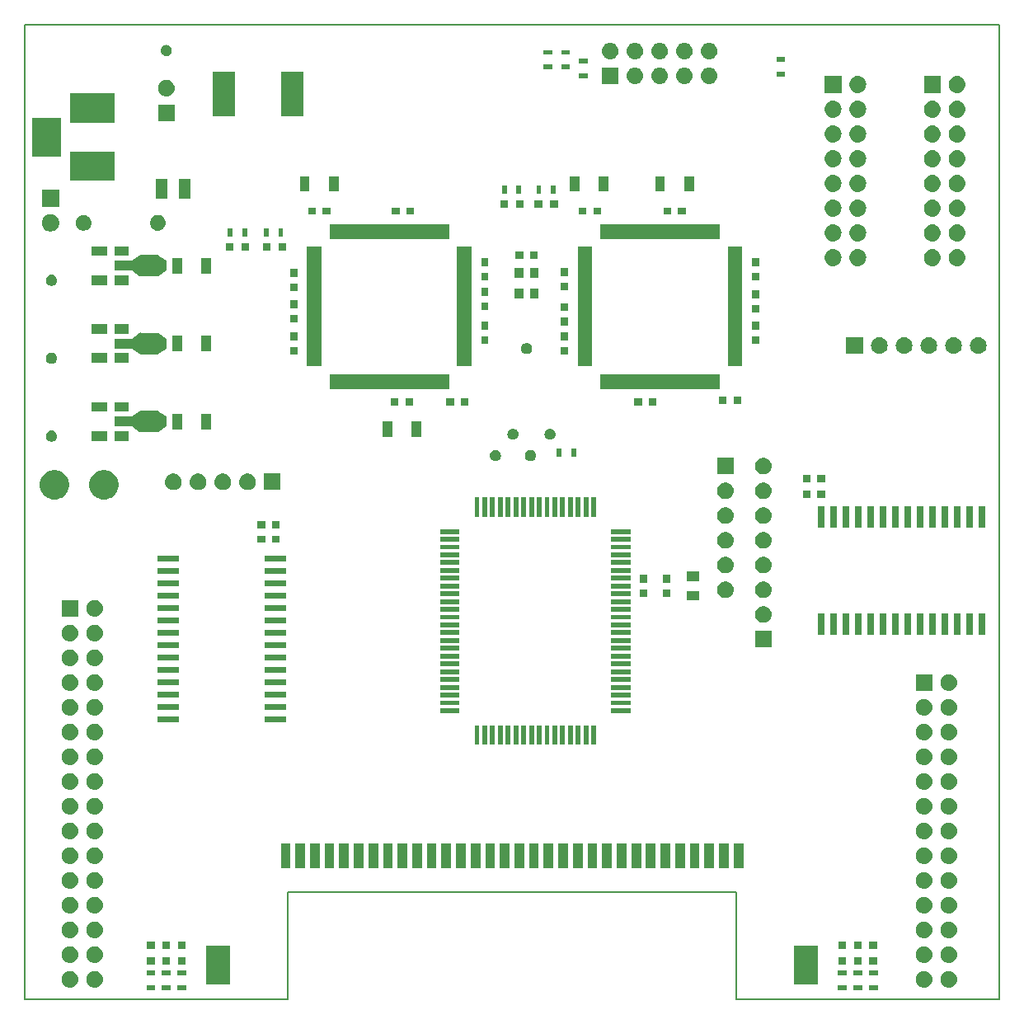
<source format=gbr>
G04 #@! TF.GenerationSoftware,KiCad,Pcbnew,5.0.2-bee76a0~70~ubuntu18.10.1*
G04 #@! TF.CreationDate,2019-01-06T00:08:24+02:00*
G04 #@! TF.ProjectId,GB-BENCH-G1,47422d42-454e-4434-982d-47312e6b6963,rev?*
G04 #@! TF.SameCoordinates,Original*
G04 #@! TF.FileFunction,Soldermask,Top*
G04 #@! TF.FilePolarity,Negative*
%FSLAX46Y46*%
G04 Gerber Fmt 4.6, Leading zero omitted, Abs format (unit mm)*
G04 Created by KiCad (PCBNEW 5.0.2-bee76a0~70~ubuntu18.10.1) date su  6. tammikuuta 2019 00.08.24*
%MOMM*%
%LPD*%
G01*
G04 APERTURE LIST*
%ADD10C,0.150000*%
%ADD11C,0.100000*%
G04 APERTURE END LIST*
D10*
X77000000Y-139000000D02*
X77000000Y-150000000D01*
X123000000Y-139000000D02*
X77000000Y-139000000D01*
X123000000Y-150000000D02*
X123000000Y-139000000D01*
X123000000Y-150000000D02*
X150000000Y-150000000D01*
X50000000Y-150000000D02*
X77000000Y-150000000D01*
X150000000Y-50000000D02*
X150000000Y-150000000D01*
X50000000Y-50000000D02*
X50000000Y-150000000D01*
X50000000Y-50000000D02*
X150000000Y-50000000D01*
D11*
G36*
X137550000Y-149100000D02*
X136650000Y-149100000D01*
X136650000Y-148600000D01*
X137550000Y-148600000D01*
X137550000Y-149100000D01*
X137550000Y-149100000D01*
G37*
G36*
X135950000Y-149100000D02*
X135050000Y-149100000D01*
X135050000Y-148600000D01*
X135950000Y-148600000D01*
X135950000Y-149100000D01*
X135950000Y-149100000D01*
G37*
G36*
X63350000Y-149100000D02*
X62450000Y-149100000D01*
X62450000Y-148600000D01*
X63350000Y-148600000D01*
X63350000Y-149100000D01*
X63350000Y-149100000D01*
G37*
G36*
X66550000Y-149100000D02*
X65650000Y-149100000D01*
X65650000Y-148600000D01*
X66550000Y-148600000D01*
X66550000Y-149100000D01*
X66550000Y-149100000D01*
G37*
G36*
X134350000Y-149100000D02*
X133450000Y-149100000D01*
X133450000Y-148600000D01*
X134350000Y-148600000D01*
X134350000Y-149100000D01*
X134350000Y-149100000D01*
G37*
G36*
X64950000Y-149100000D02*
X64050000Y-149100000D01*
X64050000Y-148600000D01*
X64950000Y-148600000D01*
X64950000Y-149100000D01*
X64950000Y-149100000D01*
G37*
G36*
X54766627Y-147142299D02*
X54857088Y-147169740D01*
X54926855Y-147190903D01*
X54980712Y-147219691D01*
X55074517Y-147269830D01*
X55203948Y-147376052D01*
X55310170Y-147505483D01*
X55360309Y-147599288D01*
X55389097Y-147653145D01*
X55389097Y-147653146D01*
X55437701Y-147813373D01*
X55454113Y-147980000D01*
X55437701Y-148146627D01*
X55437700Y-148146629D01*
X55389097Y-148306855D01*
X55360309Y-148360712D01*
X55310170Y-148454517D01*
X55203948Y-148583948D01*
X55074517Y-148690170D01*
X54980712Y-148740309D01*
X54926855Y-148769097D01*
X54857088Y-148790260D01*
X54766627Y-148817701D01*
X54641757Y-148830000D01*
X54558243Y-148830000D01*
X54433373Y-148817701D01*
X54342912Y-148790260D01*
X54273145Y-148769097D01*
X54219288Y-148740309D01*
X54125483Y-148690170D01*
X53996052Y-148583948D01*
X53889830Y-148454517D01*
X53839691Y-148360712D01*
X53810903Y-148306855D01*
X53762300Y-148146629D01*
X53762299Y-148146627D01*
X53745887Y-147980000D01*
X53762299Y-147813373D01*
X53810903Y-147653146D01*
X53810903Y-147653145D01*
X53839691Y-147599288D01*
X53889830Y-147505483D01*
X53996052Y-147376052D01*
X54125483Y-147269830D01*
X54219288Y-147219691D01*
X54273145Y-147190903D01*
X54342912Y-147169740D01*
X54433373Y-147142299D01*
X54558243Y-147130000D01*
X54641757Y-147130000D01*
X54766627Y-147142299D01*
X54766627Y-147142299D01*
G37*
G36*
X142466627Y-147142299D02*
X142557088Y-147169740D01*
X142626855Y-147190903D01*
X142680712Y-147219691D01*
X142774517Y-147269830D01*
X142903948Y-147376052D01*
X143010170Y-147505483D01*
X143060309Y-147599288D01*
X143089097Y-147653145D01*
X143089097Y-147653146D01*
X143137701Y-147813373D01*
X143154113Y-147980000D01*
X143137701Y-148146627D01*
X143137700Y-148146629D01*
X143089097Y-148306855D01*
X143060309Y-148360712D01*
X143010170Y-148454517D01*
X142903948Y-148583948D01*
X142774517Y-148690170D01*
X142680712Y-148740309D01*
X142626855Y-148769097D01*
X142557088Y-148790260D01*
X142466627Y-148817701D01*
X142341757Y-148830000D01*
X142258243Y-148830000D01*
X142133373Y-148817701D01*
X142042912Y-148790260D01*
X141973145Y-148769097D01*
X141919288Y-148740309D01*
X141825483Y-148690170D01*
X141696052Y-148583948D01*
X141589830Y-148454517D01*
X141539691Y-148360712D01*
X141510903Y-148306855D01*
X141462300Y-148146629D01*
X141462299Y-148146627D01*
X141445887Y-147980000D01*
X141462299Y-147813373D01*
X141510903Y-147653146D01*
X141510903Y-147653145D01*
X141539691Y-147599288D01*
X141589830Y-147505483D01*
X141696052Y-147376052D01*
X141825483Y-147269830D01*
X141919288Y-147219691D01*
X141973145Y-147190903D01*
X142042912Y-147169740D01*
X142133373Y-147142299D01*
X142258243Y-147130000D01*
X142341757Y-147130000D01*
X142466627Y-147142299D01*
X142466627Y-147142299D01*
G37*
G36*
X145006627Y-147142299D02*
X145097088Y-147169740D01*
X145166855Y-147190903D01*
X145220712Y-147219691D01*
X145314517Y-147269830D01*
X145443948Y-147376052D01*
X145550170Y-147505483D01*
X145600309Y-147599288D01*
X145629097Y-147653145D01*
X145629097Y-147653146D01*
X145677701Y-147813373D01*
X145694113Y-147980000D01*
X145677701Y-148146627D01*
X145677700Y-148146629D01*
X145629097Y-148306855D01*
X145600309Y-148360712D01*
X145550170Y-148454517D01*
X145443948Y-148583948D01*
X145314517Y-148690170D01*
X145220712Y-148740309D01*
X145166855Y-148769097D01*
X145097088Y-148790260D01*
X145006627Y-148817701D01*
X144881757Y-148830000D01*
X144798243Y-148830000D01*
X144673373Y-148817701D01*
X144582912Y-148790260D01*
X144513145Y-148769097D01*
X144459288Y-148740309D01*
X144365483Y-148690170D01*
X144236052Y-148583948D01*
X144129830Y-148454517D01*
X144079691Y-148360712D01*
X144050903Y-148306855D01*
X144002300Y-148146629D01*
X144002299Y-148146627D01*
X143985887Y-147980000D01*
X144002299Y-147813373D01*
X144050903Y-147653146D01*
X144050903Y-147653145D01*
X144079691Y-147599288D01*
X144129830Y-147505483D01*
X144236052Y-147376052D01*
X144365483Y-147269830D01*
X144459288Y-147219691D01*
X144513145Y-147190903D01*
X144582912Y-147169740D01*
X144673373Y-147142299D01*
X144798243Y-147130000D01*
X144881757Y-147130000D01*
X145006627Y-147142299D01*
X145006627Y-147142299D01*
G37*
G36*
X57306627Y-147142299D02*
X57397088Y-147169740D01*
X57466855Y-147190903D01*
X57520712Y-147219691D01*
X57614517Y-147269830D01*
X57743948Y-147376052D01*
X57850170Y-147505483D01*
X57900309Y-147599288D01*
X57929097Y-147653145D01*
X57929097Y-147653146D01*
X57977701Y-147813373D01*
X57994113Y-147980000D01*
X57977701Y-148146627D01*
X57977700Y-148146629D01*
X57929097Y-148306855D01*
X57900309Y-148360712D01*
X57850170Y-148454517D01*
X57743948Y-148583948D01*
X57614517Y-148690170D01*
X57520712Y-148740309D01*
X57466855Y-148769097D01*
X57397088Y-148790260D01*
X57306627Y-148817701D01*
X57181757Y-148830000D01*
X57098243Y-148830000D01*
X56973373Y-148817701D01*
X56882912Y-148790260D01*
X56813145Y-148769097D01*
X56759288Y-148740309D01*
X56665483Y-148690170D01*
X56536052Y-148583948D01*
X56429830Y-148454517D01*
X56379691Y-148360712D01*
X56350903Y-148306855D01*
X56302300Y-148146629D01*
X56302299Y-148146627D01*
X56285887Y-147980000D01*
X56302299Y-147813373D01*
X56350903Y-147653146D01*
X56350903Y-147653145D01*
X56379691Y-147599288D01*
X56429830Y-147505483D01*
X56536052Y-147376052D01*
X56665483Y-147269830D01*
X56759288Y-147219691D01*
X56813145Y-147190903D01*
X56882912Y-147169740D01*
X56973373Y-147142299D01*
X57098243Y-147130000D01*
X57181757Y-147130000D01*
X57306627Y-147142299D01*
X57306627Y-147142299D01*
G37*
G36*
X71050000Y-148550000D02*
X68550000Y-148550000D01*
X68550000Y-144550000D01*
X71050000Y-144550000D01*
X71050000Y-148550000D01*
X71050000Y-148550000D01*
G37*
G36*
X131450000Y-148550000D02*
X128950000Y-148550000D01*
X128950000Y-144550000D01*
X131450000Y-144550000D01*
X131450000Y-148550000D01*
X131450000Y-148550000D01*
G37*
G36*
X63350000Y-147600000D02*
X62450000Y-147600000D01*
X62450000Y-147100000D01*
X63350000Y-147100000D01*
X63350000Y-147600000D01*
X63350000Y-147600000D01*
G37*
G36*
X137550000Y-147600000D02*
X136650000Y-147600000D01*
X136650000Y-147100000D01*
X137550000Y-147100000D01*
X137550000Y-147600000D01*
X137550000Y-147600000D01*
G37*
G36*
X64950000Y-147600000D02*
X64050000Y-147600000D01*
X64050000Y-147100000D01*
X64950000Y-147100000D01*
X64950000Y-147600000D01*
X64950000Y-147600000D01*
G37*
G36*
X135950000Y-147600000D02*
X135050000Y-147600000D01*
X135050000Y-147100000D01*
X135950000Y-147100000D01*
X135950000Y-147600000D01*
X135950000Y-147600000D01*
G37*
G36*
X66550000Y-147600000D02*
X65650000Y-147600000D01*
X65650000Y-147100000D01*
X66550000Y-147100000D01*
X66550000Y-147600000D01*
X66550000Y-147600000D01*
G37*
G36*
X134350000Y-147600000D02*
X133450000Y-147600000D01*
X133450000Y-147100000D01*
X134350000Y-147100000D01*
X134350000Y-147600000D01*
X134350000Y-147600000D01*
G37*
G36*
X64900000Y-146500000D02*
X64100000Y-146500000D01*
X64100000Y-145700000D01*
X64900000Y-145700000D01*
X64900000Y-146500000D01*
X64900000Y-146500000D01*
G37*
G36*
X63300000Y-146500000D02*
X62500000Y-146500000D01*
X62500000Y-145700000D01*
X63300000Y-145700000D01*
X63300000Y-146500000D01*
X63300000Y-146500000D01*
G37*
G36*
X66500000Y-146500000D02*
X65700000Y-146500000D01*
X65700000Y-145700000D01*
X66500000Y-145700000D01*
X66500000Y-146500000D01*
X66500000Y-146500000D01*
G37*
G36*
X134300000Y-146500000D02*
X133500000Y-146500000D01*
X133500000Y-145700000D01*
X134300000Y-145700000D01*
X134300000Y-146500000D01*
X134300000Y-146500000D01*
G37*
G36*
X137500000Y-146500000D02*
X136700000Y-146500000D01*
X136700000Y-145700000D01*
X137500000Y-145700000D01*
X137500000Y-146500000D01*
X137500000Y-146500000D01*
G37*
G36*
X135900000Y-146500000D02*
X135100000Y-146500000D01*
X135100000Y-145700000D01*
X135900000Y-145700000D01*
X135900000Y-146500000D01*
X135900000Y-146500000D01*
G37*
G36*
X54766627Y-144602299D02*
X54857088Y-144629740D01*
X54926855Y-144650903D01*
X54980712Y-144679691D01*
X55074517Y-144729830D01*
X55203948Y-144836052D01*
X55310170Y-144965483D01*
X55360309Y-145059288D01*
X55389097Y-145113145D01*
X55389097Y-145113146D01*
X55437701Y-145273373D01*
X55454113Y-145440000D01*
X55437701Y-145606627D01*
X55437700Y-145606629D01*
X55389097Y-145766855D01*
X55360309Y-145820712D01*
X55310170Y-145914517D01*
X55203948Y-146043948D01*
X55074517Y-146150170D01*
X54980712Y-146200309D01*
X54926855Y-146229097D01*
X54857088Y-146250260D01*
X54766627Y-146277701D01*
X54641757Y-146290000D01*
X54558243Y-146290000D01*
X54433373Y-146277701D01*
X54342912Y-146250260D01*
X54273145Y-146229097D01*
X54219288Y-146200309D01*
X54125483Y-146150170D01*
X53996052Y-146043948D01*
X53889830Y-145914517D01*
X53839691Y-145820712D01*
X53810903Y-145766855D01*
X53762300Y-145606629D01*
X53762299Y-145606627D01*
X53745887Y-145440000D01*
X53762299Y-145273373D01*
X53810903Y-145113146D01*
X53810903Y-145113145D01*
X53839691Y-145059288D01*
X53889830Y-144965483D01*
X53996052Y-144836052D01*
X54125483Y-144729830D01*
X54219288Y-144679691D01*
X54273145Y-144650903D01*
X54342912Y-144629740D01*
X54433373Y-144602299D01*
X54558243Y-144590000D01*
X54641757Y-144590000D01*
X54766627Y-144602299D01*
X54766627Y-144602299D01*
G37*
G36*
X57306627Y-144602299D02*
X57397088Y-144629740D01*
X57466855Y-144650903D01*
X57520712Y-144679691D01*
X57614517Y-144729830D01*
X57743948Y-144836052D01*
X57850170Y-144965483D01*
X57900309Y-145059288D01*
X57929097Y-145113145D01*
X57929097Y-145113146D01*
X57977701Y-145273373D01*
X57994113Y-145440000D01*
X57977701Y-145606627D01*
X57977700Y-145606629D01*
X57929097Y-145766855D01*
X57900309Y-145820712D01*
X57850170Y-145914517D01*
X57743948Y-146043948D01*
X57614517Y-146150170D01*
X57520712Y-146200309D01*
X57466855Y-146229097D01*
X57397088Y-146250260D01*
X57306627Y-146277701D01*
X57181757Y-146290000D01*
X57098243Y-146290000D01*
X56973373Y-146277701D01*
X56882912Y-146250260D01*
X56813145Y-146229097D01*
X56759288Y-146200309D01*
X56665483Y-146150170D01*
X56536052Y-146043948D01*
X56429830Y-145914517D01*
X56379691Y-145820712D01*
X56350903Y-145766855D01*
X56302300Y-145606629D01*
X56302299Y-145606627D01*
X56285887Y-145440000D01*
X56302299Y-145273373D01*
X56350903Y-145113146D01*
X56350903Y-145113145D01*
X56379691Y-145059288D01*
X56429830Y-144965483D01*
X56536052Y-144836052D01*
X56665483Y-144729830D01*
X56759288Y-144679691D01*
X56813145Y-144650903D01*
X56882912Y-144629740D01*
X56973373Y-144602299D01*
X57098243Y-144590000D01*
X57181757Y-144590000D01*
X57306627Y-144602299D01*
X57306627Y-144602299D01*
G37*
G36*
X145006627Y-144602299D02*
X145097088Y-144629740D01*
X145166855Y-144650903D01*
X145220712Y-144679691D01*
X145314517Y-144729830D01*
X145443948Y-144836052D01*
X145550170Y-144965483D01*
X145600309Y-145059288D01*
X145629097Y-145113145D01*
X145629097Y-145113146D01*
X145677701Y-145273373D01*
X145694113Y-145440000D01*
X145677701Y-145606627D01*
X145677700Y-145606629D01*
X145629097Y-145766855D01*
X145600309Y-145820712D01*
X145550170Y-145914517D01*
X145443948Y-146043948D01*
X145314517Y-146150170D01*
X145220712Y-146200309D01*
X145166855Y-146229097D01*
X145097088Y-146250260D01*
X145006627Y-146277701D01*
X144881757Y-146290000D01*
X144798243Y-146290000D01*
X144673373Y-146277701D01*
X144582912Y-146250260D01*
X144513145Y-146229097D01*
X144459288Y-146200309D01*
X144365483Y-146150170D01*
X144236052Y-146043948D01*
X144129830Y-145914517D01*
X144079691Y-145820712D01*
X144050903Y-145766855D01*
X144002300Y-145606629D01*
X144002299Y-145606627D01*
X143985887Y-145440000D01*
X144002299Y-145273373D01*
X144050903Y-145113146D01*
X144050903Y-145113145D01*
X144079691Y-145059288D01*
X144129830Y-144965483D01*
X144236052Y-144836052D01*
X144365483Y-144729830D01*
X144459288Y-144679691D01*
X144513145Y-144650903D01*
X144582912Y-144629740D01*
X144673373Y-144602299D01*
X144798243Y-144590000D01*
X144881757Y-144590000D01*
X145006627Y-144602299D01*
X145006627Y-144602299D01*
G37*
G36*
X142466627Y-144602299D02*
X142557088Y-144629740D01*
X142626855Y-144650903D01*
X142680712Y-144679691D01*
X142774517Y-144729830D01*
X142903948Y-144836052D01*
X143010170Y-144965483D01*
X143060309Y-145059288D01*
X143089097Y-145113145D01*
X143089097Y-145113146D01*
X143137701Y-145273373D01*
X143154113Y-145440000D01*
X143137701Y-145606627D01*
X143137700Y-145606629D01*
X143089097Y-145766855D01*
X143060309Y-145820712D01*
X143010170Y-145914517D01*
X142903948Y-146043948D01*
X142774517Y-146150170D01*
X142680712Y-146200309D01*
X142626855Y-146229097D01*
X142557088Y-146250260D01*
X142466627Y-146277701D01*
X142341757Y-146290000D01*
X142258243Y-146290000D01*
X142133373Y-146277701D01*
X142042912Y-146250260D01*
X141973145Y-146229097D01*
X141919288Y-146200309D01*
X141825483Y-146150170D01*
X141696052Y-146043948D01*
X141589830Y-145914517D01*
X141539691Y-145820712D01*
X141510903Y-145766855D01*
X141462300Y-145606629D01*
X141462299Y-145606627D01*
X141445887Y-145440000D01*
X141462299Y-145273373D01*
X141510903Y-145113146D01*
X141510903Y-145113145D01*
X141539691Y-145059288D01*
X141589830Y-144965483D01*
X141696052Y-144836052D01*
X141825483Y-144729830D01*
X141919288Y-144679691D01*
X141973145Y-144650903D01*
X142042912Y-144629740D01*
X142133373Y-144602299D01*
X142258243Y-144590000D01*
X142341757Y-144590000D01*
X142466627Y-144602299D01*
X142466627Y-144602299D01*
G37*
G36*
X63300000Y-144900000D02*
X62500000Y-144900000D01*
X62500000Y-144100000D01*
X63300000Y-144100000D01*
X63300000Y-144900000D01*
X63300000Y-144900000D01*
G37*
G36*
X64900000Y-144900000D02*
X64100000Y-144900000D01*
X64100000Y-144100000D01*
X64900000Y-144100000D01*
X64900000Y-144900000D01*
X64900000Y-144900000D01*
G37*
G36*
X66500000Y-144900000D02*
X65700000Y-144900000D01*
X65700000Y-144100000D01*
X66500000Y-144100000D01*
X66500000Y-144900000D01*
X66500000Y-144900000D01*
G37*
G36*
X135900000Y-144900000D02*
X135100000Y-144900000D01*
X135100000Y-144100000D01*
X135900000Y-144100000D01*
X135900000Y-144900000D01*
X135900000Y-144900000D01*
G37*
G36*
X134300000Y-144900000D02*
X133500000Y-144900000D01*
X133500000Y-144100000D01*
X134300000Y-144100000D01*
X134300000Y-144900000D01*
X134300000Y-144900000D01*
G37*
G36*
X137500000Y-144900000D02*
X136700000Y-144900000D01*
X136700000Y-144100000D01*
X137500000Y-144100000D01*
X137500000Y-144900000D01*
X137500000Y-144900000D01*
G37*
G36*
X54766627Y-142062299D02*
X54857088Y-142089740D01*
X54926855Y-142110903D01*
X54980712Y-142139691D01*
X55074517Y-142189830D01*
X55203948Y-142296052D01*
X55310170Y-142425483D01*
X55360309Y-142519288D01*
X55389097Y-142573145D01*
X55389097Y-142573146D01*
X55437701Y-142733373D01*
X55454113Y-142900000D01*
X55437701Y-143066627D01*
X55437700Y-143066629D01*
X55389097Y-143226855D01*
X55360309Y-143280712D01*
X55310170Y-143374517D01*
X55203948Y-143503948D01*
X55074517Y-143610170D01*
X54980712Y-143660309D01*
X54926855Y-143689097D01*
X54857088Y-143710260D01*
X54766627Y-143737701D01*
X54641757Y-143750000D01*
X54558243Y-143750000D01*
X54433373Y-143737701D01*
X54342912Y-143710260D01*
X54273145Y-143689097D01*
X54219288Y-143660309D01*
X54125483Y-143610170D01*
X53996052Y-143503948D01*
X53889830Y-143374517D01*
X53839691Y-143280712D01*
X53810903Y-143226855D01*
X53762300Y-143066629D01*
X53762299Y-143066627D01*
X53745887Y-142900000D01*
X53762299Y-142733373D01*
X53810903Y-142573146D01*
X53810903Y-142573145D01*
X53839691Y-142519288D01*
X53889830Y-142425483D01*
X53996052Y-142296052D01*
X54125483Y-142189830D01*
X54219288Y-142139691D01*
X54273145Y-142110903D01*
X54342912Y-142089740D01*
X54433373Y-142062299D01*
X54558243Y-142050000D01*
X54641757Y-142050000D01*
X54766627Y-142062299D01*
X54766627Y-142062299D01*
G37*
G36*
X145006627Y-142062299D02*
X145097088Y-142089740D01*
X145166855Y-142110903D01*
X145220712Y-142139691D01*
X145314517Y-142189830D01*
X145443948Y-142296052D01*
X145550170Y-142425483D01*
X145600309Y-142519288D01*
X145629097Y-142573145D01*
X145629097Y-142573146D01*
X145677701Y-142733373D01*
X145694113Y-142900000D01*
X145677701Y-143066627D01*
X145677700Y-143066629D01*
X145629097Y-143226855D01*
X145600309Y-143280712D01*
X145550170Y-143374517D01*
X145443948Y-143503948D01*
X145314517Y-143610170D01*
X145220712Y-143660309D01*
X145166855Y-143689097D01*
X145097088Y-143710260D01*
X145006627Y-143737701D01*
X144881757Y-143750000D01*
X144798243Y-143750000D01*
X144673373Y-143737701D01*
X144582912Y-143710260D01*
X144513145Y-143689097D01*
X144459288Y-143660309D01*
X144365483Y-143610170D01*
X144236052Y-143503948D01*
X144129830Y-143374517D01*
X144079691Y-143280712D01*
X144050903Y-143226855D01*
X144002300Y-143066629D01*
X144002299Y-143066627D01*
X143985887Y-142900000D01*
X144002299Y-142733373D01*
X144050903Y-142573146D01*
X144050903Y-142573145D01*
X144079691Y-142519288D01*
X144129830Y-142425483D01*
X144236052Y-142296052D01*
X144365483Y-142189830D01*
X144459288Y-142139691D01*
X144513145Y-142110903D01*
X144582912Y-142089740D01*
X144673373Y-142062299D01*
X144798243Y-142050000D01*
X144881757Y-142050000D01*
X145006627Y-142062299D01*
X145006627Y-142062299D01*
G37*
G36*
X142466627Y-142062299D02*
X142557088Y-142089740D01*
X142626855Y-142110903D01*
X142680712Y-142139691D01*
X142774517Y-142189830D01*
X142903948Y-142296052D01*
X143010170Y-142425483D01*
X143060309Y-142519288D01*
X143089097Y-142573145D01*
X143089097Y-142573146D01*
X143137701Y-142733373D01*
X143154113Y-142900000D01*
X143137701Y-143066627D01*
X143137700Y-143066629D01*
X143089097Y-143226855D01*
X143060309Y-143280712D01*
X143010170Y-143374517D01*
X142903948Y-143503948D01*
X142774517Y-143610170D01*
X142680712Y-143660309D01*
X142626855Y-143689097D01*
X142557088Y-143710260D01*
X142466627Y-143737701D01*
X142341757Y-143750000D01*
X142258243Y-143750000D01*
X142133373Y-143737701D01*
X142042912Y-143710260D01*
X141973145Y-143689097D01*
X141919288Y-143660309D01*
X141825483Y-143610170D01*
X141696052Y-143503948D01*
X141589830Y-143374517D01*
X141539691Y-143280712D01*
X141510903Y-143226855D01*
X141462300Y-143066629D01*
X141462299Y-143066627D01*
X141445887Y-142900000D01*
X141462299Y-142733373D01*
X141510903Y-142573146D01*
X141510903Y-142573145D01*
X141539691Y-142519288D01*
X141589830Y-142425483D01*
X141696052Y-142296052D01*
X141825483Y-142189830D01*
X141919288Y-142139691D01*
X141973145Y-142110903D01*
X142042912Y-142089740D01*
X142133373Y-142062299D01*
X142258243Y-142050000D01*
X142341757Y-142050000D01*
X142466627Y-142062299D01*
X142466627Y-142062299D01*
G37*
G36*
X57306627Y-142062299D02*
X57397088Y-142089740D01*
X57466855Y-142110903D01*
X57520712Y-142139691D01*
X57614517Y-142189830D01*
X57743948Y-142296052D01*
X57850170Y-142425483D01*
X57900309Y-142519288D01*
X57929097Y-142573145D01*
X57929097Y-142573146D01*
X57977701Y-142733373D01*
X57994113Y-142900000D01*
X57977701Y-143066627D01*
X57977700Y-143066629D01*
X57929097Y-143226855D01*
X57900309Y-143280712D01*
X57850170Y-143374517D01*
X57743948Y-143503948D01*
X57614517Y-143610170D01*
X57520712Y-143660309D01*
X57466855Y-143689097D01*
X57397088Y-143710260D01*
X57306627Y-143737701D01*
X57181757Y-143750000D01*
X57098243Y-143750000D01*
X56973373Y-143737701D01*
X56882912Y-143710260D01*
X56813145Y-143689097D01*
X56759288Y-143660309D01*
X56665483Y-143610170D01*
X56536052Y-143503948D01*
X56429830Y-143374517D01*
X56379691Y-143280712D01*
X56350903Y-143226855D01*
X56302300Y-143066629D01*
X56302299Y-143066627D01*
X56285887Y-142900000D01*
X56302299Y-142733373D01*
X56350903Y-142573146D01*
X56350903Y-142573145D01*
X56379691Y-142519288D01*
X56429830Y-142425483D01*
X56536052Y-142296052D01*
X56665483Y-142189830D01*
X56759288Y-142139691D01*
X56813145Y-142110903D01*
X56882912Y-142089740D01*
X56973373Y-142062299D01*
X57098243Y-142050000D01*
X57181757Y-142050000D01*
X57306627Y-142062299D01*
X57306627Y-142062299D01*
G37*
G36*
X57306627Y-139522299D02*
X57397088Y-139549740D01*
X57466855Y-139570903D01*
X57520712Y-139599691D01*
X57614517Y-139649830D01*
X57743948Y-139756052D01*
X57850170Y-139885483D01*
X57900309Y-139979288D01*
X57929097Y-140033145D01*
X57929097Y-140033146D01*
X57977701Y-140193373D01*
X57994113Y-140360000D01*
X57977701Y-140526627D01*
X57977700Y-140526629D01*
X57929097Y-140686855D01*
X57900309Y-140740712D01*
X57850170Y-140834517D01*
X57743948Y-140963948D01*
X57614517Y-141070170D01*
X57520712Y-141120309D01*
X57466855Y-141149097D01*
X57397088Y-141170260D01*
X57306627Y-141197701D01*
X57181757Y-141210000D01*
X57098243Y-141210000D01*
X56973373Y-141197701D01*
X56882912Y-141170260D01*
X56813145Y-141149097D01*
X56759288Y-141120309D01*
X56665483Y-141070170D01*
X56536052Y-140963948D01*
X56429830Y-140834517D01*
X56379691Y-140740712D01*
X56350903Y-140686855D01*
X56302300Y-140526629D01*
X56302299Y-140526627D01*
X56285887Y-140360000D01*
X56302299Y-140193373D01*
X56350903Y-140033146D01*
X56350903Y-140033145D01*
X56379691Y-139979288D01*
X56429830Y-139885483D01*
X56536052Y-139756052D01*
X56665483Y-139649830D01*
X56759288Y-139599691D01*
X56813145Y-139570903D01*
X56882912Y-139549740D01*
X56973373Y-139522299D01*
X57098243Y-139510000D01*
X57181757Y-139510000D01*
X57306627Y-139522299D01*
X57306627Y-139522299D01*
G37*
G36*
X142466627Y-139522299D02*
X142557088Y-139549740D01*
X142626855Y-139570903D01*
X142680712Y-139599691D01*
X142774517Y-139649830D01*
X142903948Y-139756052D01*
X143010170Y-139885483D01*
X143060309Y-139979288D01*
X143089097Y-140033145D01*
X143089097Y-140033146D01*
X143137701Y-140193373D01*
X143154113Y-140360000D01*
X143137701Y-140526627D01*
X143137700Y-140526629D01*
X143089097Y-140686855D01*
X143060309Y-140740712D01*
X143010170Y-140834517D01*
X142903948Y-140963948D01*
X142774517Y-141070170D01*
X142680712Y-141120309D01*
X142626855Y-141149097D01*
X142557088Y-141170260D01*
X142466627Y-141197701D01*
X142341757Y-141210000D01*
X142258243Y-141210000D01*
X142133373Y-141197701D01*
X142042912Y-141170260D01*
X141973145Y-141149097D01*
X141919288Y-141120309D01*
X141825483Y-141070170D01*
X141696052Y-140963948D01*
X141589830Y-140834517D01*
X141539691Y-140740712D01*
X141510903Y-140686855D01*
X141462300Y-140526629D01*
X141462299Y-140526627D01*
X141445887Y-140360000D01*
X141462299Y-140193373D01*
X141510903Y-140033146D01*
X141510903Y-140033145D01*
X141539691Y-139979288D01*
X141589830Y-139885483D01*
X141696052Y-139756052D01*
X141825483Y-139649830D01*
X141919288Y-139599691D01*
X141973145Y-139570903D01*
X142042912Y-139549740D01*
X142133373Y-139522299D01*
X142258243Y-139510000D01*
X142341757Y-139510000D01*
X142466627Y-139522299D01*
X142466627Y-139522299D01*
G37*
G36*
X145006627Y-139522299D02*
X145097088Y-139549740D01*
X145166855Y-139570903D01*
X145220712Y-139599691D01*
X145314517Y-139649830D01*
X145443948Y-139756052D01*
X145550170Y-139885483D01*
X145600309Y-139979288D01*
X145629097Y-140033145D01*
X145629097Y-140033146D01*
X145677701Y-140193373D01*
X145694113Y-140360000D01*
X145677701Y-140526627D01*
X145677700Y-140526629D01*
X145629097Y-140686855D01*
X145600309Y-140740712D01*
X145550170Y-140834517D01*
X145443948Y-140963948D01*
X145314517Y-141070170D01*
X145220712Y-141120309D01*
X145166855Y-141149097D01*
X145097088Y-141170260D01*
X145006627Y-141197701D01*
X144881757Y-141210000D01*
X144798243Y-141210000D01*
X144673373Y-141197701D01*
X144582912Y-141170260D01*
X144513145Y-141149097D01*
X144459288Y-141120309D01*
X144365483Y-141070170D01*
X144236052Y-140963948D01*
X144129830Y-140834517D01*
X144079691Y-140740712D01*
X144050903Y-140686855D01*
X144002300Y-140526629D01*
X144002299Y-140526627D01*
X143985887Y-140360000D01*
X144002299Y-140193373D01*
X144050903Y-140033146D01*
X144050903Y-140033145D01*
X144079691Y-139979288D01*
X144129830Y-139885483D01*
X144236052Y-139756052D01*
X144365483Y-139649830D01*
X144459288Y-139599691D01*
X144513145Y-139570903D01*
X144582912Y-139549740D01*
X144673373Y-139522299D01*
X144798243Y-139510000D01*
X144881757Y-139510000D01*
X145006627Y-139522299D01*
X145006627Y-139522299D01*
G37*
G36*
X54766627Y-139522299D02*
X54857088Y-139549740D01*
X54926855Y-139570903D01*
X54980712Y-139599691D01*
X55074517Y-139649830D01*
X55203948Y-139756052D01*
X55310170Y-139885483D01*
X55360309Y-139979288D01*
X55389097Y-140033145D01*
X55389097Y-140033146D01*
X55437701Y-140193373D01*
X55454113Y-140360000D01*
X55437701Y-140526627D01*
X55437700Y-140526629D01*
X55389097Y-140686855D01*
X55360309Y-140740712D01*
X55310170Y-140834517D01*
X55203948Y-140963948D01*
X55074517Y-141070170D01*
X54980712Y-141120309D01*
X54926855Y-141149097D01*
X54857088Y-141170260D01*
X54766627Y-141197701D01*
X54641757Y-141210000D01*
X54558243Y-141210000D01*
X54433373Y-141197701D01*
X54342912Y-141170260D01*
X54273145Y-141149097D01*
X54219288Y-141120309D01*
X54125483Y-141070170D01*
X53996052Y-140963948D01*
X53889830Y-140834517D01*
X53839691Y-140740712D01*
X53810903Y-140686855D01*
X53762300Y-140526629D01*
X53762299Y-140526627D01*
X53745887Y-140360000D01*
X53762299Y-140193373D01*
X53810903Y-140033146D01*
X53810903Y-140033145D01*
X53839691Y-139979288D01*
X53889830Y-139885483D01*
X53996052Y-139756052D01*
X54125483Y-139649830D01*
X54219288Y-139599691D01*
X54273145Y-139570903D01*
X54342912Y-139549740D01*
X54433373Y-139522299D01*
X54558243Y-139510000D01*
X54641757Y-139510000D01*
X54766627Y-139522299D01*
X54766627Y-139522299D01*
G37*
G36*
X57306627Y-136982299D02*
X57397088Y-137009740D01*
X57466855Y-137030903D01*
X57520712Y-137059691D01*
X57614517Y-137109830D01*
X57743948Y-137216052D01*
X57850170Y-137345483D01*
X57900309Y-137439288D01*
X57929097Y-137493145D01*
X57929097Y-137493146D01*
X57977701Y-137653373D01*
X57994113Y-137820000D01*
X57977701Y-137986627D01*
X57977700Y-137986629D01*
X57929097Y-138146855D01*
X57900309Y-138200712D01*
X57850170Y-138294517D01*
X57743948Y-138423948D01*
X57614517Y-138530170D01*
X57520712Y-138580309D01*
X57466855Y-138609097D01*
X57397088Y-138630260D01*
X57306627Y-138657701D01*
X57181757Y-138670000D01*
X57098243Y-138670000D01*
X56973373Y-138657701D01*
X56882912Y-138630260D01*
X56813145Y-138609097D01*
X56759288Y-138580309D01*
X56665483Y-138530170D01*
X56536052Y-138423948D01*
X56429830Y-138294517D01*
X56379691Y-138200712D01*
X56350903Y-138146855D01*
X56302300Y-137986629D01*
X56302299Y-137986627D01*
X56285887Y-137820000D01*
X56302299Y-137653373D01*
X56350903Y-137493146D01*
X56350903Y-137493145D01*
X56379691Y-137439288D01*
X56429830Y-137345483D01*
X56536052Y-137216052D01*
X56665483Y-137109830D01*
X56759288Y-137059691D01*
X56813145Y-137030903D01*
X56882912Y-137009740D01*
X56973373Y-136982299D01*
X57098243Y-136970000D01*
X57181757Y-136970000D01*
X57306627Y-136982299D01*
X57306627Y-136982299D01*
G37*
G36*
X145006627Y-136982299D02*
X145097088Y-137009740D01*
X145166855Y-137030903D01*
X145220712Y-137059691D01*
X145314517Y-137109830D01*
X145443948Y-137216052D01*
X145550170Y-137345483D01*
X145600309Y-137439288D01*
X145629097Y-137493145D01*
X145629097Y-137493146D01*
X145677701Y-137653373D01*
X145694113Y-137820000D01*
X145677701Y-137986627D01*
X145677700Y-137986629D01*
X145629097Y-138146855D01*
X145600309Y-138200712D01*
X145550170Y-138294517D01*
X145443948Y-138423948D01*
X145314517Y-138530170D01*
X145220712Y-138580309D01*
X145166855Y-138609097D01*
X145097088Y-138630260D01*
X145006627Y-138657701D01*
X144881757Y-138670000D01*
X144798243Y-138670000D01*
X144673373Y-138657701D01*
X144582912Y-138630260D01*
X144513145Y-138609097D01*
X144459288Y-138580309D01*
X144365483Y-138530170D01*
X144236052Y-138423948D01*
X144129830Y-138294517D01*
X144079691Y-138200712D01*
X144050903Y-138146855D01*
X144002300Y-137986629D01*
X144002299Y-137986627D01*
X143985887Y-137820000D01*
X144002299Y-137653373D01*
X144050903Y-137493146D01*
X144050903Y-137493145D01*
X144079691Y-137439288D01*
X144129830Y-137345483D01*
X144236052Y-137216052D01*
X144365483Y-137109830D01*
X144459288Y-137059691D01*
X144513145Y-137030903D01*
X144582912Y-137009740D01*
X144673373Y-136982299D01*
X144798243Y-136970000D01*
X144881757Y-136970000D01*
X145006627Y-136982299D01*
X145006627Y-136982299D01*
G37*
G36*
X142466627Y-136982299D02*
X142557088Y-137009740D01*
X142626855Y-137030903D01*
X142680712Y-137059691D01*
X142774517Y-137109830D01*
X142903948Y-137216052D01*
X143010170Y-137345483D01*
X143060309Y-137439288D01*
X143089097Y-137493145D01*
X143089097Y-137493146D01*
X143137701Y-137653373D01*
X143154113Y-137820000D01*
X143137701Y-137986627D01*
X143137700Y-137986629D01*
X143089097Y-138146855D01*
X143060309Y-138200712D01*
X143010170Y-138294517D01*
X142903948Y-138423948D01*
X142774517Y-138530170D01*
X142680712Y-138580309D01*
X142626855Y-138609097D01*
X142557088Y-138630260D01*
X142466627Y-138657701D01*
X142341757Y-138670000D01*
X142258243Y-138670000D01*
X142133373Y-138657701D01*
X142042912Y-138630260D01*
X141973145Y-138609097D01*
X141919288Y-138580309D01*
X141825483Y-138530170D01*
X141696052Y-138423948D01*
X141589830Y-138294517D01*
X141539691Y-138200712D01*
X141510903Y-138146855D01*
X141462300Y-137986629D01*
X141462299Y-137986627D01*
X141445887Y-137820000D01*
X141462299Y-137653373D01*
X141510903Y-137493146D01*
X141510903Y-137493145D01*
X141539691Y-137439288D01*
X141589830Y-137345483D01*
X141696052Y-137216052D01*
X141825483Y-137109830D01*
X141919288Y-137059691D01*
X141973145Y-137030903D01*
X142042912Y-137009740D01*
X142133373Y-136982299D01*
X142258243Y-136970000D01*
X142341757Y-136970000D01*
X142466627Y-136982299D01*
X142466627Y-136982299D01*
G37*
G36*
X54766627Y-136982299D02*
X54857088Y-137009740D01*
X54926855Y-137030903D01*
X54980712Y-137059691D01*
X55074517Y-137109830D01*
X55203948Y-137216052D01*
X55310170Y-137345483D01*
X55360309Y-137439288D01*
X55389097Y-137493145D01*
X55389097Y-137493146D01*
X55437701Y-137653373D01*
X55454113Y-137820000D01*
X55437701Y-137986627D01*
X55437700Y-137986629D01*
X55389097Y-138146855D01*
X55360309Y-138200712D01*
X55310170Y-138294517D01*
X55203948Y-138423948D01*
X55074517Y-138530170D01*
X54980712Y-138580309D01*
X54926855Y-138609097D01*
X54857088Y-138630260D01*
X54766627Y-138657701D01*
X54641757Y-138670000D01*
X54558243Y-138670000D01*
X54433373Y-138657701D01*
X54342912Y-138630260D01*
X54273145Y-138609097D01*
X54219288Y-138580309D01*
X54125483Y-138530170D01*
X53996052Y-138423948D01*
X53889830Y-138294517D01*
X53839691Y-138200712D01*
X53810903Y-138146855D01*
X53762300Y-137986629D01*
X53762299Y-137986627D01*
X53745887Y-137820000D01*
X53762299Y-137653373D01*
X53810903Y-137493146D01*
X53810903Y-137493145D01*
X53839691Y-137439288D01*
X53889830Y-137345483D01*
X53996052Y-137216052D01*
X54125483Y-137109830D01*
X54219288Y-137059691D01*
X54273145Y-137030903D01*
X54342912Y-137009740D01*
X54433373Y-136982299D01*
X54558243Y-136970000D01*
X54641757Y-136970000D01*
X54766627Y-136982299D01*
X54766627Y-136982299D01*
G37*
G36*
X95250000Y-136550000D02*
X94250000Y-136550000D01*
X94250000Y-134050000D01*
X95250000Y-134050000D01*
X95250000Y-136550000D01*
X95250000Y-136550000D01*
G37*
G36*
X110250000Y-136550000D02*
X109250000Y-136550000D01*
X109250000Y-134050000D01*
X110250000Y-134050000D01*
X110250000Y-136550000D01*
X110250000Y-136550000D01*
G37*
G36*
X108750000Y-136550000D02*
X107750000Y-136550000D01*
X107750000Y-134050000D01*
X108750000Y-134050000D01*
X108750000Y-136550000D01*
X108750000Y-136550000D01*
G37*
G36*
X107250000Y-136550000D02*
X106250000Y-136550000D01*
X106250000Y-134050000D01*
X107250000Y-134050000D01*
X107250000Y-136550000D01*
X107250000Y-136550000D01*
G37*
G36*
X105750000Y-136550000D02*
X104750000Y-136550000D01*
X104750000Y-134050000D01*
X105750000Y-134050000D01*
X105750000Y-136550000D01*
X105750000Y-136550000D01*
G37*
G36*
X104250000Y-136550000D02*
X103250000Y-136550000D01*
X103250000Y-134050000D01*
X104250000Y-134050000D01*
X104250000Y-136550000D01*
X104250000Y-136550000D01*
G37*
G36*
X101250000Y-136550000D02*
X100250000Y-136550000D01*
X100250000Y-134050000D01*
X101250000Y-134050000D01*
X101250000Y-136550000D01*
X101250000Y-136550000D01*
G37*
G36*
X99750000Y-136550000D02*
X98750000Y-136550000D01*
X98750000Y-134050000D01*
X99750000Y-134050000D01*
X99750000Y-136550000D01*
X99750000Y-136550000D01*
G37*
G36*
X98250000Y-136550000D02*
X97250000Y-136550000D01*
X97250000Y-134050000D01*
X98250000Y-134050000D01*
X98250000Y-136550000D01*
X98250000Y-136550000D01*
G37*
G36*
X96750000Y-136550000D02*
X95750000Y-136550000D01*
X95750000Y-134050000D01*
X96750000Y-134050000D01*
X96750000Y-136550000D01*
X96750000Y-136550000D01*
G37*
G36*
X83250000Y-136550000D02*
X82250000Y-136550000D01*
X82250000Y-134050000D01*
X83250000Y-134050000D01*
X83250000Y-136550000D01*
X83250000Y-136550000D01*
G37*
G36*
X86250000Y-136550000D02*
X85250000Y-136550000D01*
X85250000Y-134050000D01*
X86250000Y-134050000D01*
X86250000Y-136550000D01*
X86250000Y-136550000D01*
G37*
G36*
X80250000Y-136550000D02*
X79250000Y-136550000D01*
X79250000Y-134050000D01*
X80250000Y-134050000D01*
X80250000Y-136550000D01*
X80250000Y-136550000D01*
G37*
G36*
X81750000Y-136550000D02*
X80750000Y-136550000D01*
X80750000Y-134050000D01*
X81750000Y-134050000D01*
X81750000Y-136550000D01*
X81750000Y-136550000D01*
G37*
G36*
X77250000Y-136550000D02*
X76250000Y-136550000D01*
X76250000Y-134050000D01*
X77250000Y-134050000D01*
X77250000Y-136550000D01*
X77250000Y-136550000D01*
G37*
G36*
X78750000Y-136550000D02*
X77750000Y-136550000D01*
X77750000Y-134050000D01*
X78750000Y-134050000D01*
X78750000Y-136550000D01*
X78750000Y-136550000D01*
G37*
G36*
X113250000Y-136550000D02*
X112250000Y-136550000D01*
X112250000Y-134050000D01*
X113250000Y-134050000D01*
X113250000Y-136550000D01*
X113250000Y-136550000D01*
G37*
G36*
X84750000Y-136550000D02*
X83750000Y-136550000D01*
X83750000Y-134050000D01*
X84750000Y-134050000D01*
X84750000Y-136550000D01*
X84750000Y-136550000D01*
G37*
G36*
X90750000Y-136550000D02*
X89750000Y-136550000D01*
X89750000Y-134050000D01*
X90750000Y-134050000D01*
X90750000Y-136550000D01*
X90750000Y-136550000D01*
G37*
G36*
X87750000Y-136550000D02*
X86750000Y-136550000D01*
X86750000Y-134050000D01*
X87750000Y-134050000D01*
X87750000Y-136550000D01*
X87750000Y-136550000D01*
G37*
G36*
X89250000Y-136550000D02*
X88250000Y-136550000D01*
X88250000Y-134050000D01*
X89250000Y-134050000D01*
X89250000Y-136550000D01*
X89250000Y-136550000D01*
G37*
G36*
X93750000Y-136550000D02*
X92750000Y-136550000D01*
X92750000Y-134050000D01*
X93750000Y-134050000D01*
X93750000Y-136550000D01*
X93750000Y-136550000D01*
G37*
G36*
X92250000Y-136550000D02*
X91250000Y-136550000D01*
X91250000Y-134050000D01*
X92250000Y-134050000D01*
X92250000Y-136550000D01*
X92250000Y-136550000D01*
G37*
G36*
X111750000Y-136550000D02*
X110750000Y-136550000D01*
X110750000Y-134050000D01*
X111750000Y-134050000D01*
X111750000Y-136550000D01*
X111750000Y-136550000D01*
G37*
G36*
X123750000Y-136550000D02*
X122750000Y-136550000D01*
X122750000Y-134050000D01*
X123750000Y-134050000D01*
X123750000Y-136550000D01*
X123750000Y-136550000D01*
G37*
G36*
X122250000Y-136550000D02*
X121250000Y-136550000D01*
X121250000Y-134050000D01*
X122250000Y-134050000D01*
X122250000Y-136550000D01*
X122250000Y-136550000D01*
G37*
G36*
X102750000Y-136550000D02*
X101750000Y-136550000D01*
X101750000Y-134050000D01*
X102750000Y-134050000D01*
X102750000Y-136550000D01*
X102750000Y-136550000D01*
G37*
G36*
X114750000Y-136550000D02*
X113750000Y-136550000D01*
X113750000Y-134050000D01*
X114750000Y-134050000D01*
X114750000Y-136550000D01*
X114750000Y-136550000D01*
G37*
G36*
X116250000Y-136550000D02*
X115250000Y-136550000D01*
X115250000Y-134050000D01*
X116250000Y-134050000D01*
X116250000Y-136550000D01*
X116250000Y-136550000D01*
G37*
G36*
X119250000Y-136550000D02*
X118250000Y-136550000D01*
X118250000Y-134050000D01*
X119250000Y-134050000D01*
X119250000Y-136550000D01*
X119250000Y-136550000D01*
G37*
G36*
X120750000Y-136550000D02*
X119750000Y-136550000D01*
X119750000Y-134050000D01*
X120750000Y-134050000D01*
X120750000Y-136550000D01*
X120750000Y-136550000D01*
G37*
G36*
X117750000Y-136550000D02*
X116750000Y-136550000D01*
X116750000Y-134050000D01*
X117750000Y-134050000D01*
X117750000Y-136550000D01*
X117750000Y-136550000D01*
G37*
G36*
X54766627Y-134442299D02*
X54857088Y-134469740D01*
X54926855Y-134490903D01*
X54980712Y-134519691D01*
X55074517Y-134569830D01*
X55203948Y-134676052D01*
X55310170Y-134805483D01*
X55360309Y-134899288D01*
X55389097Y-134953145D01*
X55389097Y-134953146D01*
X55437701Y-135113373D01*
X55454113Y-135280000D01*
X55437701Y-135446627D01*
X55437700Y-135446629D01*
X55389097Y-135606855D01*
X55360309Y-135660712D01*
X55310170Y-135754517D01*
X55203948Y-135883948D01*
X55074517Y-135990170D01*
X54980712Y-136040309D01*
X54926855Y-136069097D01*
X54857088Y-136090260D01*
X54766627Y-136117701D01*
X54641757Y-136130000D01*
X54558243Y-136130000D01*
X54433373Y-136117701D01*
X54342912Y-136090260D01*
X54273145Y-136069097D01*
X54219288Y-136040309D01*
X54125483Y-135990170D01*
X53996052Y-135883948D01*
X53889830Y-135754517D01*
X53839691Y-135660712D01*
X53810903Y-135606855D01*
X53762300Y-135446629D01*
X53762299Y-135446627D01*
X53745887Y-135280000D01*
X53762299Y-135113373D01*
X53810903Y-134953146D01*
X53810903Y-134953145D01*
X53839691Y-134899288D01*
X53889830Y-134805483D01*
X53996052Y-134676052D01*
X54125483Y-134569830D01*
X54219288Y-134519691D01*
X54273145Y-134490903D01*
X54342912Y-134469740D01*
X54433373Y-134442299D01*
X54558243Y-134430000D01*
X54641757Y-134430000D01*
X54766627Y-134442299D01*
X54766627Y-134442299D01*
G37*
G36*
X145006627Y-134442299D02*
X145097088Y-134469740D01*
X145166855Y-134490903D01*
X145220712Y-134519691D01*
X145314517Y-134569830D01*
X145443948Y-134676052D01*
X145550170Y-134805483D01*
X145600309Y-134899288D01*
X145629097Y-134953145D01*
X145629097Y-134953146D01*
X145677701Y-135113373D01*
X145694113Y-135280000D01*
X145677701Y-135446627D01*
X145677700Y-135446629D01*
X145629097Y-135606855D01*
X145600309Y-135660712D01*
X145550170Y-135754517D01*
X145443948Y-135883948D01*
X145314517Y-135990170D01*
X145220712Y-136040309D01*
X145166855Y-136069097D01*
X145097088Y-136090260D01*
X145006627Y-136117701D01*
X144881757Y-136130000D01*
X144798243Y-136130000D01*
X144673373Y-136117701D01*
X144582912Y-136090260D01*
X144513145Y-136069097D01*
X144459288Y-136040309D01*
X144365483Y-135990170D01*
X144236052Y-135883948D01*
X144129830Y-135754517D01*
X144079691Y-135660712D01*
X144050903Y-135606855D01*
X144002300Y-135446629D01*
X144002299Y-135446627D01*
X143985887Y-135280000D01*
X144002299Y-135113373D01*
X144050903Y-134953146D01*
X144050903Y-134953145D01*
X144079691Y-134899288D01*
X144129830Y-134805483D01*
X144236052Y-134676052D01*
X144365483Y-134569830D01*
X144459288Y-134519691D01*
X144513145Y-134490903D01*
X144582912Y-134469740D01*
X144673373Y-134442299D01*
X144798243Y-134430000D01*
X144881757Y-134430000D01*
X145006627Y-134442299D01*
X145006627Y-134442299D01*
G37*
G36*
X142466627Y-134442299D02*
X142557088Y-134469740D01*
X142626855Y-134490903D01*
X142680712Y-134519691D01*
X142774517Y-134569830D01*
X142903948Y-134676052D01*
X143010170Y-134805483D01*
X143060309Y-134899288D01*
X143089097Y-134953145D01*
X143089097Y-134953146D01*
X143137701Y-135113373D01*
X143154113Y-135280000D01*
X143137701Y-135446627D01*
X143137700Y-135446629D01*
X143089097Y-135606855D01*
X143060309Y-135660712D01*
X143010170Y-135754517D01*
X142903948Y-135883948D01*
X142774517Y-135990170D01*
X142680712Y-136040309D01*
X142626855Y-136069097D01*
X142557088Y-136090260D01*
X142466627Y-136117701D01*
X142341757Y-136130000D01*
X142258243Y-136130000D01*
X142133373Y-136117701D01*
X142042912Y-136090260D01*
X141973145Y-136069097D01*
X141919288Y-136040309D01*
X141825483Y-135990170D01*
X141696052Y-135883948D01*
X141589830Y-135754517D01*
X141539691Y-135660712D01*
X141510903Y-135606855D01*
X141462300Y-135446629D01*
X141462299Y-135446627D01*
X141445887Y-135280000D01*
X141462299Y-135113373D01*
X141510903Y-134953146D01*
X141510903Y-134953145D01*
X141539691Y-134899288D01*
X141589830Y-134805483D01*
X141696052Y-134676052D01*
X141825483Y-134569830D01*
X141919288Y-134519691D01*
X141973145Y-134490903D01*
X142042912Y-134469740D01*
X142133373Y-134442299D01*
X142258243Y-134430000D01*
X142341757Y-134430000D01*
X142466627Y-134442299D01*
X142466627Y-134442299D01*
G37*
G36*
X57306627Y-134442299D02*
X57397088Y-134469740D01*
X57466855Y-134490903D01*
X57520712Y-134519691D01*
X57614517Y-134569830D01*
X57743948Y-134676052D01*
X57850170Y-134805483D01*
X57900309Y-134899288D01*
X57929097Y-134953145D01*
X57929097Y-134953146D01*
X57977701Y-135113373D01*
X57994113Y-135280000D01*
X57977701Y-135446627D01*
X57977700Y-135446629D01*
X57929097Y-135606855D01*
X57900309Y-135660712D01*
X57850170Y-135754517D01*
X57743948Y-135883948D01*
X57614517Y-135990170D01*
X57520712Y-136040309D01*
X57466855Y-136069097D01*
X57397088Y-136090260D01*
X57306627Y-136117701D01*
X57181757Y-136130000D01*
X57098243Y-136130000D01*
X56973373Y-136117701D01*
X56882912Y-136090260D01*
X56813145Y-136069097D01*
X56759288Y-136040309D01*
X56665483Y-135990170D01*
X56536052Y-135883948D01*
X56429830Y-135754517D01*
X56379691Y-135660712D01*
X56350903Y-135606855D01*
X56302300Y-135446629D01*
X56302299Y-135446627D01*
X56285887Y-135280000D01*
X56302299Y-135113373D01*
X56350903Y-134953146D01*
X56350903Y-134953145D01*
X56379691Y-134899288D01*
X56429830Y-134805483D01*
X56536052Y-134676052D01*
X56665483Y-134569830D01*
X56759288Y-134519691D01*
X56813145Y-134490903D01*
X56882912Y-134469740D01*
X56973373Y-134442299D01*
X57098243Y-134430000D01*
X57181757Y-134430000D01*
X57306627Y-134442299D01*
X57306627Y-134442299D01*
G37*
G36*
X57306627Y-131902299D02*
X57397088Y-131929740D01*
X57466855Y-131950903D01*
X57520712Y-131979691D01*
X57614517Y-132029830D01*
X57743948Y-132136052D01*
X57850170Y-132265483D01*
X57900309Y-132359288D01*
X57929097Y-132413145D01*
X57929097Y-132413146D01*
X57977701Y-132573373D01*
X57994113Y-132740000D01*
X57977701Y-132906627D01*
X57977700Y-132906629D01*
X57929097Y-133066855D01*
X57900309Y-133120712D01*
X57850170Y-133214517D01*
X57743948Y-133343948D01*
X57614517Y-133450170D01*
X57520712Y-133500309D01*
X57466855Y-133529097D01*
X57397088Y-133550260D01*
X57306627Y-133577701D01*
X57181757Y-133590000D01*
X57098243Y-133590000D01*
X56973373Y-133577701D01*
X56882912Y-133550260D01*
X56813145Y-133529097D01*
X56759288Y-133500309D01*
X56665483Y-133450170D01*
X56536052Y-133343948D01*
X56429830Y-133214517D01*
X56379691Y-133120712D01*
X56350903Y-133066855D01*
X56302300Y-132906629D01*
X56302299Y-132906627D01*
X56285887Y-132740000D01*
X56302299Y-132573373D01*
X56350903Y-132413146D01*
X56350903Y-132413145D01*
X56379691Y-132359288D01*
X56429830Y-132265483D01*
X56536052Y-132136052D01*
X56665483Y-132029830D01*
X56759288Y-131979691D01*
X56813145Y-131950903D01*
X56882912Y-131929740D01*
X56973373Y-131902299D01*
X57098243Y-131890000D01*
X57181757Y-131890000D01*
X57306627Y-131902299D01*
X57306627Y-131902299D01*
G37*
G36*
X142466627Y-131902299D02*
X142557088Y-131929740D01*
X142626855Y-131950903D01*
X142680712Y-131979691D01*
X142774517Y-132029830D01*
X142903948Y-132136052D01*
X143010170Y-132265483D01*
X143060309Y-132359288D01*
X143089097Y-132413145D01*
X143089097Y-132413146D01*
X143137701Y-132573373D01*
X143154113Y-132740000D01*
X143137701Y-132906627D01*
X143137700Y-132906629D01*
X143089097Y-133066855D01*
X143060309Y-133120712D01*
X143010170Y-133214517D01*
X142903948Y-133343948D01*
X142774517Y-133450170D01*
X142680712Y-133500309D01*
X142626855Y-133529097D01*
X142557088Y-133550260D01*
X142466627Y-133577701D01*
X142341757Y-133590000D01*
X142258243Y-133590000D01*
X142133373Y-133577701D01*
X142042912Y-133550260D01*
X141973145Y-133529097D01*
X141919288Y-133500309D01*
X141825483Y-133450170D01*
X141696052Y-133343948D01*
X141589830Y-133214517D01*
X141539691Y-133120712D01*
X141510903Y-133066855D01*
X141462300Y-132906629D01*
X141462299Y-132906627D01*
X141445887Y-132740000D01*
X141462299Y-132573373D01*
X141510903Y-132413146D01*
X141510903Y-132413145D01*
X141539691Y-132359288D01*
X141589830Y-132265483D01*
X141696052Y-132136052D01*
X141825483Y-132029830D01*
X141919288Y-131979691D01*
X141973145Y-131950903D01*
X142042912Y-131929740D01*
X142133373Y-131902299D01*
X142258243Y-131890000D01*
X142341757Y-131890000D01*
X142466627Y-131902299D01*
X142466627Y-131902299D01*
G37*
G36*
X145006627Y-131902299D02*
X145097088Y-131929740D01*
X145166855Y-131950903D01*
X145220712Y-131979691D01*
X145314517Y-132029830D01*
X145443948Y-132136052D01*
X145550170Y-132265483D01*
X145600309Y-132359288D01*
X145629097Y-132413145D01*
X145629097Y-132413146D01*
X145677701Y-132573373D01*
X145694113Y-132740000D01*
X145677701Y-132906627D01*
X145677700Y-132906629D01*
X145629097Y-133066855D01*
X145600309Y-133120712D01*
X145550170Y-133214517D01*
X145443948Y-133343948D01*
X145314517Y-133450170D01*
X145220712Y-133500309D01*
X145166855Y-133529097D01*
X145097088Y-133550260D01*
X145006627Y-133577701D01*
X144881757Y-133590000D01*
X144798243Y-133590000D01*
X144673373Y-133577701D01*
X144582912Y-133550260D01*
X144513145Y-133529097D01*
X144459288Y-133500309D01*
X144365483Y-133450170D01*
X144236052Y-133343948D01*
X144129830Y-133214517D01*
X144079691Y-133120712D01*
X144050903Y-133066855D01*
X144002300Y-132906629D01*
X144002299Y-132906627D01*
X143985887Y-132740000D01*
X144002299Y-132573373D01*
X144050903Y-132413146D01*
X144050903Y-132413145D01*
X144079691Y-132359288D01*
X144129830Y-132265483D01*
X144236052Y-132136052D01*
X144365483Y-132029830D01*
X144459288Y-131979691D01*
X144513145Y-131950903D01*
X144582912Y-131929740D01*
X144673373Y-131902299D01*
X144798243Y-131890000D01*
X144881757Y-131890000D01*
X145006627Y-131902299D01*
X145006627Y-131902299D01*
G37*
G36*
X54766627Y-131902299D02*
X54857088Y-131929740D01*
X54926855Y-131950903D01*
X54980712Y-131979691D01*
X55074517Y-132029830D01*
X55203948Y-132136052D01*
X55310170Y-132265483D01*
X55360309Y-132359288D01*
X55389097Y-132413145D01*
X55389097Y-132413146D01*
X55437701Y-132573373D01*
X55454113Y-132740000D01*
X55437701Y-132906627D01*
X55437700Y-132906629D01*
X55389097Y-133066855D01*
X55360309Y-133120712D01*
X55310170Y-133214517D01*
X55203948Y-133343948D01*
X55074517Y-133450170D01*
X54980712Y-133500309D01*
X54926855Y-133529097D01*
X54857088Y-133550260D01*
X54766627Y-133577701D01*
X54641757Y-133590000D01*
X54558243Y-133590000D01*
X54433373Y-133577701D01*
X54342912Y-133550260D01*
X54273145Y-133529097D01*
X54219288Y-133500309D01*
X54125483Y-133450170D01*
X53996052Y-133343948D01*
X53889830Y-133214517D01*
X53839691Y-133120712D01*
X53810903Y-133066855D01*
X53762300Y-132906629D01*
X53762299Y-132906627D01*
X53745887Y-132740000D01*
X53762299Y-132573373D01*
X53810903Y-132413146D01*
X53810903Y-132413145D01*
X53839691Y-132359288D01*
X53889830Y-132265483D01*
X53996052Y-132136052D01*
X54125483Y-132029830D01*
X54219288Y-131979691D01*
X54273145Y-131950903D01*
X54342912Y-131929740D01*
X54433373Y-131902299D01*
X54558243Y-131890000D01*
X54641757Y-131890000D01*
X54766627Y-131902299D01*
X54766627Y-131902299D01*
G37*
G36*
X142466627Y-129362299D02*
X142557088Y-129389740D01*
X142626855Y-129410903D01*
X142680712Y-129439691D01*
X142774517Y-129489830D01*
X142903948Y-129596052D01*
X143010170Y-129725483D01*
X143060309Y-129819288D01*
X143089097Y-129873145D01*
X143089097Y-129873146D01*
X143137701Y-130033373D01*
X143154113Y-130200000D01*
X143137701Y-130366627D01*
X143137700Y-130366629D01*
X143089097Y-130526855D01*
X143060309Y-130580712D01*
X143010170Y-130674517D01*
X142903948Y-130803948D01*
X142774517Y-130910170D01*
X142680712Y-130960309D01*
X142626855Y-130989097D01*
X142557088Y-131010260D01*
X142466627Y-131037701D01*
X142341757Y-131050000D01*
X142258243Y-131050000D01*
X142133373Y-131037701D01*
X142042912Y-131010260D01*
X141973145Y-130989097D01*
X141919288Y-130960309D01*
X141825483Y-130910170D01*
X141696052Y-130803948D01*
X141589830Y-130674517D01*
X141539691Y-130580712D01*
X141510903Y-130526855D01*
X141462300Y-130366629D01*
X141462299Y-130366627D01*
X141445887Y-130200000D01*
X141462299Y-130033373D01*
X141510903Y-129873146D01*
X141510903Y-129873145D01*
X141539691Y-129819288D01*
X141589830Y-129725483D01*
X141696052Y-129596052D01*
X141825483Y-129489830D01*
X141919288Y-129439691D01*
X141973145Y-129410903D01*
X142042912Y-129389740D01*
X142133373Y-129362299D01*
X142258243Y-129350000D01*
X142341757Y-129350000D01*
X142466627Y-129362299D01*
X142466627Y-129362299D01*
G37*
G36*
X145006627Y-129362299D02*
X145097088Y-129389740D01*
X145166855Y-129410903D01*
X145220712Y-129439691D01*
X145314517Y-129489830D01*
X145443948Y-129596052D01*
X145550170Y-129725483D01*
X145600309Y-129819288D01*
X145629097Y-129873145D01*
X145629097Y-129873146D01*
X145677701Y-130033373D01*
X145694113Y-130200000D01*
X145677701Y-130366627D01*
X145677700Y-130366629D01*
X145629097Y-130526855D01*
X145600309Y-130580712D01*
X145550170Y-130674517D01*
X145443948Y-130803948D01*
X145314517Y-130910170D01*
X145220712Y-130960309D01*
X145166855Y-130989097D01*
X145097088Y-131010260D01*
X145006627Y-131037701D01*
X144881757Y-131050000D01*
X144798243Y-131050000D01*
X144673373Y-131037701D01*
X144582912Y-131010260D01*
X144513145Y-130989097D01*
X144459288Y-130960309D01*
X144365483Y-130910170D01*
X144236052Y-130803948D01*
X144129830Y-130674517D01*
X144079691Y-130580712D01*
X144050903Y-130526855D01*
X144002300Y-130366629D01*
X144002299Y-130366627D01*
X143985887Y-130200000D01*
X144002299Y-130033373D01*
X144050903Y-129873146D01*
X144050903Y-129873145D01*
X144079691Y-129819288D01*
X144129830Y-129725483D01*
X144236052Y-129596052D01*
X144365483Y-129489830D01*
X144459288Y-129439691D01*
X144513145Y-129410903D01*
X144582912Y-129389740D01*
X144673373Y-129362299D01*
X144798243Y-129350000D01*
X144881757Y-129350000D01*
X145006627Y-129362299D01*
X145006627Y-129362299D01*
G37*
G36*
X54766627Y-129362299D02*
X54857088Y-129389740D01*
X54926855Y-129410903D01*
X54980712Y-129439691D01*
X55074517Y-129489830D01*
X55203948Y-129596052D01*
X55310170Y-129725483D01*
X55360309Y-129819288D01*
X55389097Y-129873145D01*
X55389097Y-129873146D01*
X55437701Y-130033373D01*
X55454113Y-130200000D01*
X55437701Y-130366627D01*
X55437700Y-130366629D01*
X55389097Y-130526855D01*
X55360309Y-130580712D01*
X55310170Y-130674517D01*
X55203948Y-130803948D01*
X55074517Y-130910170D01*
X54980712Y-130960309D01*
X54926855Y-130989097D01*
X54857088Y-131010260D01*
X54766627Y-131037701D01*
X54641757Y-131050000D01*
X54558243Y-131050000D01*
X54433373Y-131037701D01*
X54342912Y-131010260D01*
X54273145Y-130989097D01*
X54219288Y-130960309D01*
X54125483Y-130910170D01*
X53996052Y-130803948D01*
X53889830Y-130674517D01*
X53839691Y-130580712D01*
X53810903Y-130526855D01*
X53762300Y-130366629D01*
X53762299Y-130366627D01*
X53745887Y-130200000D01*
X53762299Y-130033373D01*
X53810903Y-129873146D01*
X53810903Y-129873145D01*
X53839691Y-129819288D01*
X53889830Y-129725483D01*
X53996052Y-129596052D01*
X54125483Y-129489830D01*
X54219288Y-129439691D01*
X54273145Y-129410903D01*
X54342912Y-129389740D01*
X54433373Y-129362299D01*
X54558243Y-129350000D01*
X54641757Y-129350000D01*
X54766627Y-129362299D01*
X54766627Y-129362299D01*
G37*
G36*
X57306627Y-129362299D02*
X57397088Y-129389740D01*
X57466855Y-129410903D01*
X57520712Y-129439691D01*
X57614517Y-129489830D01*
X57743948Y-129596052D01*
X57850170Y-129725483D01*
X57900309Y-129819288D01*
X57929097Y-129873145D01*
X57929097Y-129873146D01*
X57977701Y-130033373D01*
X57994113Y-130200000D01*
X57977701Y-130366627D01*
X57977700Y-130366629D01*
X57929097Y-130526855D01*
X57900309Y-130580712D01*
X57850170Y-130674517D01*
X57743948Y-130803948D01*
X57614517Y-130910170D01*
X57520712Y-130960309D01*
X57466855Y-130989097D01*
X57397088Y-131010260D01*
X57306627Y-131037701D01*
X57181757Y-131050000D01*
X57098243Y-131050000D01*
X56973373Y-131037701D01*
X56882912Y-131010260D01*
X56813145Y-130989097D01*
X56759288Y-130960309D01*
X56665483Y-130910170D01*
X56536052Y-130803948D01*
X56429830Y-130674517D01*
X56379691Y-130580712D01*
X56350903Y-130526855D01*
X56302300Y-130366629D01*
X56302299Y-130366627D01*
X56285887Y-130200000D01*
X56302299Y-130033373D01*
X56350903Y-129873146D01*
X56350903Y-129873145D01*
X56379691Y-129819288D01*
X56429830Y-129725483D01*
X56536052Y-129596052D01*
X56665483Y-129489830D01*
X56759288Y-129439691D01*
X56813145Y-129410903D01*
X56882912Y-129389740D01*
X56973373Y-129362299D01*
X57098243Y-129350000D01*
X57181757Y-129350000D01*
X57306627Y-129362299D01*
X57306627Y-129362299D01*
G37*
G36*
X57306627Y-126822299D02*
X57397088Y-126849740D01*
X57466855Y-126870903D01*
X57520712Y-126899691D01*
X57614517Y-126949830D01*
X57743948Y-127056052D01*
X57850170Y-127185483D01*
X57900309Y-127279288D01*
X57929097Y-127333145D01*
X57929097Y-127333146D01*
X57977701Y-127493373D01*
X57994113Y-127660000D01*
X57977701Y-127826627D01*
X57977700Y-127826629D01*
X57929097Y-127986855D01*
X57900309Y-128040712D01*
X57850170Y-128134517D01*
X57743948Y-128263948D01*
X57614517Y-128370170D01*
X57520712Y-128420309D01*
X57466855Y-128449097D01*
X57397088Y-128470260D01*
X57306627Y-128497701D01*
X57181757Y-128510000D01*
X57098243Y-128510000D01*
X56973373Y-128497701D01*
X56882912Y-128470260D01*
X56813145Y-128449097D01*
X56759288Y-128420309D01*
X56665483Y-128370170D01*
X56536052Y-128263948D01*
X56429830Y-128134517D01*
X56379691Y-128040712D01*
X56350903Y-127986855D01*
X56302300Y-127826629D01*
X56302299Y-127826627D01*
X56285887Y-127660000D01*
X56302299Y-127493373D01*
X56350903Y-127333146D01*
X56350903Y-127333145D01*
X56379691Y-127279288D01*
X56429830Y-127185483D01*
X56536052Y-127056052D01*
X56665483Y-126949830D01*
X56759288Y-126899691D01*
X56813145Y-126870903D01*
X56882912Y-126849740D01*
X56973373Y-126822299D01*
X57098243Y-126810000D01*
X57181757Y-126810000D01*
X57306627Y-126822299D01*
X57306627Y-126822299D01*
G37*
G36*
X145006627Y-126822299D02*
X145097088Y-126849740D01*
X145166855Y-126870903D01*
X145220712Y-126899691D01*
X145314517Y-126949830D01*
X145443948Y-127056052D01*
X145550170Y-127185483D01*
X145600309Y-127279288D01*
X145629097Y-127333145D01*
X145629097Y-127333146D01*
X145677701Y-127493373D01*
X145694113Y-127660000D01*
X145677701Y-127826627D01*
X145677700Y-127826629D01*
X145629097Y-127986855D01*
X145600309Y-128040712D01*
X145550170Y-128134517D01*
X145443948Y-128263948D01*
X145314517Y-128370170D01*
X145220712Y-128420309D01*
X145166855Y-128449097D01*
X145097088Y-128470260D01*
X145006627Y-128497701D01*
X144881757Y-128510000D01*
X144798243Y-128510000D01*
X144673373Y-128497701D01*
X144582912Y-128470260D01*
X144513145Y-128449097D01*
X144459288Y-128420309D01*
X144365483Y-128370170D01*
X144236052Y-128263948D01*
X144129830Y-128134517D01*
X144079691Y-128040712D01*
X144050903Y-127986855D01*
X144002300Y-127826629D01*
X144002299Y-127826627D01*
X143985887Y-127660000D01*
X144002299Y-127493373D01*
X144050903Y-127333146D01*
X144050903Y-127333145D01*
X144079691Y-127279288D01*
X144129830Y-127185483D01*
X144236052Y-127056052D01*
X144365483Y-126949830D01*
X144459288Y-126899691D01*
X144513145Y-126870903D01*
X144582912Y-126849740D01*
X144673373Y-126822299D01*
X144798243Y-126810000D01*
X144881757Y-126810000D01*
X145006627Y-126822299D01*
X145006627Y-126822299D01*
G37*
G36*
X54766627Y-126822299D02*
X54857088Y-126849740D01*
X54926855Y-126870903D01*
X54980712Y-126899691D01*
X55074517Y-126949830D01*
X55203948Y-127056052D01*
X55310170Y-127185483D01*
X55360309Y-127279288D01*
X55389097Y-127333145D01*
X55389097Y-127333146D01*
X55437701Y-127493373D01*
X55454113Y-127660000D01*
X55437701Y-127826627D01*
X55437700Y-127826629D01*
X55389097Y-127986855D01*
X55360309Y-128040712D01*
X55310170Y-128134517D01*
X55203948Y-128263948D01*
X55074517Y-128370170D01*
X54980712Y-128420309D01*
X54926855Y-128449097D01*
X54857088Y-128470260D01*
X54766627Y-128497701D01*
X54641757Y-128510000D01*
X54558243Y-128510000D01*
X54433373Y-128497701D01*
X54342912Y-128470260D01*
X54273145Y-128449097D01*
X54219288Y-128420309D01*
X54125483Y-128370170D01*
X53996052Y-128263948D01*
X53889830Y-128134517D01*
X53839691Y-128040712D01*
X53810903Y-127986855D01*
X53762300Y-127826629D01*
X53762299Y-127826627D01*
X53745887Y-127660000D01*
X53762299Y-127493373D01*
X53810903Y-127333146D01*
X53810903Y-127333145D01*
X53839691Y-127279288D01*
X53889830Y-127185483D01*
X53996052Y-127056052D01*
X54125483Y-126949830D01*
X54219288Y-126899691D01*
X54273145Y-126870903D01*
X54342912Y-126849740D01*
X54433373Y-126822299D01*
X54558243Y-126810000D01*
X54641757Y-126810000D01*
X54766627Y-126822299D01*
X54766627Y-126822299D01*
G37*
G36*
X142466627Y-126822299D02*
X142557088Y-126849740D01*
X142626855Y-126870903D01*
X142680712Y-126899691D01*
X142774517Y-126949830D01*
X142903948Y-127056052D01*
X143010170Y-127185483D01*
X143060309Y-127279288D01*
X143089097Y-127333145D01*
X143089097Y-127333146D01*
X143137701Y-127493373D01*
X143154113Y-127660000D01*
X143137701Y-127826627D01*
X143137700Y-127826629D01*
X143089097Y-127986855D01*
X143060309Y-128040712D01*
X143010170Y-128134517D01*
X142903948Y-128263948D01*
X142774517Y-128370170D01*
X142680712Y-128420309D01*
X142626855Y-128449097D01*
X142557088Y-128470260D01*
X142466627Y-128497701D01*
X142341757Y-128510000D01*
X142258243Y-128510000D01*
X142133373Y-128497701D01*
X142042912Y-128470260D01*
X141973145Y-128449097D01*
X141919288Y-128420309D01*
X141825483Y-128370170D01*
X141696052Y-128263948D01*
X141589830Y-128134517D01*
X141539691Y-128040712D01*
X141510903Y-127986855D01*
X141462300Y-127826629D01*
X141462299Y-127826627D01*
X141445887Y-127660000D01*
X141462299Y-127493373D01*
X141510903Y-127333146D01*
X141510903Y-127333145D01*
X141539691Y-127279288D01*
X141589830Y-127185483D01*
X141696052Y-127056052D01*
X141825483Y-126949830D01*
X141919288Y-126899691D01*
X141973145Y-126870903D01*
X142042912Y-126849740D01*
X142133373Y-126822299D01*
X142258243Y-126810000D01*
X142341757Y-126810000D01*
X142466627Y-126822299D01*
X142466627Y-126822299D01*
G37*
G36*
X57306627Y-124282299D02*
X57397088Y-124309740D01*
X57466855Y-124330903D01*
X57520712Y-124359691D01*
X57614517Y-124409830D01*
X57743948Y-124516052D01*
X57850170Y-124645483D01*
X57900309Y-124739288D01*
X57929097Y-124793145D01*
X57929097Y-124793146D01*
X57977701Y-124953373D01*
X57994113Y-125120000D01*
X57977701Y-125286627D01*
X57977700Y-125286629D01*
X57929097Y-125446855D01*
X57900309Y-125500712D01*
X57850170Y-125594517D01*
X57743948Y-125723948D01*
X57614517Y-125830170D01*
X57520712Y-125880309D01*
X57466855Y-125909097D01*
X57397088Y-125930260D01*
X57306627Y-125957701D01*
X57181757Y-125970000D01*
X57098243Y-125970000D01*
X56973373Y-125957701D01*
X56882912Y-125930260D01*
X56813145Y-125909097D01*
X56759288Y-125880309D01*
X56665483Y-125830170D01*
X56536052Y-125723948D01*
X56429830Y-125594517D01*
X56379691Y-125500712D01*
X56350903Y-125446855D01*
X56302300Y-125286629D01*
X56302299Y-125286627D01*
X56285887Y-125120000D01*
X56302299Y-124953373D01*
X56350903Y-124793146D01*
X56350903Y-124793145D01*
X56379691Y-124739288D01*
X56429830Y-124645483D01*
X56536052Y-124516052D01*
X56665483Y-124409830D01*
X56759288Y-124359691D01*
X56813145Y-124330903D01*
X56882912Y-124309740D01*
X56973373Y-124282299D01*
X57098243Y-124270000D01*
X57181757Y-124270000D01*
X57306627Y-124282299D01*
X57306627Y-124282299D01*
G37*
G36*
X145006627Y-124282299D02*
X145097088Y-124309740D01*
X145166855Y-124330903D01*
X145220712Y-124359691D01*
X145314517Y-124409830D01*
X145443948Y-124516052D01*
X145550170Y-124645483D01*
X145600309Y-124739288D01*
X145629097Y-124793145D01*
X145629097Y-124793146D01*
X145677701Y-124953373D01*
X145694113Y-125120000D01*
X145677701Y-125286627D01*
X145677700Y-125286629D01*
X145629097Y-125446855D01*
X145600309Y-125500712D01*
X145550170Y-125594517D01*
X145443948Y-125723948D01*
X145314517Y-125830170D01*
X145220712Y-125880309D01*
X145166855Y-125909097D01*
X145097088Y-125930260D01*
X145006627Y-125957701D01*
X144881757Y-125970000D01*
X144798243Y-125970000D01*
X144673373Y-125957701D01*
X144582912Y-125930260D01*
X144513145Y-125909097D01*
X144459288Y-125880309D01*
X144365483Y-125830170D01*
X144236052Y-125723948D01*
X144129830Y-125594517D01*
X144079691Y-125500712D01*
X144050903Y-125446855D01*
X144002300Y-125286629D01*
X144002299Y-125286627D01*
X143985887Y-125120000D01*
X144002299Y-124953373D01*
X144050903Y-124793146D01*
X144050903Y-124793145D01*
X144079691Y-124739288D01*
X144129830Y-124645483D01*
X144236052Y-124516052D01*
X144365483Y-124409830D01*
X144459288Y-124359691D01*
X144513145Y-124330903D01*
X144582912Y-124309740D01*
X144673373Y-124282299D01*
X144798243Y-124270000D01*
X144881757Y-124270000D01*
X145006627Y-124282299D01*
X145006627Y-124282299D01*
G37*
G36*
X142466627Y-124282299D02*
X142557088Y-124309740D01*
X142626855Y-124330903D01*
X142680712Y-124359691D01*
X142774517Y-124409830D01*
X142903948Y-124516052D01*
X143010170Y-124645483D01*
X143060309Y-124739288D01*
X143089097Y-124793145D01*
X143089097Y-124793146D01*
X143137701Y-124953373D01*
X143154113Y-125120000D01*
X143137701Y-125286627D01*
X143137700Y-125286629D01*
X143089097Y-125446855D01*
X143060309Y-125500712D01*
X143010170Y-125594517D01*
X142903948Y-125723948D01*
X142774517Y-125830170D01*
X142680712Y-125880309D01*
X142626855Y-125909097D01*
X142557088Y-125930260D01*
X142466627Y-125957701D01*
X142341757Y-125970000D01*
X142258243Y-125970000D01*
X142133373Y-125957701D01*
X142042912Y-125930260D01*
X141973145Y-125909097D01*
X141919288Y-125880309D01*
X141825483Y-125830170D01*
X141696052Y-125723948D01*
X141589830Y-125594517D01*
X141539691Y-125500712D01*
X141510903Y-125446855D01*
X141462300Y-125286629D01*
X141462299Y-125286627D01*
X141445887Y-125120000D01*
X141462299Y-124953373D01*
X141510903Y-124793146D01*
X141510903Y-124793145D01*
X141539691Y-124739288D01*
X141589830Y-124645483D01*
X141696052Y-124516052D01*
X141825483Y-124409830D01*
X141919288Y-124359691D01*
X141973145Y-124330903D01*
X142042912Y-124309740D01*
X142133373Y-124282299D01*
X142258243Y-124270000D01*
X142341757Y-124270000D01*
X142466627Y-124282299D01*
X142466627Y-124282299D01*
G37*
G36*
X54766627Y-124282299D02*
X54857088Y-124309740D01*
X54926855Y-124330903D01*
X54980712Y-124359691D01*
X55074517Y-124409830D01*
X55203948Y-124516052D01*
X55310170Y-124645483D01*
X55360309Y-124739288D01*
X55389097Y-124793145D01*
X55389097Y-124793146D01*
X55437701Y-124953373D01*
X55454113Y-125120000D01*
X55437701Y-125286627D01*
X55437700Y-125286629D01*
X55389097Y-125446855D01*
X55360309Y-125500712D01*
X55310170Y-125594517D01*
X55203948Y-125723948D01*
X55074517Y-125830170D01*
X54980712Y-125880309D01*
X54926855Y-125909097D01*
X54857088Y-125930260D01*
X54766627Y-125957701D01*
X54641757Y-125970000D01*
X54558243Y-125970000D01*
X54433373Y-125957701D01*
X54342912Y-125930260D01*
X54273145Y-125909097D01*
X54219288Y-125880309D01*
X54125483Y-125830170D01*
X53996052Y-125723948D01*
X53889830Y-125594517D01*
X53839691Y-125500712D01*
X53810903Y-125446855D01*
X53762300Y-125286629D01*
X53762299Y-125286627D01*
X53745887Y-125120000D01*
X53762299Y-124953373D01*
X53810903Y-124793146D01*
X53810903Y-124793145D01*
X53839691Y-124739288D01*
X53889830Y-124645483D01*
X53996052Y-124516052D01*
X54125483Y-124409830D01*
X54219288Y-124359691D01*
X54273145Y-124330903D01*
X54342912Y-124309740D01*
X54433373Y-124282299D01*
X54558243Y-124270000D01*
X54641757Y-124270000D01*
X54766627Y-124282299D01*
X54766627Y-124282299D01*
G37*
G36*
X104650000Y-123900000D02*
X104150000Y-123900000D01*
X104150000Y-121900000D01*
X104650000Y-121900000D01*
X104650000Y-123900000D01*
X104650000Y-123900000D01*
G37*
G36*
X108650000Y-123900000D02*
X108150000Y-123900000D01*
X108150000Y-121900000D01*
X108650000Y-121900000D01*
X108650000Y-123900000D01*
X108650000Y-123900000D01*
G37*
G36*
X107850000Y-123900000D02*
X107350000Y-123900000D01*
X107350000Y-121900000D01*
X107850000Y-121900000D01*
X107850000Y-123900000D01*
X107850000Y-123900000D01*
G37*
G36*
X107050000Y-123900000D02*
X106550000Y-123900000D01*
X106550000Y-121900000D01*
X107050000Y-121900000D01*
X107050000Y-123900000D01*
X107050000Y-123900000D01*
G37*
G36*
X106250000Y-123900000D02*
X105750000Y-123900000D01*
X105750000Y-121900000D01*
X106250000Y-121900000D01*
X106250000Y-123900000D01*
X106250000Y-123900000D01*
G37*
G36*
X105450000Y-123900000D02*
X104950000Y-123900000D01*
X104950000Y-121900000D01*
X105450000Y-121900000D01*
X105450000Y-123900000D01*
X105450000Y-123900000D01*
G37*
G36*
X103850000Y-123900000D02*
X103350000Y-123900000D01*
X103350000Y-121900000D01*
X103850000Y-121900000D01*
X103850000Y-123900000D01*
X103850000Y-123900000D01*
G37*
G36*
X103050000Y-123900000D02*
X102550000Y-123900000D01*
X102550000Y-121900000D01*
X103050000Y-121900000D01*
X103050000Y-123900000D01*
X103050000Y-123900000D01*
G37*
G36*
X102250000Y-123900000D02*
X101750000Y-123900000D01*
X101750000Y-121900000D01*
X102250000Y-121900000D01*
X102250000Y-123900000D01*
X102250000Y-123900000D01*
G37*
G36*
X101450000Y-123900000D02*
X100950000Y-123900000D01*
X100950000Y-121900000D01*
X101450000Y-121900000D01*
X101450000Y-123900000D01*
X101450000Y-123900000D01*
G37*
G36*
X100650000Y-123900000D02*
X100150000Y-123900000D01*
X100150000Y-121900000D01*
X100650000Y-121900000D01*
X100650000Y-123900000D01*
X100650000Y-123900000D01*
G37*
G36*
X99850000Y-123900000D02*
X99350000Y-123900000D01*
X99350000Y-121900000D01*
X99850000Y-121900000D01*
X99850000Y-123900000D01*
X99850000Y-123900000D01*
G37*
G36*
X99050000Y-123900000D02*
X98550000Y-123900000D01*
X98550000Y-121900000D01*
X99050000Y-121900000D01*
X99050000Y-123900000D01*
X99050000Y-123900000D01*
G37*
G36*
X98250000Y-123900000D02*
X97750000Y-123900000D01*
X97750000Y-121900000D01*
X98250000Y-121900000D01*
X98250000Y-123900000D01*
X98250000Y-123900000D01*
G37*
G36*
X97450000Y-123900000D02*
X96950000Y-123900000D01*
X96950000Y-121900000D01*
X97450000Y-121900000D01*
X97450000Y-123900000D01*
X97450000Y-123900000D01*
G37*
G36*
X96650000Y-123900000D02*
X96150000Y-123900000D01*
X96150000Y-121900000D01*
X96650000Y-121900000D01*
X96650000Y-123900000D01*
X96650000Y-123900000D01*
G37*
G36*
X145006627Y-121742299D02*
X145097088Y-121769740D01*
X145166855Y-121790903D01*
X145220712Y-121819691D01*
X145314517Y-121869830D01*
X145443948Y-121976052D01*
X145550170Y-122105483D01*
X145600309Y-122199288D01*
X145629097Y-122253145D01*
X145629097Y-122253146D01*
X145677701Y-122413373D01*
X145694113Y-122580000D01*
X145677701Y-122746627D01*
X145677700Y-122746629D01*
X145629097Y-122906855D01*
X145600309Y-122960712D01*
X145550170Y-123054517D01*
X145443948Y-123183948D01*
X145314517Y-123290170D01*
X145220712Y-123340309D01*
X145166855Y-123369097D01*
X145097088Y-123390260D01*
X145006627Y-123417701D01*
X144881757Y-123430000D01*
X144798243Y-123430000D01*
X144673373Y-123417701D01*
X144582912Y-123390260D01*
X144513145Y-123369097D01*
X144459288Y-123340309D01*
X144365483Y-123290170D01*
X144236052Y-123183948D01*
X144129830Y-123054517D01*
X144079691Y-122960712D01*
X144050903Y-122906855D01*
X144002300Y-122746629D01*
X144002299Y-122746627D01*
X143985887Y-122580000D01*
X144002299Y-122413373D01*
X144050903Y-122253146D01*
X144050903Y-122253145D01*
X144079691Y-122199288D01*
X144129830Y-122105483D01*
X144236052Y-121976052D01*
X144365483Y-121869830D01*
X144459288Y-121819691D01*
X144513145Y-121790903D01*
X144582912Y-121769740D01*
X144673373Y-121742299D01*
X144798243Y-121730000D01*
X144881757Y-121730000D01*
X145006627Y-121742299D01*
X145006627Y-121742299D01*
G37*
G36*
X142466627Y-121742299D02*
X142557088Y-121769740D01*
X142626855Y-121790903D01*
X142680712Y-121819691D01*
X142774517Y-121869830D01*
X142903948Y-121976052D01*
X143010170Y-122105483D01*
X143060309Y-122199288D01*
X143089097Y-122253145D01*
X143089097Y-122253146D01*
X143137701Y-122413373D01*
X143154113Y-122580000D01*
X143137701Y-122746627D01*
X143137700Y-122746629D01*
X143089097Y-122906855D01*
X143060309Y-122960712D01*
X143010170Y-123054517D01*
X142903948Y-123183948D01*
X142774517Y-123290170D01*
X142680712Y-123340309D01*
X142626855Y-123369097D01*
X142557088Y-123390260D01*
X142466627Y-123417701D01*
X142341757Y-123430000D01*
X142258243Y-123430000D01*
X142133373Y-123417701D01*
X142042912Y-123390260D01*
X141973145Y-123369097D01*
X141919288Y-123340309D01*
X141825483Y-123290170D01*
X141696052Y-123183948D01*
X141589830Y-123054517D01*
X141539691Y-122960712D01*
X141510903Y-122906855D01*
X141462300Y-122746629D01*
X141462299Y-122746627D01*
X141445887Y-122580000D01*
X141462299Y-122413373D01*
X141510903Y-122253146D01*
X141510903Y-122253145D01*
X141539691Y-122199288D01*
X141589830Y-122105483D01*
X141696052Y-121976052D01*
X141825483Y-121869830D01*
X141919288Y-121819691D01*
X141973145Y-121790903D01*
X142042912Y-121769740D01*
X142133373Y-121742299D01*
X142258243Y-121730000D01*
X142341757Y-121730000D01*
X142466627Y-121742299D01*
X142466627Y-121742299D01*
G37*
G36*
X57306627Y-121742299D02*
X57397088Y-121769740D01*
X57466855Y-121790903D01*
X57520712Y-121819691D01*
X57614517Y-121869830D01*
X57743948Y-121976052D01*
X57850170Y-122105483D01*
X57900309Y-122199288D01*
X57929097Y-122253145D01*
X57929097Y-122253146D01*
X57977701Y-122413373D01*
X57994113Y-122580000D01*
X57977701Y-122746627D01*
X57977700Y-122746629D01*
X57929097Y-122906855D01*
X57900309Y-122960712D01*
X57850170Y-123054517D01*
X57743948Y-123183948D01*
X57614517Y-123290170D01*
X57520712Y-123340309D01*
X57466855Y-123369097D01*
X57397088Y-123390260D01*
X57306627Y-123417701D01*
X57181757Y-123430000D01*
X57098243Y-123430000D01*
X56973373Y-123417701D01*
X56882912Y-123390260D01*
X56813145Y-123369097D01*
X56759288Y-123340309D01*
X56665483Y-123290170D01*
X56536052Y-123183948D01*
X56429830Y-123054517D01*
X56379691Y-122960712D01*
X56350903Y-122906855D01*
X56302300Y-122746629D01*
X56302299Y-122746627D01*
X56285887Y-122580000D01*
X56302299Y-122413373D01*
X56350903Y-122253146D01*
X56350903Y-122253145D01*
X56379691Y-122199288D01*
X56429830Y-122105483D01*
X56536052Y-121976052D01*
X56665483Y-121869830D01*
X56759288Y-121819691D01*
X56813145Y-121790903D01*
X56882912Y-121769740D01*
X56973373Y-121742299D01*
X57098243Y-121730000D01*
X57181757Y-121730000D01*
X57306627Y-121742299D01*
X57306627Y-121742299D01*
G37*
G36*
X54766627Y-121742299D02*
X54857088Y-121769740D01*
X54926855Y-121790903D01*
X54980712Y-121819691D01*
X55074517Y-121869830D01*
X55203948Y-121976052D01*
X55310170Y-122105483D01*
X55360309Y-122199288D01*
X55389097Y-122253145D01*
X55389097Y-122253146D01*
X55437701Y-122413373D01*
X55454113Y-122580000D01*
X55437701Y-122746627D01*
X55437700Y-122746629D01*
X55389097Y-122906855D01*
X55360309Y-122960712D01*
X55310170Y-123054517D01*
X55203948Y-123183948D01*
X55074517Y-123290170D01*
X54980712Y-123340309D01*
X54926855Y-123369097D01*
X54857088Y-123390260D01*
X54766627Y-123417701D01*
X54641757Y-123430000D01*
X54558243Y-123430000D01*
X54433373Y-123417701D01*
X54342912Y-123390260D01*
X54273145Y-123369097D01*
X54219288Y-123340309D01*
X54125483Y-123290170D01*
X53996052Y-123183948D01*
X53889830Y-123054517D01*
X53839691Y-122960712D01*
X53810903Y-122906855D01*
X53762300Y-122746629D01*
X53762299Y-122746627D01*
X53745887Y-122580000D01*
X53762299Y-122413373D01*
X53810903Y-122253146D01*
X53810903Y-122253145D01*
X53839691Y-122199288D01*
X53889830Y-122105483D01*
X53996052Y-121976052D01*
X54125483Y-121869830D01*
X54219288Y-121819691D01*
X54273145Y-121790903D01*
X54342912Y-121769740D01*
X54433373Y-121742299D01*
X54558243Y-121730000D01*
X54641757Y-121730000D01*
X54766627Y-121742299D01*
X54766627Y-121742299D01*
G37*
G36*
X76800000Y-121570000D02*
X74600000Y-121570000D01*
X74600000Y-120970000D01*
X76800000Y-120970000D01*
X76800000Y-121570000D01*
X76800000Y-121570000D01*
G37*
G36*
X65800000Y-121570000D02*
X63600000Y-121570000D01*
X63600000Y-120970000D01*
X65800000Y-120970000D01*
X65800000Y-121570000D01*
X65800000Y-121570000D01*
G37*
G36*
X145006627Y-119202299D02*
X145097088Y-119229740D01*
X145166855Y-119250903D01*
X145220712Y-119279691D01*
X145314517Y-119329830D01*
X145443948Y-119436052D01*
X145550170Y-119565483D01*
X145600309Y-119659288D01*
X145629097Y-119713145D01*
X145629097Y-119713146D01*
X145677701Y-119873373D01*
X145694113Y-120040000D01*
X145677701Y-120206627D01*
X145677700Y-120206629D01*
X145629097Y-120366855D01*
X145600309Y-120420712D01*
X145550170Y-120514517D01*
X145443948Y-120643948D01*
X145314517Y-120750170D01*
X145220712Y-120800309D01*
X145166855Y-120829097D01*
X145097088Y-120850260D01*
X145006627Y-120877701D01*
X144881757Y-120890000D01*
X144798243Y-120890000D01*
X144673373Y-120877701D01*
X144582912Y-120850260D01*
X144513145Y-120829097D01*
X144459288Y-120800309D01*
X144365483Y-120750170D01*
X144236052Y-120643948D01*
X144129830Y-120514517D01*
X144079691Y-120420712D01*
X144050903Y-120366855D01*
X144002300Y-120206629D01*
X144002299Y-120206627D01*
X143985887Y-120040000D01*
X144002299Y-119873373D01*
X144050903Y-119713146D01*
X144050903Y-119713145D01*
X144079691Y-119659288D01*
X144129830Y-119565483D01*
X144236052Y-119436052D01*
X144365483Y-119329830D01*
X144459288Y-119279691D01*
X144513145Y-119250903D01*
X144582912Y-119229740D01*
X144673373Y-119202299D01*
X144798243Y-119190000D01*
X144881757Y-119190000D01*
X145006627Y-119202299D01*
X145006627Y-119202299D01*
G37*
G36*
X142466627Y-119202299D02*
X142557088Y-119229740D01*
X142626855Y-119250903D01*
X142680712Y-119279691D01*
X142774517Y-119329830D01*
X142903948Y-119436052D01*
X143010170Y-119565483D01*
X143060309Y-119659288D01*
X143089097Y-119713145D01*
X143089097Y-119713146D01*
X143137701Y-119873373D01*
X143154113Y-120040000D01*
X143137701Y-120206627D01*
X143137700Y-120206629D01*
X143089097Y-120366855D01*
X143060309Y-120420712D01*
X143010170Y-120514517D01*
X142903948Y-120643948D01*
X142774517Y-120750170D01*
X142680712Y-120800309D01*
X142626855Y-120829097D01*
X142557088Y-120850260D01*
X142466627Y-120877701D01*
X142341757Y-120890000D01*
X142258243Y-120890000D01*
X142133373Y-120877701D01*
X142042912Y-120850260D01*
X141973145Y-120829097D01*
X141919288Y-120800309D01*
X141825483Y-120750170D01*
X141696052Y-120643948D01*
X141589830Y-120514517D01*
X141539691Y-120420712D01*
X141510903Y-120366855D01*
X141462300Y-120206629D01*
X141462299Y-120206627D01*
X141445887Y-120040000D01*
X141462299Y-119873373D01*
X141510903Y-119713146D01*
X141510903Y-119713145D01*
X141539691Y-119659288D01*
X141589830Y-119565483D01*
X141696052Y-119436052D01*
X141825483Y-119329830D01*
X141919288Y-119279691D01*
X141973145Y-119250903D01*
X142042912Y-119229740D01*
X142133373Y-119202299D01*
X142258243Y-119190000D01*
X142341757Y-119190000D01*
X142466627Y-119202299D01*
X142466627Y-119202299D01*
G37*
G36*
X57306627Y-119202299D02*
X57397088Y-119229740D01*
X57466855Y-119250903D01*
X57520712Y-119279691D01*
X57614517Y-119329830D01*
X57743948Y-119436052D01*
X57850170Y-119565483D01*
X57900309Y-119659288D01*
X57929097Y-119713145D01*
X57929097Y-119713146D01*
X57977701Y-119873373D01*
X57994113Y-120040000D01*
X57977701Y-120206627D01*
X57977700Y-120206629D01*
X57929097Y-120366855D01*
X57900309Y-120420712D01*
X57850170Y-120514517D01*
X57743948Y-120643948D01*
X57614517Y-120750170D01*
X57520712Y-120800309D01*
X57466855Y-120829097D01*
X57397088Y-120850260D01*
X57306627Y-120877701D01*
X57181757Y-120890000D01*
X57098243Y-120890000D01*
X56973373Y-120877701D01*
X56882912Y-120850260D01*
X56813145Y-120829097D01*
X56759288Y-120800309D01*
X56665483Y-120750170D01*
X56536052Y-120643948D01*
X56429830Y-120514517D01*
X56379691Y-120420712D01*
X56350903Y-120366855D01*
X56302300Y-120206629D01*
X56302299Y-120206627D01*
X56285887Y-120040000D01*
X56302299Y-119873373D01*
X56350903Y-119713146D01*
X56350903Y-119713145D01*
X56379691Y-119659288D01*
X56429830Y-119565483D01*
X56536052Y-119436052D01*
X56665483Y-119329830D01*
X56759288Y-119279691D01*
X56813145Y-119250903D01*
X56882912Y-119229740D01*
X56973373Y-119202299D01*
X57098243Y-119190000D01*
X57181757Y-119190000D01*
X57306627Y-119202299D01*
X57306627Y-119202299D01*
G37*
G36*
X54766627Y-119202299D02*
X54857088Y-119229740D01*
X54926855Y-119250903D01*
X54980712Y-119279691D01*
X55074517Y-119329830D01*
X55203948Y-119436052D01*
X55310170Y-119565483D01*
X55360309Y-119659288D01*
X55389097Y-119713145D01*
X55389097Y-119713146D01*
X55437701Y-119873373D01*
X55454113Y-120040000D01*
X55437701Y-120206627D01*
X55437700Y-120206629D01*
X55389097Y-120366855D01*
X55360309Y-120420712D01*
X55310170Y-120514517D01*
X55203948Y-120643948D01*
X55074517Y-120750170D01*
X54980712Y-120800309D01*
X54926855Y-120829097D01*
X54857088Y-120850260D01*
X54766627Y-120877701D01*
X54641757Y-120890000D01*
X54558243Y-120890000D01*
X54433373Y-120877701D01*
X54342912Y-120850260D01*
X54273145Y-120829097D01*
X54219288Y-120800309D01*
X54125483Y-120750170D01*
X53996052Y-120643948D01*
X53889830Y-120514517D01*
X53839691Y-120420712D01*
X53810903Y-120366855D01*
X53762300Y-120206629D01*
X53762299Y-120206627D01*
X53745887Y-120040000D01*
X53762299Y-119873373D01*
X53810903Y-119713146D01*
X53810903Y-119713145D01*
X53839691Y-119659288D01*
X53889830Y-119565483D01*
X53996052Y-119436052D01*
X54125483Y-119329830D01*
X54219288Y-119279691D01*
X54273145Y-119250903D01*
X54342912Y-119229740D01*
X54433373Y-119202299D01*
X54558243Y-119190000D01*
X54641757Y-119190000D01*
X54766627Y-119202299D01*
X54766627Y-119202299D01*
G37*
G36*
X94600000Y-120650000D02*
X92600000Y-120650000D01*
X92600000Y-120150000D01*
X94600000Y-120150000D01*
X94600000Y-120650000D01*
X94600000Y-120650000D01*
G37*
G36*
X112200000Y-120650000D02*
X110200000Y-120650000D01*
X110200000Y-120150000D01*
X112200000Y-120150000D01*
X112200000Y-120650000D01*
X112200000Y-120650000D01*
G37*
G36*
X76800000Y-120300000D02*
X74600000Y-120300000D01*
X74600000Y-119700000D01*
X76800000Y-119700000D01*
X76800000Y-120300000D01*
X76800000Y-120300000D01*
G37*
G36*
X65800000Y-120300000D02*
X63600000Y-120300000D01*
X63600000Y-119700000D01*
X65800000Y-119700000D01*
X65800000Y-120300000D01*
X65800000Y-120300000D01*
G37*
G36*
X94600000Y-119850000D02*
X92600000Y-119850000D01*
X92600000Y-119350000D01*
X94600000Y-119350000D01*
X94600000Y-119850000D01*
X94600000Y-119850000D01*
G37*
G36*
X112200000Y-119850000D02*
X110200000Y-119850000D01*
X110200000Y-119350000D01*
X112200000Y-119350000D01*
X112200000Y-119850000D01*
X112200000Y-119850000D01*
G37*
G36*
X112200000Y-119050000D02*
X110200000Y-119050000D01*
X110200000Y-118550000D01*
X112200000Y-118550000D01*
X112200000Y-119050000D01*
X112200000Y-119050000D01*
G37*
G36*
X94600000Y-119050000D02*
X92600000Y-119050000D01*
X92600000Y-118550000D01*
X94600000Y-118550000D01*
X94600000Y-119050000D01*
X94600000Y-119050000D01*
G37*
G36*
X65800000Y-119030000D02*
X63600000Y-119030000D01*
X63600000Y-118430000D01*
X65800000Y-118430000D01*
X65800000Y-119030000D01*
X65800000Y-119030000D01*
G37*
G36*
X76800000Y-119030000D02*
X74600000Y-119030000D01*
X74600000Y-118430000D01*
X76800000Y-118430000D01*
X76800000Y-119030000D01*
X76800000Y-119030000D01*
G37*
G36*
X54766627Y-116662299D02*
X54857088Y-116689740D01*
X54926855Y-116710903D01*
X54980712Y-116739691D01*
X55074517Y-116789830D01*
X55203948Y-116896052D01*
X55310170Y-117025483D01*
X55360309Y-117119288D01*
X55389097Y-117173145D01*
X55389097Y-117173146D01*
X55437701Y-117333373D01*
X55454113Y-117500000D01*
X55437701Y-117666627D01*
X55437700Y-117666629D01*
X55389097Y-117826855D01*
X55360309Y-117880712D01*
X55310170Y-117974517D01*
X55203948Y-118103948D01*
X55074517Y-118210170D01*
X54980712Y-118260309D01*
X54926855Y-118289097D01*
X54857088Y-118310260D01*
X54766627Y-118337701D01*
X54641757Y-118350000D01*
X54558243Y-118350000D01*
X54433373Y-118337701D01*
X54342912Y-118310260D01*
X54273145Y-118289097D01*
X54219288Y-118260309D01*
X54125483Y-118210170D01*
X53996052Y-118103948D01*
X53889830Y-117974517D01*
X53839691Y-117880712D01*
X53810903Y-117826855D01*
X53762300Y-117666629D01*
X53762299Y-117666627D01*
X53745887Y-117500000D01*
X53762299Y-117333373D01*
X53810903Y-117173146D01*
X53810903Y-117173145D01*
X53839691Y-117119288D01*
X53889830Y-117025483D01*
X53996052Y-116896052D01*
X54125483Y-116789830D01*
X54219288Y-116739691D01*
X54273145Y-116710903D01*
X54342912Y-116689740D01*
X54433373Y-116662299D01*
X54558243Y-116650000D01*
X54641757Y-116650000D01*
X54766627Y-116662299D01*
X54766627Y-116662299D01*
G37*
G36*
X57306627Y-116662299D02*
X57397088Y-116689740D01*
X57466855Y-116710903D01*
X57520712Y-116739691D01*
X57614517Y-116789830D01*
X57743948Y-116896052D01*
X57850170Y-117025483D01*
X57900309Y-117119288D01*
X57929097Y-117173145D01*
X57929097Y-117173146D01*
X57977701Y-117333373D01*
X57994113Y-117500000D01*
X57977701Y-117666627D01*
X57977700Y-117666629D01*
X57929097Y-117826855D01*
X57900309Y-117880712D01*
X57850170Y-117974517D01*
X57743948Y-118103948D01*
X57614517Y-118210170D01*
X57520712Y-118260309D01*
X57466855Y-118289097D01*
X57397088Y-118310260D01*
X57306627Y-118337701D01*
X57181757Y-118350000D01*
X57098243Y-118350000D01*
X56973373Y-118337701D01*
X56882912Y-118310260D01*
X56813145Y-118289097D01*
X56759288Y-118260309D01*
X56665483Y-118210170D01*
X56536052Y-118103948D01*
X56429830Y-117974517D01*
X56379691Y-117880712D01*
X56350903Y-117826855D01*
X56302300Y-117666629D01*
X56302299Y-117666627D01*
X56285887Y-117500000D01*
X56302299Y-117333373D01*
X56350903Y-117173146D01*
X56350903Y-117173145D01*
X56379691Y-117119288D01*
X56429830Y-117025483D01*
X56536052Y-116896052D01*
X56665483Y-116789830D01*
X56759288Y-116739691D01*
X56813145Y-116710903D01*
X56882912Y-116689740D01*
X56973373Y-116662299D01*
X57098243Y-116650000D01*
X57181757Y-116650000D01*
X57306627Y-116662299D01*
X57306627Y-116662299D01*
G37*
G36*
X143150000Y-118350000D02*
X141450000Y-118350000D01*
X141450000Y-116650000D01*
X143150000Y-116650000D01*
X143150000Y-118350000D01*
X143150000Y-118350000D01*
G37*
G36*
X145006627Y-116662299D02*
X145097088Y-116689740D01*
X145166855Y-116710903D01*
X145220712Y-116739691D01*
X145314517Y-116789830D01*
X145443948Y-116896052D01*
X145550170Y-117025483D01*
X145600309Y-117119288D01*
X145629097Y-117173145D01*
X145629097Y-117173146D01*
X145677701Y-117333373D01*
X145694113Y-117500000D01*
X145677701Y-117666627D01*
X145677700Y-117666629D01*
X145629097Y-117826855D01*
X145600309Y-117880712D01*
X145550170Y-117974517D01*
X145443948Y-118103948D01*
X145314517Y-118210170D01*
X145220712Y-118260309D01*
X145166855Y-118289097D01*
X145097088Y-118310260D01*
X145006627Y-118337701D01*
X144881757Y-118350000D01*
X144798243Y-118350000D01*
X144673373Y-118337701D01*
X144582912Y-118310260D01*
X144513145Y-118289097D01*
X144459288Y-118260309D01*
X144365483Y-118210170D01*
X144236052Y-118103948D01*
X144129830Y-117974517D01*
X144079691Y-117880712D01*
X144050903Y-117826855D01*
X144002300Y-117666629D01*
X144002299Y-117666627D01*
X143985887Y-117500000D01*
X144002299Y-117333373D01*
X144050903Y-117173146D01*
X144050903Y-117173145D01*
X144079691Y-117119288D01*
X144129830Y-117025483D01*
X144236052Y-116896052D01*
X144365483Y-116789830D01*
X144459288Y-116739691D01*
X144513145Y-116710903D01*
X144582912Y-116689740D01*
X144673373Y-116662299D01*
X144798243Y-116650000D01*
X144881757Y-116650000D01*
X145006627Y-116662299D01*
X145006627Y-116662299D01*
G37*
G36*
X94600000Y-118250000D02*
X92600000Y-118250000D01*
X92600000Y-117750000D01*
X94600000Y-117750000D01*
X94600000Y-118250000D01*
X94600000Y-118250000D01*
G37*
G36*
X112200000Y-118250000D02*
X110200000Y-118250000D01*
X110200000Y-117750000D01*
X112200000Y-117750000D01*
X112200000Y-118250000D01*
X112200000Y-118250000D01*
G37*
G36*
X65800000Y-117760000D02*
X63600000Y-117760000D01*
X63600000Y-117160000D01*
X65800000Y-117160000D01*
X65800000Y-117760000D01*
X65800000Y-117760000D01*
G37*
G36*
X76800000Y-117760000D02*
X74600000Y-117760000D01*
X74600000Y-117160000D01*
X76800000Y-117160000D01*
X76800000Y-117760000D01*
X76800000Y-117760000D01*
G37*
G36*
X94600000Y-117450000D02*
X92600000Y-117450000D01*
X92600000Y-116950000D01*
X94600000Y-116950000D01*
X94600000Y-117450000D01*
X94600000Y-117450000D01*
G37*
G36*
X112200000Y-117450000D02*
X110200000Y-117450000D01*
X110200000Y-116950000D01*
X112200000Y-116950000D01*
X112200000Y-117450000D01*
X112200000Y-117450000D01*
G37*
G36*
X94600000Y-116650000D02*
X92600000Y-116650000D01*
X92600000Y-116150000D01*
X94600000Y-116150000D01*
X94600000Y-116650000D01*
X94600000Y-116650000D01*
G37*
G36*
X112200000Y-116650000D02*
X110200000Y-116650000D01*
X110200000Y-116150000D01*
X112200000Y-116150000D01*
X112200000Y-116650000D01*
X112200000Y-116650000D01*
G37*
G36*
X76800000Y-116490000D02*
X74600000Y-116490000D01*
X74600000Y-115890000D01*
X76800000Y-115890000D01*
X76800000Y-116490000D01*
X76800000Y-116490000D01*
G37*
G36*
X65800000Y-116490000D02*
X63600000Y-116490000D01*
X63600000Y-115890000D01*
X65800000Y-115890000D01*
X65800000Y-116490000D01*
X65800000Y-116490000D01*
G37*
G36*
X94600000Y-115850000D02*
X92600000Y-115850000D01*
X92600000Y-115350000D01*
X94600000Y-115350000D01*
X94600000Y-115850000D01*
X94600000Y-115850000D01*
G37*
G36*
X112200000Y-115850000D02*
X110200000Y-115850000D01*
X110200000Y-115350000D01*
X112200000Y-115350000D01*
X112200000Y-115850000D01*
X112200000Y-115850000D01*
G37*
G36*
X57306627Y-114122299D02*
X57397088Y-114149740D01*
X57466855Y-114170903D01*
X57520712Y-114199691D01*
X57614517Y-114249830D01*
X57743948Y-114356052D01*
X57850170Y-114485483D01*
X57884655Y-114550000D01*
X57929097Y-114633145D01*
X57929097Y-114633146D01*
X57977701Y-114793373D01*
X57994113Y-114960000D01*
X57977701Y-115126627D01*
X57977700Y-115126629D01*
X57929097Y-115286855D01*
X57900309Y-115340712D01*
X57850170Y-115434517D01*
X57743948Y-115563948D01*
X57614517Y-115670170D01*
X57520712Y-115720309D01*
X57466855Y-115749097D01*
X57397088Y-115770260D01*
X57306627Y-115797701D01*
X57181757Y-115810000D01*
X57098243Y-115810000D01*
X56973373Y-115797701D01*
X56882912Y-115770260D01*
X56813145Y-115749097D01*
X56759288Y-115720309D01*
X56665483Y-115670170D01*
X56536052Y-115563948D01*
X56429830Y-115434517D01*
X56379691Y-115340712D01*
X56350903Y-115286855D01*
X56302300Y-115126629D01*
X56302299Y-115126627D01*
X56285887Y-114960000D01*
X56302299Y-114793373D01*
X56350903Y-114633146D01*
X56350903Y-114633145D01*
X56395345Y-114550000D01*
X56429830Y-114485483D01*
X56536052Y-114356052D01*
X56665483Y-114249830D01*
X56759288Y-114199691D01*
X56813145Y-114170903D01*
X56882912Y-114149740D01*
X56973373Y-114122299D01*
X57098243Y-114110000D01*
X57181757Y-114110000D01*
X57306627Y-114122299D01*
X57306627Y-114122299D01*
G37*
G36*
X54766627Y-114122299D02*
X54857088Y-114149740D01*
X54926855Y-114170903D01*
X54980712Y-114199691D01*
X55074517Y-114249830D01*
X55203948Y-114356052D01*
X55310170Y-114485483D01*
X55344655Y-114550000D01*
X55389097Y-114633145D01*
X55389097Y-114633146D01*
X55437701Y-114793373D01*
X55454113Y-114960000D01*
X55437701Y-115126627D01*
X55437700Y-115126629D01*
X55389097Y-115286855D01*
X55360309Y-115340712D01*
X55310170Y-115434517D01*
X55203948Y-115563948D01*
X55074517Y-115670170D01*
X54980712Y-115720309D01*
X54926855Y-115749097D01*
X54857088Y-115770260D01*
X54766627Y-115797701D01*
X54641757Y-115810000D01*
X54558243Y-115810000D01*
X54433373Y-115797701D01*
X54342912Y-115770260D01*
X54273145Y-115749097D01*
X54219288Y-115720309D01*
X54125483Y-115670170D01*
X53996052Y-115563948D01*
X53889830Y-115434517D01*
X53839691Y-115340712D01*
X53810903Y-115286855D01*
X53762300Y-115126629D01*
X53762299Y-115126627D01*
X53745887Y-114960000D01*
X53762299Y-114793373D01*
X53810903Y-114633146D01*
X53810903Y-114633145D01*
X53855345Y-114550000D01*
X53889830Y-114485483D01*
X53996052Y-114356052D01*
X54125483Y-114249830D01*
X54219288Y-114199691D01*
X54273145Y-114170903D01*
X54342912Y-114149740D01*
X54433373Y-114122299D01*
X54558243Y-114110000D01*
X54641757Y-114110000D01*
X54766627Y-114122299D01*
X54766627Y-114122299D01*
G37*
G36*
X65800000Y-115220000D02*
X63600000Y-115220000D01*
X63600000Y-114620000D01*
X65800000Y-114620000D01*
X65800000Y-115220000D01*
X65800000Y-115220000D01*
G37*
G36*
X76800000Y-115220000D02*
X74600000Y-115220000D01*
X74600000Y-114620000D01*
X76800000Y-114620000D01*
X76800000Y-115220000D01*
X76800000Y-115220000D01*
G37*
G36*
X94600000Y-115050000D02*
X92600000Y-115050000D01*
X92600000Y-114550000D01*
X94600000Y-114550000D01*
X94600000Y-115050000D01*
X94600000Y-115050000D01*
G37*
G36*
X112200000Y-115050000D02*
X110200000Y-115050000D01*
X110200000Y-114550000D01*
X112200000Y-114550000D01*
X112200000Y-115050000D01*
X112200000Y-115050000D01*
G37*
G36*
X112200000Y-114250000D02*
X110200000Y-114250000D01*
X110200000Y-113750000D01*
X112200000Y-113750000D01*
X112200000Y-114250000D01*
X112200000Y-114250000D01*
G37*
G36*
X94600000Y-114250000D02*
X92600000Y-114250000D01*
X92600000Y-113750000D01*
X94600000Y-113750000D01*
X94600000Y-114250000D01*
X94600000Y-114250000D01*
G37*
G36*
X65800000Y-113950000D02*
X63600000Y-113950000D01*
X63600000Y-113350000D01*
X65800000Y-113350000D01*
X65800000Y-113950000D01*
X65800000Y-113950000D01*
G37*
G36*
X76800000Y-113950000D02*
X74600000Y-113950000D01*
X74600000Y-113350000D01*
X76800000Y-113350000D01*
X76800000Y-113950000D01*
X76800000Y-113950000D01*
G37*
G36*
X126650000Y-113910000D02*
X124950000Y-113910000D01*
X124950000Y-112210000D01*
X126650000Y-112210000D01*
X126650000Y-113910000D01*
X126650000Y-113910000D01*
G37*
G36*
X112200000Y-113450000D02*
X110200000Y-113450000D01*
X110200000Y-112950000D01*
X112200000Y-112950000D01*
X112200000Y-113450000D01*
X112200000Y-113450000D01*
G37*
G36*
X94600000Y-113450000D02*
X92600000Y-113450000D01*
X92600000Y-112950000D01*
X94600000Y-112950000D01*
X94600000Y-113450000D01*
X94600000Y-113450000D01*
G37*
G36*
X57306627Y-111582299D02*
X57397088Y-111609740D01*
X57466855Y-111630903D01*
X57520712Y-111659691D01*
X57614517Y-111709830D01*
X57743948Y-111816052D01*
X57850170Y-111945483D01*
X57900309Y-112039288D01*
X57929097Y-112093145D01*
X57929097Y-112093146D01*
X57977701Y-112253373D01*
X57994113Y-112420000D01*
X57977701Y-112586627D01*
X57977700Y-112586629D01*
X57929097Y-112746855D01*
X57900309Y-112800712D01*
X57850170Y-112894517D01*
X57743948Y-113023948D01*
X57614517Y-113130170D01*
X57520712Y-113180309D01*
X57466855Y-113209097D01*
X57397088Y-113230260D01*
X57306627Y-113257701D01*
X57181757Y-113270000D01*
X57098243Y-113270000D01*
X56973373Y-113257701D01*
X56882912Y-113230260D01*
X56813145Y-113209097D01*
X56759288Y-113180309D01*
X56665483Y-113130170D01*
X56536052Y-113023948D01*
X56429830Y-112894517D01*
X56379691Y-112800712D01*
X56350903Y-112746855D01*
X56302300Y-112586629D01*
X56302299Y-112586627D01*
X56285887Y-112420000D01*
X56302299Y-112253373D01*
X56350903Y-112093146D01*
X56350903Y-112093145D01*
X56379691Y-112039288D01*
X56429830Y-111945483D01*
X56536052Y-111816052D01*
X56665483Y-111709830D01*
X56759288Y-111659691D01*
X56813145Y-111630903D01*
X56882912Y-111609740D01*
X56973373Y-111582299D01*
X57098243Y-111570000D01*
X57181757Y-111570000D01*
X57306627Y-111582299D01*
X57306627Y-111582299D01*
G37*
G36*
X54766627Y-111582299D02*
X54857088Y-111609740D01*
X54926855Y-111630903D01*
X54980712Y-111659691D01*
X55074517Y-111709830D01*
X55203948Y-111816052D01*
X55310170Y-111945483D01*
X55360309Y-112039288D01*
X55389097Y-112093145D01*
X55389097Y-112093146D01*
X55437701Y-112253373D01*
X55454113Y-112420000D01*
X55437701Y-112586627D01*
X55437700Y-112586629D01*
X55389097Y-112746855D01*
X55360309Y-112800712D01*
X55310170Y-112894517D01*
X55203948Y-113023948D01*
X55074517Y-113130170D01*
X54980712Y-113180309D01*
X54926855Y-113209097D01*
X54857088Y-113230260D01*
X54766627Y-113257701D01*
X54641757Y-113270000D01*
X54558243Y-113270000D01*
X54433373Y-113257701D01*
X54342912Y-113230260D01*
X54273145Y-113209097D01*
X54219288Y-113180309D01*
X54125483Y-113130170D01*
X53996052Y-113023948D01*
X53889830Y-112894517D01*
X53839691Y-112800712D01*
X53810903Y-112746855D01*
X53762300Y-112586629D01*
X53762299Y-112586627D01*
X53745887Y-112420000D01*
X53762299Y-112253373D01*
X53810903Y-112093146D01*
X53810903Y-112093145D01*
X53839691Y-112039288D01*
X53889830Y-111945483D01*
X53996052Y-111816052D01*
X54125483Y-111709830D01*
X54219288Y-111659691D01*
X54273145Y-111630903D01*
X54342912Y-111609740D01*
X54433373Y-111582299D01*
X54558243Y-111570000D01*
X54641757Y-111570000D01*
X54766627Y-111582299D01*
X54766627Y-111582299D01*
G37*
G36*
X65800000Y-112680000D02*
X63600000Y-112680000D01*
X63600000Y-112080000D01*
X65800000Y-112080000D01*
X65800000Y-112680000D01*
X65800000Y-112680000D01*
G37*
G36*
X76800000Y-112680000D02*
X74600000Y-112680000D01*
X74600000Y-112080000D01*
X76800000Y-112080000D01*
X76800000Y-112680000D01*
X76800000Y-112680000D01*
G37*
G36*
X94600000Y-112650000D02*
X92600000Y-112650000D01*
X92600000Y-112150000D01*
X94600000Y-112150000D01*
X94600000Y-112650000D01*
X94600000Y-112650000D01*
G37*
G36*
X112200000Y-112650000D02*
X110200000Y-112650000D01*
X110200000Y-112150000D01*
X112200000Y-112150000D01*
X112200000Y-112650000D01*
X112200000Y-112650000D01*
G37*
G36*
X142205000Y-112600000D02*
X141605000Y-112600000D01*
X141605000Y-110400000D01*
X142205000Y-110400000D01*
X142205000Y-112600000D01*
X142205000Y-112600000D01*
G37*
G36*
X147285000Y-112600000D02*
X146685000Y-112600000D01*
X146685000Y-110400000D01*
X147285000Y-110400000D01*
X147285000Y-112600000D01*
X147285000Y-112600000D01*
G37*
G36*
X148555000Y-112600000D02*
X147955000Y-112600000D01*
X147955000Y-110400000D01*
X148555000Y-110400000D01*
X148555000Y-112600000D01*
X148555000Y-112600000D01*
G37*
G36*
X143475000Y-112600000D02*
X142875000Y-112600000D01*
X142875000Y-110400000D01*
X143475000Y-110400000D01*
X143475000Y-112600000D01*
X143475000Y-112600000D01*
G37*
G36*
X140935000Y-112600000D02*
X140335000Y-112600000D01*
X140335000Y-110400000D01*
X140935000Y-110400000D01*
X140935000Y-112600000D01*
X140935000Y-112600000D01*
G37*
G36*
X139665000Y-112600000D02*
X139065000Y-112600000D01*
X139065000Y-110400000D01*
X139665000Y-110400000D01*
X139665000Y-112600000D01*
X139665000Y-112600000D01*
G37*
G36*
X138395000Y-112600000D02*
X137795000Y-112600000D01*
X137795000Y-110400000D01*
X138395000Y-110400000D01*
X138395000Y-112600000D01*
X138395000Y-112600000D01*
G37*
G36*
X135855000Y-112600000D02*
X135255000Y-112600000D01*
X135255000Y-110400000D01*
X135855000Y-110400000D01*
X135855000Y-112600000D01*
X135855000Y-112600000D01*
G37*
G36*
X137125000Y-112600000D02*
X136525000Y-112600000D01*
X136525000Y-110400000D01*
X137125000Y-110400000D01*
X137125000Y-112600000D01*
X137125000Y-112600000D01*
G37*
G36*
X146015000Y-112600000D02*
X145415000Y-112600000D01*
X145415000Y-110400000D01*
X146015000Y-110400000D01*
X146015000Y-112600000D01*
X146015000Y-112600000D01*
G37*
G36*
X144745000Y-112600000D02*
X144145000Y-112600000D01*
X144145000Y-110400000D01*
X144745000Y-110400000D01*
X144745000Y-112600000D01*
X144745000Y-112600000D01*
G37*
G36*
X133315000Y-112600000D02*
X132715000Y-112600000D01*
X132715000Y-110400000D01*
X133315000Y-110400000D01*
X133315000Y-112600000D01*
X133315000Y-112600000D01*
G37*
G36*
X134585000Y-112600000D02*
X133985000Y-112600000D01*
X133985000Y-110400000D01*
X134585000Y-110400000D01*
X134585000Y-112600000D01*
X134585000Y-112600000D01*
G37*
G36*
X132045000Y-112600000D02*
X131445000Y-112600000D01*
X131445000Y-110400000D01*
X132045000Y-110400000D01*
X132045000Y-112600000D01*
X132045000Y-112600000D01*
G37*
G36*
X94600000Y-111850000D02*
X92600000Y-111850000D01*
X92600000Y-111350000D01*
X94600000Y-111350000D01*
X94600000Y-111850000D01*
X94600000Y-111850000D01*
G37*
G36*
X112200000Y-111850000D02*
X110200000Y-111850000D01*
X110200000Y-111350000D01*
X112200000Y-111350000D01*
X112200000Y-111850000D01*
X112200000Y-111850000D01*
G37*
G36*
X76800000Y-111410000D02*
X74600000Y-111410000D01*
X74600000Y-110810000D01*
X76800000Y-110810000D01*
X76800000Y-111410000D01*
X76800000Y-111410000D01*
G37*
G36*
X65800000Y-111410000D02*
X63600000Y-111410000D01*
X63600000Y-110810000D01*
X65800000Y-110810000D01*
X65800000Y-111410000D01*
X65800000Y-111410000D01*
G37*
G36*
X125966627Y-109682299D02*
X126057088Y-109709740D01*
X126126855Y-109730903D01*
X126180712Y-109759691D01*
X126274517Y-109809830D01*
X126403948Y-109916052D01*
X126510170Y-110045483D01*
X126560309Y-110139288D01*
X126589097Y-110193145D01*
X126589097Y-110193146D01*
X126637701Y-110353373D01*
X126654113Y-110520000D01*
X126637701Y-110686627D01*
X126637700Y-110686629D01*
X126589097Y-110846855D01*
X126560309Y-110900712D01*
X126510170Y-110994517D01*
X126403948Y-111123948D01*
X126274517Y-111230170D01*
X126180712Y-111280309D01*
X126126855Y-111309097D01*
X126057088Y-111330260D01*
X125966627Y-111357701D01*
X125841757Y-111370000D01*
X125758243Y-111370000D01*
X125633373Y-111357701D01*
X125542912Y-111330260D01*
X125473145Y-111309097D01*
X125419288Y-111280309D01*
X125325483Y-111230170D01*
X125196052Y-111123948D01*
X125089830Y-110994517D01*
X125039691Y-110900712D01*
X125010903Y-110846855D01*
X124962300Y-110686629D01*
X124962299Y-110686627D01*
X124945887Y-110520000D01*
X124962299Y-110353373D01*
X125010903Y-110193146D01*
X125010903Y-110193145D01*
X125039691Y-110139288D01*
X125089830Y-110045483D01*
X125196052Y-109916052D01*
X125325483Y-109809830D01*
X125419288Y-109759691D01*
X125473145Y-109730903D01*
X125542912Y-109709740D01*
X125633373Y-109682299D01*
X125758243Y-109670000D01*
X125841757Y-109670000D01*
X125966627Y-109682299D01*
X125966627Y-109682299D01*
G37*
G36*
X94600000Y-111050000D02*
X92600000Y-111050000D01*
X92600000Y-110550000D01*
X94600000Y-110550000D01*
X94600000Y-111050000D01*
X94600000Y-111050000D01*
G37*
G36*
X112200000Y-111050000D02*
X110200000Y-111050000D01*
X110200000Y-110550000D01*
X112200000Y-110550000D01*
X112200000Y-111050000D01*
X112200000Y-111050000D01*
G37*
G36*
X57306627Y-109042299D02*
X57397088Y-109069740D01*
X57466855Y-109090903D01*
X57520712Y-109119691D01*
X57614517Y-109169830D01*
X57743948Y-109276052D01*
X57850170Y-109405483D01*
X57900309Y-109499288D01*
X57929097Y-109553145D01*
X57929097Y-109553146D01*
X57977701Y-109713373D01*
X57994113Y-109880000D01*
X57977701Y-110046627D01*
X57977700Y-110046629D01*
X57929097Y-110206855D01*
X57906035Y-110250000D01*
X57850170Y-110354517D01*
X57743948Y-110483948D01*
X57614517Y-110590170D01*
X57520712Y-110640309D01*
X57466855Y-110669097D01*
X57397088Y-110690260D01*
X57306627Y-110717701D01*
X57181757Y-110730000D01*
X57098243Y-110730000D01*
X56973373Y-110717701D01*
X56882912Y-110690260D01*
X56813145Y-110669097D01*
X56759288Y-110640309D01*
X56665483Y-110590170D01*
X56536052Y-110483948D01*
X56429830Y-110354517D01*
X56373965Y-110250000D01*
X56350903Y-110206855D01*
X56302300Y-110046629D01*
X56302299Y-110046627D01*
X56285887Y-109880000D01*
X56302299Y-109713373D01*
X56350903Y-109553146D01*
X56350903Y-109553145D01*
X56379691Y-109499288D01*
X56429830Y-109405483D01*
X56536052Y-109276052D01*
X56665483Y-109169830D01*
X56759288Y-109119691D01*
X56813145Y-109090903D01*
X56882912Y-109069740D01*
X56973373Y-109042299D01*
X57098243Y-109030000D01*
X57181757Y-109030000D01*
X57306627Y-109042299D01*
X57306627Y-109042299D01*
G37*
G36*
X55450000Y-110730000D02*
X53750000Y-110730000D01*
X53750000Y-109030000D01*
X55450000Y-109030000D01*
X55450000Y-110730000D01*
X55450000Y-110730000D01*
G37*
G36*
X112200000Y-110250000D02*
X110200000Y-110250000D01*
X110200000Y-109750000D01*
X112200000Y-109750000D01*
X112200000Y-110250000D01*
X112200000Y-110250000D01*
G37*
G36*
X94600000Y-110250000D02*
X92600000Y-110250000D01*
X92600000Y-109750000D01*
X94600000Y-109750000D01*
X94600000Y-110250000D01*
X94600000Y-110250000D01*
G37*
G36*
X65800000Y-110140000D02*
X63600000Y-110140000D01*
X63600000Y-109540000D01*
X65800000Y-109540000D01*
X65800000Y-110140000D01*
X65800000Y-110140000D01*
G37*
G36*
X76800000Y-110140000D02*
X74600000Y-110140000D01*
X74600000Y-109540000D01*
X76800000Y-109540000D01*
X76800000Y-110140000D01*
X76800000Y-110140000D01*
G37*
G36*
X94600000Y-109450000D02*
X92600000Y-109450000D01*
X92600000Y-108950000D01*
X94600000Y-108950000D01*
X94600000Y-109450000D01*
X94600000Y-109450000D01*
G37*
G36*
X112200000Y-109450000D02*
X110200000Y-109450000D01*
X110200000Y-108950000D01*
X112200000Y-108950000D01*
X112200000Y-109450000D01*
X112200000Y-109450000D01*
G37*
G36*
X119225000Y-109100000D02*
X117975000Y-109100000D01*
X117975000Y-108100000D01*
X119225000Y-108100000D01*
X119225000Y-109100000D01*
X119225000Y-109100000D01*
G37*
G36*
X65800000Y-108870000D02*
X63600000Y-108870000D01*
X63600000Y-108270000D01*
X65800000Y-108270000D01*
X65800000Y-108870000D01*
X65800000Y-108870000D01*
G37*
G36*
X76800000Y-108870000D02*
X74600000Y-108870000D01*
X74600000Y-108270000D01*
X76800000Y-108270000D01*
X76800000Y-108870000D01*
X76800000Y-108870000D01*
G37*
G36*
X125966627Y-107142299D02*
X126057088Y-107169740D01*
X126126855Y-107190903D01*
X126180712Y-107219691D01*
X126274517Y-107269830D01*
X126403948Y-107376052D01*
X126510170Y-107505483D01*
X126560309Y-107599288D01*
X126589097Y-107653145D01*
X126589097Y-107653146D01*
X126637701Y-107813373D01*
X126654113Y-107980000D01*
X126637701Y-108146627D01*
X126610260Y-108237088D01*
X126589097Y-108306855D01*
X126560309Y-108360712D01*
X126510170Y-108454517D01*
X126403948Y-108583948D01*
X126274517Y-108690170D01*
X126180712Y-108740309D01*
X126126855Y-108769097D01*
X126057088Y-108790260D01*
X125966627Y-108817701D01*
X125841757Y-108830000D01*
X125758243Y-108830000D01*
X125633373Y-108817701D01*
X125542912Y-108790260D01*
X125473145Y-108769097D01*
X125419288Y-108740309D01*
X125325483Y-108690170D01*
X125196052Y-108583948D01*
X125089830Y-108454517D01*
X125039691Y-108360712D01*
X125010903Y-108306855D01*
X124989740Y-108237088D01*
X124962299Y-108146627D01*
X124945887Y-107980000D01*
X124962299Y-107813373D01*
X125010903Y-107653146D01*
X125010903Y-107653145D01*
X125039691Y-107599288D01*
X125089830Y-107505483D01*
X125196052Y-107376052D01*
X125325483Y-107269830D01*
X125419288Y-107219691D01*
X125473145Y-107190903D01*
X125542912Y-107169740D01*
X125633373Y-107142299D01*
X125758243Y-107130000D01*
X125841757Y-107130000D01*
X125966627Y-107142299D01*
X125966627Y-107142299D01*
G37*
G36*
X122066627Y-107142299D02*
X122157088Y-107169740D01*
X122226855Y-107190903D01*
X122280712Y-107219691D01*
X122374517Y-107269830D01*
X122503948Y-107376052D01*
X122610170Y-107505483D01*
X122660309Y-107599288D01*
X122689097Y-107653145D01*
X122689097Y-107653146D01*
X122737701Y-107813373D01*
X122754113Y-107980000D01*
X122737701Y-108146627D01*
X122710260Y-108237088D01*
X122689097Y-108306855D01*
X122660309Y-108360712D01*
X122610170Y-108454517D01*
X122503948Y-108583948D01*
X122374517Y-108690170D01*
X122280712Y-108740309D01*
X122226855Y-108769097D01*
X122157088Y-108790260D01*
X122066627Y-108817701D01*
X121941757Y-108830000D01*
X121858243Y-108830000D01*
X121733373Y-108817701D01*
X121642912Y-108790260D01*
X121573145Y-108769097D01*
X121519288Y-108740309D01*
X121425483Y-108690170D01*
X121296052Y-108583948D01*
X121189830Y-108454517D01*
X121139691Y-108360712D01*
X121110903Y-108306855D01*
X121089740Y-108237088D01*
X121062299Y-108146627D01*
X121045887Y-107980000D01*
X121062299Y-107813373D01*
X121110903Y-107653146D01*
X121110903Y-107653145D01*
X121139691Y-107599288D01*
X121189830Y-107505483D01*
X121296052Y-107376052D01*
X121425483Y-107269830D01*
X121519288Y-107219691D01*
X121573145Y-107190903D01*
X121642912Y-107169740D01*
X121733373Y-107142299D01*
X121858243Y-107130000D01*
X121941757Y-107130000D01*
X122066627Y-107142299D01*
X122066627Y-107142299D01*
G37*
G36*
X116275000Y-108750000D02*
X115525000Y-108750000D01*
X115525000Y-107950000D01*
X116275000Y-107950000D01*
X116275000Y-108750000D01*
X116275000Y-108750000D01*
G37*
G36*
X113875000Y-108750000D02*
X113125000Y-108750000D01*
X113125000Y-107950000D01*
X113875000Y-107950000D01*
X113875000Y-108750000D01*
X113875000Y-108750000D01*
G37*
G36*
X112200000Y-108650000D02*
X110200000Y-108650000D01*
X110200000Y-108150000D01*
X112200000Y-108150000D01*
X112200000Y-108650000D01*
X112200000Y-108650000D01*
G37*
G36*
X94600000Y-108650000D02*
X92600000Y-108650000D01*
X92600000Y-108150000D01*
X94600000Y-108150000D01*
X94600000Y-108650000D01*
X94600000Y-108650000D01*
G37*
G36*
X112200000Y-107850000D02*
X110200000Y-107850000D01*
X110200000Y-107350000D01*
X112200000Y-107350000D01*
X112200000Y-107850000D01*
X112200000Y-107850000D01*
G37*
G36*
X94600000Y-107850000D02*
X92600000Y-107850000D01*
X92600000Y-107350000D01*
X94600000Y-107350000D01*
X94600000Y-107850000D01*
X94600000Y-107850000D01*
G37*
G36*
X65800000Y-107600000D02*
X63600000Y-107600000D01*
X63600000Y-107000000D01*
X65800000Y-107000000D01*
X65800000Y-107600000D01*
X65800000Y-107600000D01*
G37*
G36*
X76800000Y-107600000D02*
X74600000Y-107600000D01*
X74600000Y-107000000D01*
X76800000Y-107000000D01*
X76800000Y-107600000D01*
X76800000Y-107600000D01*
G37*
G36*
X116275000Y-107250000D02*
X115525000Y-107250000D01*
X115525000Y-106450000D01*
X116275000Y-106450000D01*
X116275000Y-107250000D01*
X116275000Y-107250000D01*
G37*
G36*
X113875000Y-107250000D02*
X113125000Y-107250000D01*
X113125000Y-106450000D01*
X113875000Y-106450000D01*
X113875000Y-107250000D01*
X113875000Y-107250000D01*
G37*
G36*
X119225000Y-107100000D02*
X117975000Y-107100000D01*
X117975000Y-106100000D01*
X119225000Y-106100000D01*
X119225000Y-107100000D01*
X119225000Y-107100000D01*
G37*
G36*
X112200000Y-107050000D02*
X110200000Y-107050000D01*
X110200000Y-106550000D01*
X112200000Y-106550000D01*
X112200000Y-107050000D01*
X112200000Y-107050000D01*
G37*
G36*
X94600000Y-107050000D02*
X92600000Y-107050000D01*
X92600000Y-106550000D01*
X94600000Y-106550000D01*
X94600000Y-107050000D01*
X94600000Y-107050000D01*
G37*
G36*
X76800000Y-106330000D02*
X74600000Y-106330000D01*
X74600000Y-105730000D01*
X76800000Y-105730000D01*
X76800000Y-106330000D01*
X76800000Y-106330000D01*
G37*
G36*
X65800000Y-106330000D02*
X63600000Y-106330000D01*
X63600000Y-105730000D01*
X65800000Y-105730000D01*
X65800000Y-106330000D01*
X65800000Y-106330000D01*
G37*
G36*
X122066627Y-104602299D02*
X122157088Y-104629740D01*
X122226855Y-104650903D01*
X122280712Y-104679691D01*
X122374517Y-104729830D01*
X122503948Y-104836052D01*
X122610170Y-104965483D01*
X122660309Y-105059288D01*
X122689097Y-105113145D01*
X122689097Y-105113146D01*
X122737701Y-105273373D01*
X122754113Y-105440000D01*
X122737701Y-105606627D01*
X122737700Y-105606629D01*
X122689097Y-105766855D01*
X122660309Y-105820712D01*
X122610170Y-105914517D01*
X122503948Y-106043948D01*
X122374517Y-106150170D01*
X122280712Y-106200309D01*
X122226855Y-106229097D01*
X122157946Y-106250000D01*
X122066627Y-106277701D01*
X121941757Y-106290000D01*
X121858243Y-106290000D01*
X121733373Y-106277701D01*
X121642054Y-106250000D01*
X121573145Y-106229097D01*
X121519288Y-106200309D01*
X121425483Y-106150170D01*
X121296052Y-106043948D01*
X121189830Y-105914517D01*
X121139691Y-105820712D01*
X121110903Y-105766855D01*
X121062300Y-105606629D01*
X121062299Y-105606627D01*
X121045887Y-105440000D01*
X121062299Y-105273373D01*
X121110903Y-105113146D01*
X121110903Y-105113145D01*
X121139691Y-105059288D01*
X121189830Y-104965483D01*
X121296052Y-104836052D01*
X121425483Y-104729830D01*
X121519288Y-104679691D01*
X121573145Y-104650903D01*
X121642912Y-104629740D01*
X121733373Y-104602299D01*
X121858243Y-104590000D01*
X121941757Y-104590000D01*
X122066627Y-104602299D01*
X122066627Y-104602299D01*
G37*
G36*
X125966627Y-104602299D02*
X126057088Y-104629740D01*
X126126855Y-104650903D01*
X126180712Y-104679691D01*
X126274517Y-104729830D01*
X126403948Y-104836052D01*
X126510170Y-104965483D01*
X126560309Y-105059288D01*
X126589097Y-105113145D01*
X126589097Y-105113146D01*
X126637701Y-105273373D01*
X126654113Y-105440000D01*
X126637701Y-105606627D01*
X126637700Y-105606629D01*
X126589097Y-105766855D01*
X126560309Y-105820712D01*
X126510170Y-105914517D01*
X126403948Y-106043948D01*
X126274517Y-106150170D01*
X126180712Y-106200309D01*
X126126855Y-106229097D01*
X126057946Y-106250000D01*
X125966627Y-106277701D01*
X125841757Y-106290000D01*
X125758243Y-106290000D01*
X125633373Y-106277701D01*
X125542054Y-106250000D01*
X125473145Y-106229097D01*
X125419288Y-106200309D01*
X125325483Y-106150170D01*
X125196052Y-106043948D01*
X125089830Y-105914517D01*
X125039691Y-105820712D01*
X125010903Y-105766855D01*
X124962300Y-105606629D01*
X124962299Y-105606627D01*
X124945887Y-105440000D01*
X124962299Y-105273373D01*
X125010903Y-105113146D01*
X125010903Y-105113145D01*
X125039691Y-105059288D01*
X125089830Y-104965483D01*
X125196052Y-104836052D01*
X125325483Y-104729830D01*
X125419288Y-104679691D01*
X125473145Y-104650903D01*
X125542912Y-104629740D01*
X125633373Y-104602299D01*
X125758243Y-104590000D01*
X125841757Y-104590000D01*
X125966627Y-104602299D01*
X125966627Y-104602299D01*
G37*
G36*
X112200000Y-106250000D02*
X110200000Y-106250000D01*
X110200000Y-105750000D01*
X112200000Y-105750000D01*
X112200000Y-106250000D01*
X112200000Y-106250000D01*
G37*
G36*
X94600000Y-106250000D02*
X92600000Y-106250000D01*
X92600000Y-105750000D01*
X94600000Y-105750000D01*
X94600000Y-106250000D01*
X94600000Y-106250000D01*
G37*
G36*
X112200000Y-105450000D02*
X110200000Y-105450000D01*
X110200000Y-104950000D01*
X112200000Y-104950000D01*
X112200000Y-105450000D01*
X112200000Y-105450000D01*
G37*
G36*
X94600000Y-105450000D02*
X92600000Y-105450000D01*
X92600000Y-104950000D01*
X94600000Y-104950000D01*
X94600000Y-105450000D01*
X94600000Y-105450000D01*
G37*
G36*
X65800000Y-105060000D02*
X63600000Y-105060000D01*
X63600000Y-104460000D01*
X65800000Y-104460000D01*
X65800000Y-105060000D01*
X65800000Y-105060000D01*
G37*
G36*
X76800000Y-105060000D02*
X74600000Y-105060000D01*
X74600000Y-104460000D01*
X76800000Y-104460000D01*
X76800000Y-105060000D01*
X76800000Y-105060000D01*
G37*
G36*
X112200000Y-104650000D02*
X110200000Y-104650000D01*
X110200000Y-104150000D01*
X112200000Y-104150000D01*
X112200000Y-104650000D01*
X112200000Y-104650000D01*
G37*
G36*
X94600000Y-104650000D02*
X92600000Y-104650000D01*
X92600000Y-104150000D01*
X94600000Y-104150000D01*
X94600000Y-104650000D01*
X94600000Y-104650000D01*
G37*
G36*
X112200000Y-103850000D02*
X110200000Y-103850000D01*
X110200000Y-103350000D01*
X112200000Y-103350000D01*
X112200000Y-103850000D01*
X112200000Y-103850000D01*
G37*
G36*
X94600000Y-103850000D02*
X92600000Y-103850000D01*
X92600000Y-103350000D01*
X94600000Y-103350000D01*
X94600000Y-103850000D01*
X94600000Y-103850000D01*
G37*
G36*
X125966627Y-102062299D02*
X126057088Y-102089740D01*
X126126855Y-102110903D01*
X126180712Y-102139691D01*
X126274517Y-102189830D01*
X126403948Y-102296052D01*
X126510170Y-102425483D01*
X126560309Y-102519288D01*
X126589097Y-102573145D01*
X126589097Y-102573146D01*
X126637701Y-102733373D01*
X126654113Y-102900000D01*
X126637701Y-103066627D01*
X126637700Y-103066629D01*
X126589097Y-103226855D01*
X126560309Y-103280712D01*
X126510170Y-103374517D01*
X126403948Y-103503948D01*
X126274517Y-103610170D01*
X126180712Y-103660309D01*
X126126855Y-103689097D01*
X126057088Y-103710260D01*
X125966627Y-103737701D01*
X125841757Y-103750000D01*
X125758243Y-103750000D01*
X125633373Y-103737701D01*
X125542912Y-103710260D01*
X125473145Y-103689097D01*
X125419288Y-103660309D01*
X125325483Y-103610170D01*
X125196052Y-103503948D01*
X125089830Y-103374517D01*
X125039691Y-103280712D01*
X125010903Y-103226855D01*
X124962300Y-103066629D01*
X124962299Y-103066627D01*
X124945887Y-102900000D01*
X124962299Y-102733373D01*
X125010903Y-102573146D01*
X125010903Y-102573145D01*
X125039691Y-102519288D01*
X125089830Y-102425483D01*
X125196052Y-102296052D01*
X125325483Y-102189830D01*
X125419288Y-102139691D01*
X125473145Y-102110903D01*
X125542912Y-102089740D01*
X125633373Y-102062299D01*
X125758243Y-102050000D01*
X125841757Y-102050000D01*
X125966627Y-102062299D01*
X125966627Y-102062299D01*
G37*
G36*
X122066627Y-102062299D02*
X122157088Y-102089740D01*
X122226855Y-102110903D01*
X122280712Y-102139691D01*
X122374517Y-102189830D01*
X122503948Y-102296052D01*
X122610170Y-102425483D01*
X122660309Y-102519288D01*
X122689097Y-102573145D01*
X122689097Y-102573146D01*
X122737701Y-102733373D01*
X122754113Y-102900000D01*
X122737701Y-103066627D01*
X122737700Y-103066629D01*
X122689097Y-103226855D01*
X122660309Y-103280712D01*
X122610170Y-103374517D01*
X122503948Y-103503948D01*
X122374517Y-103610170D01*
X122280712Y-103660309D01*
X122226855Y-103689097D01*
X122157088Y-103710260D01*
X122066627Y-103737701D01*
X121941757Y-103750000D01*
X121858243Y-103750000D01*
X121733373Y-103737701D01*
X121642912Y-103710260D01*
X121573145Y-103689097D01*
X121519288Y-103660309D01*
X121425483Y-103610170D01*
X121296052Y-103503948D01*
X121189830Y-103374517D01*
X121139691Y-103280712D01*
X121110903Y-103226855D01*
X121062300Y-103066629D01*
X121062299Y-103066627D01*
X121045887Y-102900000D01*
X121062299Y-102733373D01*
X121110903Y-102573146D01*
X121110903Y-102573145D01*
X121139691Y-102519288D01*
X121189830Y-102425483D01*
X121296052Y-102296052D01*
X121425483Y-102189830D01*
X121519288Y-102139691D01*
X121573145Y-102110903D01*
X121642912Y-102089740D01*
X121733373Y-102062299D01*
X121858243Y-102050000D01*
X121941757Y-102050000D01*
X122066627Y-102062299D01*
X122066627Y-102062299D01*
G37*
G36*
X76150000Y-103175000D02*
X75350000Y-103175000D01*
X75350000Y-102425000D01*
X76150000Y-102425000D01*
X76150000Y-103175000D01*
X76150000Y-103175000D01*
G37*
G36*
X74650000Y-103175000D02*
X73850000Y-103175000D01*
X73850000Y-102425000D01*
X74650000Y-102425000D01*
X74650000Y-103175000D01*
X74650000Y-103175000D01*
G37*
G36*
X94600000Y-103050000D02*
X92600000Y-103050000D01*
X92600000Y-102550000D01*
X94600000Y-102550000D01*
X94600000Y-103050000D01*
X94600000Y-103050000D01*
G37*
G36*
X112200000Y-103050000D02*
X110200000Y-103050000D01*
X110200000Y-102550000D01*
X112200000Y-102550000D01*
X112200000Y-103050000D01*
X112200000Y-103050000D01*
G37*
G36*
X94600000Y-102250000D02*
X92600000Y-102250000D01*
X92600000Y-101750000D01*
X94600000Y-101750000D01*
X94600000Y-102250000D01*
X94600000Y-102250000D01*
G37*
G36*
X112200000Y-102250000D02*
X110200000Y-102250000D01*
X110200000Y-101750000D01*
X112200000Y-101750000D01*
X112200000Y-102250000D01*
X112200000Y-102250000D01*
G37*
G36*
X76150000Y-101675000D02*
X75350000Y-101675000D01*
X75350000Y-100925000D01*
X76150000Y-100925000D01*
X76150000Y-101675000D01*
X76150000Y-101675000D01*
G37*
G36*
X74650000Y-101675000D02*
X73850000Y-101675000D01*
X73850000Y-100925000D01*
X74650000Y-100925000D01*
X74650000Y-101675000D01*
X74650000Y-101675000D01*
G37*
G36*
X144745000Y-101600000D02*
X144145000Y-101600000D01*
X144145000Y-99400000D01*
X144745000Y-99400000D01*
X144745000Y-101600000D01*
X144745000Y-101600000D01*
G37*
G36*
X140935000Y-101600000D02*
X140335000Y-101600000D01*
X140335000Y-99400000D01*
X140935000Y-99400000D01*
X140935000Y-101600000D01*
X140935000Y-101600000D01*
G37*
G36*
X138395000Y-101600000D02*
X137795000Y-101600000D01*
X137795000Y-99400000D01*
X138395000Y-99400000D01*
X138395000Y-101600000D01*
X138395000Y-101600000D01*
G37*
G36*
X137125000Y-101600000D02*
X136525000Y-101600000D01*
X136525000Y-99400000D01*
X137125000Y-99400000D01*
X137125000Y-101600000D01*
X137125000Y-101600000D01*
G37*
G36*
X135855000Y-101600000D02*
X135255000Y-101600000D01*
X135255000Y-99400000D01*
X135855000Y-99400000D01*
X135855000Y-101600000D01*
X135855000Y-101600000D01*
G37*
G36*
X134585000Y-101600000D02*
X133985000Y-101600000D01*
X133985000Y-99400000D01*
X134585000Y-99400000D01*
X134585000Y-101600000D01*
X134585000Y-101600000D01*
G37*
G36*
X132045000Y-101600000D02*
X131445000Y-101600000D01*
X131445000Y-99400000D01*
X132045000Y-99400000D01*
X132045000Y-101600000D01*
X132045000Y-101600000D01*
G37*
G36*
X148555000Y-101600000D02*
X147955000Y-101600000D01*
X147955000Y-99400000D01*
X148555000Y-99400000D01*
X148555000Y-101600000D01*
X148555000Y-101600000D01*
G37*
G36*
X139665000Y-101600000D02*
X139065000Y-101600000D01*
X139065000Y-99400000D01*
X139665000Y-99400000D01*
X139665000Y-101600000D01*
X139665000Y-101600000D01*
G37*
G36*
X143475000Y-101600000D02*
X142875000Y-101600000D01*
X142875000Y-99400000D01*
X143475000Y-99400000D01*
X143475000Y-101600000D01*
X143475000Y-101600000D01*
G37*
G36*
X146015000Y-101600000D02*
X145415000Y-101600000D01*
X145415000Y-99400000D01*
X146015000Y-99400000D01*
X146015000Y-101600000D01*
X146015000Y-101600000D01*
G37*
G36*
X133315000Y-101600000D02*
X132715000Y-101600000D01*
X132715000Y-99400000D01*
X133315000Y-99400000D01*
X133315000Y-101600000D01*
X133315000Y-101600000D01*
G37*
G36*
X142205000Y-101600000D02*
X141605000Y-101600000D01*
X141605000Y-99400000D01*
X142205000Y-99400000D01*
X142205000Y-101600000D01*
X142205000Y-101600000D01*
G37*
G36*
X147285000Y-101600000D02*
X146685000Y-101600000D01*
X146685000Y-99400000D01*
X147285000Y-99400000D01*
X147285000Y-101600000D01*
X147285000Y-101600000D01*
G37*
G36*
X125966627Y-99522299D02*
X126057088Y-99549740D01*
X126126855Y-99570903D01*
X126180712Y-99599691D01*
X126274517Y-99649830D01*
X126403948Y-99756052D01*
X126510170Y-99885483D01*
X126560309Y-99979288D01*
X126589097Y-100033145D01*
X126589097Y-100033146D01*
X126637701Y-100193373D01*
X126654113Y-100360000D01*
X126637701Y-100526627D01*
X126637700Y-100526629D01*
X126589097Y-100686855D01*
X126560309Y-100740712D01*
X126510170Y-100834517D01*
X126403948Y-100963948D01*
X126274517Y-101070170D01*
X126180712Y-101120309D01*
X126126855Y-101149097D01*
X126057088Y-101170260D01*
X125966627Y-101197701D01*
X125841757Y-101210000D01*
X125758243Y-101210000D01*
X125633373Y-101197701D01*
X125542912Y-101170260D01*
X125473145Y-101149097D01*
X125419288Y-101120309D01*
X125325483Y-101070170D01*
X125196052Y-100963948D01*
X125089830Y-100834517D01*
X125039691Y-100740712D01*
X125010903Y-100686855D01*
X124962300Y-100526629D01*
X124962299Y-100526627D01*
X124945887Y-100360000D01*
X124962299Y-100193373D01*
X125010903Y-100033146D01*
X125010903Y-100033145D01*
X125039691Y-99979288D01*
X125089830Y-99885483D01*
X125196052Y-99756052D01*
X125325483Y-99649830D01*
X125419288Y-99599691D01*
X125473145Y-99570903D01*
X125542912Y-99549740D01*
X125633373Y-99522299D01*
X125758243Y-99510000D01*
X125841757Y-99510000D01*
X125966627Y-99522299D01*
X125966627Y-99522299D01*
G37*
G36*
X122066627Y-99522299D02*
X122157088Y-99549740D01*
X122226855Y-99570903D01*
X122280712Y-99599691D01*
X122374517Y-99649830D01*
X122503948Y-99756052D01*
X122610170Y-99885483D01*
X122660309Y-99979288D01*
X122689097Y-100033145D01*
X122689097Y-100033146D01*
X122737701Y-100193373D01*
X122754113Y-100360000D01*
X122737701Y-100526627D01*
X122737700Y-100526629D01*
X122689097Y-100686855D01*
X122660309Y-100740712D01*
X122610170Y-100834517D01*
X122503948Y-100963948D01*
X122374517Y-101070170D01*
X122280712Y-101120309D01*
X122226855Y-101149097D01*
X122157088Y-101170260D01*
X122066627Y-101197701D01*
X121941757Y-101210000D01*
X121858243Y-101210000D01*
X121733373Y-101197701D01*
X121642912Y-101170260D01*
X121573145Y-101149097D01*
X121519288Y-101120309D01*
X121425483Y-101070170D01*
X121296052Y-100963948D01*
X121189830Y-100834517D01*
X121139691Y-100740712D01*
X121110903Y-100686855D01*
X121062300Y-100526629D01*
X121062299Y-100526627D01*
X121045887Y-100360000D01*
X121062299Y-100193373D01*
X121110903Y-100033146D01*
X121110903Y-100033145D01*
X121139691Y-99979288D01*
X121189830Y-99885483D01*
X121296052Y-99756052D01*
X121425483Y-99649830D01*
X121519288Y-99599691D01*
X121573145Y-99570903D01*
X121642912Y-99549740D01*
X121733373Y-99522299D01*
X121858243Y-99510000D01*
X121941757Y-99510000D01*
X122066627Y-99522299D01*
X122066627Y-99522299D01*
G37*
G36*
X100650000Y-100500000D02*
X100150000Y-100500000D01*
X100150000Y-98500000D01*
X100650000Y-98500000D01*
X100650000Y-100500000D01*
X100650000Y-100500000D01*
G37*
G36*
X107850000Y-100500000D02*
X107350000Y-100500000D01*
X107350000Y-98500000D01*
X107850000Y-98500000D01*
X107850000Y-100500000D01*
X107850000Y-100500000D01*
G37*
G36*
X107050000Y-100500000D02*
X106550000Y-100500000D01*
X106550000Y-98500000D01*
X107050000Y-98500000D01*
X107050000Y-100500000D01*
X107050000Y-100500000D01*
G37*
G36*
X106250000Y-100500000D02*
X105750000Y-100500000D01*
X105750000Y-98500000D01*
X106250000Y-98500000D01*
X106250000Y-100500000D01*
X106250000Y-100500000D01*
G37*
G36*
X105450000Y-100500000D02*
X104950000Y-100500000D01*
X104950000Y-98500000D01*
X105450000Y-98500000D01*
X105450000Y-100500000D01*
X105450000Y-100500000D01*
G37*
G36*
X104650000Y-100500000D02*
X104150000Y-100500000D01*
X104150000Y-98500000D01*
X104650000Y-98500000D01*
X104650000Y-100500000D01*
X104650000Y-100500000D01*
G37*
G36*
X103850000Y-100500000D02*
X103350000Y-100500000D01*
X103350000Y-98500000D01*
X103850000Y-98500000D01*
X103850000Y-100500000D01*
X103850000Y-100500000D01*
G37*
G36*
X103050000Y-100500000D02*
X102550000Y-100500000D01*
X102550000Y-98500000D01*
X103050000Y-98500000D01*
X103050000Y-100500000D01*
X103050000Y-100500000D01*
G37*
G36*
X102250000Y-100500000D02*
X101750000Y-100500000D01*
X101750000Y-98500000D01*
X102250000Y-98500000D01*
X102250000Y-100500000D01*
X102250000Y-100500000D01*
G37*
G36*
X101450000Y-100500000D02*
X100950000Y-100500000D01*
X100950000Y-98500000D01*
X101450000Y-98500000D01*
X101450000Y-100500000D01*
X101450000Y-100500000D01*
G37*
G36*
X99050000Y-100500000D02*
X98550000Y-100500000D01*
X98550000Y-98500000D01*
X99050000Y-98500000D01*
X99050000Y-100500000D01*
X99050000Y-100500000D01*
G37*
G36*
X98250000Y-100500000D02*
X97750000Y-100500000D01*
X97750000Y-98500000D01*
X98250000Y-98500000D01*
X98250000Y-100500000D01*
X98250000Y-100500000D01*
G37*
G36*
X97450000Y-100500000D02*
X96950000Y-100500000D01*
X96950000Y-98500000D01*
X97450000Y-98500000D01*
X97450000Y-100500000D01*
X97450000Y-100500000D01*
G37*
G36*
X96650000Y-100500000D02*
X96150000Y-100500000D01*
X96150000Y-98500000D01*
X96650000Y-98500000D01*
X96650000Y-100500000D01*
X96650000Y-100500000D01*
G37*
G36*
X108650000Y-100500000D02*
X108150000Y-100500000D01*
X108150000Y-98500000D01*
X108650000Y-98500000D01*
X108650000Y-100500000D01*
X108650000Y-100500000D01*
G37*
G36*
X99850000Y-100500000D02*
X99350000Y-100500000D01*
X99350000Y-98500000D01*
X99850000Y-98500000D01*
X99850000Y-100500000D01*
X99850000Y-100500000D01*
G37*
G36*
X58537534Y-95757644D02*
X58537536Y-95757645D01*
X58537537Y-95757645D01*
X58638374Y-95799413D01*
X58810517Y-95870717D01*
X59056194Y-96034874D01*
X59265126Y-96243806D01*
X59429283Y-96489483D01*
X59429283Y-96489484D01*
X59530305Y-96733371D01*
X59542356Y-96762466D01*
X59600000Y-97052263D01*
X59600000Y-97347737D01*
X59542356Y-97637534D01*
X59429283Y-97910517D01*
X59265126Y-98156194D01*
X59056194Y-98365126D01*
X58810517Y-98529283D01*
X58700146Y-98575000D01*
X58537537Y-98642355D01*
X58537536Y-98642355D01*
X58537534Y-98642356D01*
X58247737Y-98700000D01*
X57952263Y-98700000D01*
X57662466Y-98642356D01*
X57662464Y-98642355D01*
X57662463Y-98642355D01*
X57499854Y-98575000D01*
X57389483Y-98529283D01*
X57143806Y-98365126D01*
X56934874Y-98156194D01*
X56770717Y-97910517D01*
X56657644Y-97637534D01*
X56600000Y-97347737D01*
X56600000Y-97052263D01*
X56657644Y-96762466D01*
X56669696Y-96733371D01*
X56770717Y-96489484D01*
X56770717Y-96489483D01*
X56934874Y-96243806D01*
X57143806Y-96034874D01*
X57389483Y-95870717D01*
X57561626Y-95799413D01*
X57662463Y-95757645D01*
X57662464Y-95757645D01*
X57662466Y-95757644D01*
X57952263Y-95700000D01*
X58247737Y-95700000D01*
X58537534Y-95757644D01*
X58537534Y-95757644D01*
G37*
G36*
X53457534Y-95757644D02*
X53457536Y-95757645D01*
X53457537Y-95757645D01*
X53558374Y-95799413D01*
X53730517Y-95870717D01*
X53976194Y-96034874D01*
X54185126Y-96243806D01*
X54349283Y-96489483D01*
X54349283Y-96489484D01*
X54450305Y-96733371D01*
X54462356Y-96762466D01*
X54520000Y-97052263D01*
X54520000Y-97347737D01*
X54462356Y-97637534D01*
X54349283Y-97910517D01*
X54185126Y-98156194D01*
X53976194Y-98365126D01*
X53730517Y-98529283D01*
X53620146Y-98575000D01*
X53457537Y-98642355D01*
X53457536Y-98642355D01*
X53457534Y-98642356D01*
X53167737Y-98700000D01*
X52872263Y-98700000D01*
X52582466Y-98642356D01*
X52582464Y-98642355D01*
X52582463Y-98642355D01*
X52419854Y-98575000D01*
X52309483Y-98529283D01*
X52063806Y-98365126D01*
X51854874Y-98156194D01*
X51690717Y-97910517D01*
X51577644Y-97637534D01*
X51520000Y-97347737D01*
X51520000Y-97052263D01*
X51577644Y-96762466D01*
X51589696Y-96733371D01*
X51690717Y-96489484D01*
X51690717Y-96489483D01*
X51854874Y-96243806D01*
X52063806Y-96034874D01*
X52309483Y-95870717D01*
X52481626Y-95799413D01*
X52582463Y-95757645D01*
X52582464Y-95757645D01*
X52582466Y-95757644D01*
X52872263Y-95700000D01*
X53167737Y-95700000D01*
X53457534Y-95757644D01*
X53457534Y-95757644D01*
G37*
G36*
X122066627Y-96982299D02*
X122157088Y-97009740D01*
X122226855Y-97030903D01*
X122266816Y-97052263D01*
X122374517Y-97109830D01*
X122503948Y-97216052D01*
X122610170Y-97345483D01*
X122660309Y-97439288D01*
X122689097Y-97493145D01*
X122689097Y-97493146D01*
X122737701Y-97653373D01*
X122754113Y-97820000D01*
X122737701Y-97986627D01*
X122737700Y-97986629D01*
X122689097Y-98146855D01*
X122684105Y-98156194D01*
X122610170Y-98294517D01*
X122503948Y-98423948D01*
X122374517Y-98530170D01*
X122290645Y-98575000D01*
X122226855Y-98609097D01*
X122157088Y-98630260D01*
X122066627Y-98657701D01*
X121941757Y-98670000D01*
X121858243Y-98670000D01*
X121733373Y-98657701D01*
X121642912Y-98630260D01*
X121573145Y-98609097D01*
X121509355Y-98575000D01*
X121425483Y-98530170D01*
X121296052Y-98423948D01*
X121189830Y-98294517D01*
X121115895Y-98156194D01*
X121110903Y-98146855D01*
X121062300Y-97986629D01*
X121062299Y-97986627D01*
X121045887Y-97820000D01*
X121062299Y-97653373D01*
X121110903Y-97493146D01*
X121110903Y-97493145D01*
X121139691Y-97439288D01*
X121189830Y-97345483D01*
X121296052Y-97216052D01*
X121425483Y-97109830D01*
X121533184Y-97052263D01*
X121573145Y-97030903D01*
X121642912Y-97009740D01*
X121733373Y-96982299D01*
X121858243Y-96970000D01*
X121941757Y-96970000D01*
X122066627Y-96982299D01*
X122066627Y-96982299D01*
G37*
G36*
X125966627Y-96982299D02*
X126057088Y-97009740D01*
X126126855Y-97030903D01*
X126166816Y-97052263D01*
X126274517Y-97109830D01*
X126403948Y-97216052D01*
X126510170Y-97345483D01*
X126560309Y-97439288D01*
X126589097Y-97493145D01*
X126589097Y-97493146D01*
X126637701Y-97653373D01*
X126654113Y-97820000D01*
X126637701Y-97986627D01*
X126637700Y-97986629D01*
X126589097Y-98146855D01*
X126584105Y-98156194D01*
X126510170Y-98294517D01*
X126403948Y-98423948D01*
X126274517Y-98530170D01*
X126190645Y-98575000D01*
X126126855Y-98609097D01*
X126057088Y-98630260D01*
X125966627Y-98657701D01*
X125841757Y-98670000D01*
X125758243Y-98670000D01*
X125633373Y-98657701D01*
X125542912Y-98630260D01*
X125473145Y-98609097D01*
X125409355Y-98575000D01*
X125325483Y-98530170D01*
X125196052Y-98423948D01*
X125089830Y-98294517D01*
X125015895Y-98156194D01*
X125010903Y-98146855D01*
X124962300Y-97986629D01*
X124962299Y-97986627D01*
X124945887Y-97820000D01*
X124962299Y-97653373D01*
X125010903Y-97493146D01*
X125010903Y-97493145D01*
X125039691Y-97439288D01*
X125089830Y-97345483D01*
X125196052Y-97216052D01*
X125325483Y-97109830D01*
X125433184Y-97052263D01*
X125473145Y-97030903D01*
X125542912Y-97009740D01*
X125633373Y-96982299D01*
X125758243Y-96970000D01*
X125841757Y-96970000D01*
X125966627Y-96982299D01*
X125966627Y-96982299D01*
G37*
G36*
X130650000Y-98575000D02*
X129850000Y-98575000D01*
X129850000Y-97825000D01*
X130650000Y-97825000D01*
X130650000Y-98575000D01*
X130650000Y-98575000D01*
G37*
G36*
X132150000Y-98575000D02*
X131350000Y-98575000D01*
X131350000Y-97825000D01*
X132150000Y-97825000D01*
X132150000Y-98575000D01*
X132150000Y-98575000D01*
G37*
G36*
X73006627Y-96062299D02*
X73097088Y-96089740D01*
X73166855Y-96110903D01*
X73220712Y-96139691D01*
X73314517Y-96189830D01*
X73443948Y-96296052D01*
X73550170Y-96425483D01*
X73584378Y-96489483D01*
X73629097Y-96573145D01*
X73629097Y-96573146D01*
X73677701Y-96733373D01*
X73694113Y-96900000D01*
X73677701Y-97066627D01*
X73664595Y-97109832D01*
X73629097Y-97226855D01*
X73600309Y-97280712D01*
X73550170Y-97374517D01*
X73443948Y-97503948D01*
X73314517Y-97610170D01*
X73233693Y-97653371D01*
X73166855Y-97689097D01*
X73097088Y-97710260D01*
X73006627Y-97737701D01*
X72881757Y-97750000D01*
X72798243Y-97750000D01*
X72673373Y-97737701D01*
X72582912Y-97710260D01*
X72513145Y-97689097D01*
X72446307Y-97653371D01*
X72365483Y-97610170D01*
X72236052Y-97503948D01*
X72129830Y-97374517D01*
X72079691Y-97280712D01*
X72050903Y-97226855D01*
X72015405Y-97109832D01*
X72002299Y-97066627D01*
X71985887Y-96900000D01*
X72002299Y-96733373D01*
X72050903Y-96573146D01*
X72050903Y-96573145D01*
X72095622Y-96489483D01*
X72129830Y-96425483D01*
X72236052Y-96296052D01*
X72365483Y-96189830D01*
X72459288Y-96139691D01*
X72513145Y-96110903D01*
X72582912Y-96089740D01*
X72673373Y-96062299D01*
X72798243Y-96050000D01*
X72881757Y-96050000D01*
X73006627Y-96062299D01*
X73006627Y-96062299D01*
G37*
G36*
X65386627Y-96062299D02*
X65477088Y-96089740D01*
X65546855Y-96110903D01*
X65600712Y-96139691D01*
X65694517Y-96189830D01*
X65823948Y-96296052D01*
X65930170Y-96425483D01*
X65964378Y-96489483D01*
X66009097Y-96573145D01*
X66009097Y-96573146D01*
X66057701Y-96733373D01*
X66074113Y-96900000D01*
X66057701Y-97066627D01*
X66044595Y-97109832D01*
X66009097Y-97226855D01*
X65980309Y-97280712D01*
X65930170Y-97374517D01*
X65823948Y-97503948D01*
X65694517Y-97610170D01*
X65613693Y-97653371D01*
X65546855Y-97689097D01*
X65477088Y-97710260D01*
X65386627Y-97737701D01*
X65261757Y-97750000D01*
X65178243Y-97750000D01*
X65053373Y-97737701D01*
X64962912Y-97710260D01*
X64893145Y-97689097D01*
X64826307Y-97653371D01*
X64745483Y-97610170D01*
X64616052Y-97503948D01*
X64509830Y-97374517D01*
X64459691Y-97280712D01*
X64430903Y-97226855D01*
X64395405Y-97109832D01*
X64382299Y-97066627D01*
X64365887Y-96900000D01*
X64382299Y-96733373D01*
X64430903Y-96573146D01*
X64430903Y-96573145D01*
X64475622Y-96489483D01*
X64509830Y-96425483D01*
X64616052Y-96296052D01*
X64745483Y-96189830D01*
X64839288Y-96139691D01*
X64893145Y-96110903D01*
X64962912Y-96089740D01*
X65053373Y-96062299D01*
X65178243Y-96050000D01*
X65261757Y-96050000D01*
X65386627Y-96062299D01*
X65386627Y-96062299D01*
G37*
G36*
X67926627Y-96062299D02*
X68017088Y-96089740D01*
X68086855Y-96110903D01*
X68140712Y-96139691D01*
X68234517Y-96189830D01*
X68363948Y-96296052D01*
X68470170Y-96425483D01*
X68504378Y-96489483D01*
X68549097Y-96573145D01*
X68549097Y-96573146D01*
X68597701Y-96733373D01*
X68614113Y-96900000D01*
X68597701Y-97066627D01*
X68584595Y-97109832D01*
X68549097Y-97226855D01*
X68520309Y-97280712D01*
X68470170Y-97374517D01*
X68363948Y-97503948D01*
X68234517Y-97610170D01*
X68153693Y-97653371D01*
X68086855Y-97689097D01*
X68017088Y-97710260D01*
X67926627Y-97737701D01*
X67801757Y-97750000D01*
X67718243Y-97750000D01*
X67593373Y-97737701D01*
X67502912Y-97710260D01*
X67433145Y-97689097D01*
X67366307Y-97653371D01*
X67285483Y-97610170D01*
X67156052Y-97503948D01*
X67049830Y-97374517D01*
X66999691Y-97280712D01*
X66970903Y-97226855D01*
X66935405Y-97109832D01*
X66922299Y-97066627D01*
X66905887Y-96900000D01*
X66922299Y-96733373D01*
X66970903Y-96573146D01*
X66970903Y-96573145D01*
X67015622Y-96489483D01*
X67049830Y-96425483D01*
X67156052Y-96296052D01*
X67285483Y-96189830D01*
X67379288Y-96139691D01*
X67433145Y-96110903D01*
X67502912Y-96089740D01*
X67593373Y-96062299D01*
X67718243Y-96050000D01*
X67801757Y-96050000D01*
X67926627Y-96062299D01*
X67926627Y-96062299D01*
G37*
G36*
X70466627Y-96062299D02*
X70557088Y-96089740D01*
X70626855Y-96110903D01*
X70680712Y-96139691D01*
X70774517Y-96189830D01*
X70903948Y-96296052D01*
X71010170Y-96425483D01*
X71044378Y-96489483D01*
X71089097Y-96573145D01*
X71089097Y-96573146D01*
X71137701Y-96733373D01*
X71154113Y-96900000D01*
X71137701Y-97066627D01*
X71124595Y-97109832D01*
X71089097Y-97226855D01*
X71060309Y-97280712D01*
X71010170Y-97374517D01*
X70903948Y-97503948D01*
X70774517Y-97610170D01*
X70693693Y-97653371D01*
X70626855Y-97689097D01*
X70557088Y-97710260D01*
X70466627Y-97737701D01*
X70341757Y-97750000D01*
X70258243Y-97750000D01*
X70133373Y-97737701D01*
X70042912Y-97710260D01*
X69973145Y-97689097D01*
X69906307Y-97653371D01*
X69825483Y-97610170D01*
X69696052Y-97503948D01*
X69589830Y-97374517D01*
X69539691Y-97280712D01*
X69510903Y-97226855D01*
X69475405Y-97109832D01*
X69462299Y-97066627D01*
X69445887Y-96900000D01*
X69462299Y-96733373D01*
X69510903Y-96573146D01*
X69510903Y-96573145D01*
X69555622Y-96489483D01*
X69589830Y-96425483D01*
X69696052Y-96296052D01*
X69825483Y-96189830D01*
X69919288Y-96139691D01*
X69973145Y-96110903D01*
X70042912Y-96089740D01*
X70133373Y-96062299D01*
X70258243Y-96050000D01*
X70341757Y-96050000D01*
X70466627Y-96062299D01*
X70466627Y-96062299D01*
G37*
G36*
X76230000Y-97750000D02*
X74530000Y-97750000D01*
X74530000Y-96050000D01*
X76230000Y-96050000D01*
X76230000Y-97750000D01*
X76230000Y-97750000D01*
G37*
G36*
X132150000Y-96975000D02*
X131350000Y-96975000D01*
X131350000Y-96225000D01*
X132150000Y-96225000D01*
X132150000Y-96975000D01*
X132150000Y-96975000D01*
G37*
G36*
X130650000Y-96975000D02*
X129850000Y-96975000D01*
X129850000Y-96225000D01*
X130650000Y-96225000D01*
X130650000Y-96975000D01*
X130650000Y-96975000D01*
G37*
G36*
X125966627Y-94442299D02*
X126057088Y-94469740D01*
X126126855Y-94490903D01*
X126180712Y-94519691D01*
X126274517Y-94569830D01*
X126403948Y-94676052D01*
X126510170Y-94805483D01*
X126560309Y-94899288D01*
X126589097Y-94953145D01*
X126589097Y-94953146D01*
X126637701Y-95113373D01*
X126654113Y-95280000D01*
X126637701Y-95446627D01*
X126637700Y-95446629D01*
X126589097Y-95606855D01*
X126560309Y-95660712D01*
X126510170Y-95754517D01*
X126403948Y-95883948D01*
X126274517Y-95990170D01*
X126190883Y-96034873D01*
X126126855Y-96069097D01*
X126057088Y-96090260D01*
X125966627Y-96117701D01*
X125841757Y-96130000D01*
X125758243Y-96130000D01*
X125633373Y-96117701D01*
X125542912Y-96090260D01*
X125473145Y-96069097D01*
X125409117Y-96034873D01*
X125325483Y-95990170D01*
X125196052Y-95883948D01*
X125089830Y-95754517D01*
X125039691Y-95660712D01*
X125010903Y-95606855D01*
X124962300Y-95446629D01*
X124962299Y-95446627D01*
X124945887Y-95280000D01*
X124962299Y-95113373D01*
X125010903Y-94953146D01*
X125010903Y-94953145D01*
X125039691Y-94899288D01*
X125089830Y-94805483D01*
X125196052Y-94676052D01*
X125325483Y-94569830D01*
X125419288Y-94519691D01*
X125473145Y-94490903D01*
X125542912Y-94469740D01*
X125633373Y-94442299D01*
X125758243Y-94430000D01*
X125841757Y-94430000D01*
X125966627Y-94442299D01*
X125966627Y-94442299D01*
G37*
G36*
X122750000Y-96130000D02*
X121050000Y-96130000D01*
X121050000Y-94430000D01*
X122750000Y-94430000D01*
X122750000Y-96130000D01*
X122750000Y-96130000D01*
G37*
G36*
X98429896Y-93643142D02*
X98466701Y-93650463D01*
X98484545Y-93657855D01*
X98570707Y-93693543D01*
X98664310Y-93756087D01*
X98743913Y-93835690D01*
X98806457Y-93929293D01*
X98849537Y-94033300D01*
X98871500Y-94143712D01*
X98871500Y-94256288D01*
X98849537Y-94366700D01*
X98806457Y-94470707D01*
X98743913Y-94564310D01*
X98664310Y-94643913D01*
X98570707Y-94706457D01*
X98484545Y-94742145D01*
X98466701Y-94749537D01*
X98429896Y-94756858D01*
X98356288Y-94771500D01*
X98243712Y-94771500D01*
X98170104Y-94756858D01*
X98133299Y-94749537D01*
X98115455Y-94742145D01*
X98029293Y-94706457D01*
X97935690Y-94643913D01*
X97856087Y-94564310D01*
X97793543Y-94470707D01*
X97750463Y-94366700D01*
X97728500Y-94256288D01*
X97728500Y-94143712D01*
X97750463Y-94033300D01*
X97793543Y-93929293D01*
X97856087Y-93835690D01*
X97935690Y-93756087D01*
X98029293Y-93693543D01*
X98115455Y-93657855D01*
X98133299Y-93650463D01*
X98170104Y-93643142D01*
X98243712Y-93628500D01*
X98356288Y-93628500D01*
X98429896Y-93643142D01*
X98429896Y-93643142D01*
G37*
G36*
X102029896Y-93643142D02*
X102066701Y-93650463D01*
X102084545Y-93657855D01*
X102170707Y-93693543D01*
X102264310Y-93756087D01*
X102343913Y-93835690D01*
X102406457Y-93929293D01*
X102449537Y-94033300D01*
X102471500Y-94143712D01*
X102471500Y-94256288D01*
X102449537Y-94366700D01*
X102406457Y-94470707D01*
X102343913Y-94564310D01*
X102264310Y-94643913D01*
X102170707Y-94706457D01*
X102084545Y-94742145D01*
X102066701Y-94749537D01*
X102029896Y-94756858D01*
X101956288Y-94771500D01*
X101843712Y-94771500D01*
X101770104Y-94756858D01*
X101733299Y-94749537D01*
X101715455Y-94742145D01*
X101629293Y-94706457D01*
X101535690Y-94643913D01*
X101456087Y-94564310D01*
X101393543Y-94470707D01*
X101350463Y-94366700D01*
X101328500Y-94256288D01*
X101328500Y-94143712D01*
X101350463Y-94033300D01*
X101393543Y-93929293D01*
X101456087Y-93835690D01*
X101535690Y-93756087D01*
X101629293Y-93693543D01*
X101715455Y-93657855D01*
X101733299Y-93650463D01*
X101770104Y-93643142D01*
X101843712Y-93628500D01*
X101956288Y-93628500D01*
X102029896Y-93643142D01*
X102029896Y-93643142D01*
G37*
G36*
X106600000Y-94350000D02*
X106100000Y-94350000D01*
X106100000Y-93450000D01*
X106600000Y-93450000D01*
X106600000Y-94350000D01*
X106600000Y-94350000D01*
G37*
G36*
X105100000Y-94350000D02*
X104600000Y-94350000D01*
X104600000Y-93450000D01*
X105100000Y-93450000D01*
X105100000Y-94350000D01*
X105100000Y-94350000D01*
G37*
G36*
X52829896Y-91643142D02*
X52866701Y-91650463D01*
X52884545Y-91657855D01*
X52970707Y-91693543D01*
X53064310Y-91756087D01*
X53143913Y-91835690D01*
X53206457Y-91929293D01*
X53249537Y-92033300D01*
X53271500Y-92143712D01*
X53271500Y-92256288D01*
X53262805Y-92300000D01*
X53250013Y-92364310D01*
X53249537Y-92366700D01*
X53206457Y-92470707D01*
X53143913Y-92564310D01*
X53064310Y-92643913D01*
X52970707Y-92706457D01*
X52884545Y-92742145D01*
X52866701Y-92749537D01*
X52829896Y-92756858D01*
X52756288Y-92771500D01*
X52643712Y-92771500D01*
X52570104Y-92756858D01*
X52533299Y-92749537D01*
X52515455Y-92742145D01*
X52429293Y-92706457D01*
X52335690Y-92643913D01*
X52256087Y-92564310D01*
X52193543Y-92470707D01*
X52150463Y-92366700D01*
X52149988Y-92364310D01*
X52137195Y-92300000D01*
X52128500Y-92256288D01*
X52128500Y-92143712D01*
X52150463Y-92033300D01*
X52193543Y-91929293D01*
X52256087Y-91835690D01*
X52335690Y-91756087D01*
X52429293Y-91693543D01*
X52515455Y-91657855D01*
X52533299Y-91650463D01*
X52570104Y-91643142D01*
X52643712Y-91628500D01*
X52756288Y-91628500D01*
X52829896Y-91643142D01*
X52829896Y-91643142D01*
G37*
G36*
X58400000Y-92700000D02*
X56800000Y-92700000D01*
X56800000Y-91700000D01*
X58400000Y-91700000D01*
X58400000Y-92700000D01*
X58400000Y-92700000D01*
G37*
G36*
X60670000Y-92700000D02*
X59170000Y-92700000D01*
X59170000Y-91700000D01*
X60670000Y-91700000D01*
X60670000Y-92700000D01*
X60670000Y-92700000D01*
G37*
G36*
X104029896Y-91443142D02*
X104066701Y-91450463D01*
X104084545Y-91457855D01*
X104170707Y-91493543D01*
X104264310Y-91556087D01*
X104343913Y-91635690D01*
X104406457Y-91729293D01*
X104436724Y-91802367D01*
X104449537Y-91833299D01*
X104450013Y-91835692D01*
X104471500Y-91943712D01*
X104471500Y-92056288D01*
X104449537Y-92166700D01*
X104406457Y-92270707D01*
X104343913Y-92364310D01*
X104264310Y-92443913D01*
X104170707Y-92506457D01*
X104084545Y-92542145D01*
X104066701Y-92549537D01*
X104029896Y-92556858D01*
X103956288Y-92571500D01*
X103843712Y-92571500D01*
X103770104Y-92556858D01*
X103733299Y-92549537D01*
X103715455Y-92542145D01*
X103629293Y-92506457D01*
X103535690Y-92443913D01*
X103456087Y-92364310D01*
X103393543Y-92270707D01*
X103350463Y-92166700D01*
X103328500Y-92056288D01*
X103328500Y-91943712D01*
X103349987Y-91835692D01*
X103350463Y-91833299D01*
X103363276Y-91802367D01*
X103393543Y-91729293D01*
X103456087Y-91635690D01*
X103535690Y-91556087D01*
X103629293Y-91493543D01*
X103715455Y-91457855D01*
X103733299Y-91450463D01*
X103770104Y-91443142D01*
X103843712Y-91428500D01*
X103956288Y-91428500D01*
X104029896Y-91443142D01*
X104029896Y-91443142D01*
G37*
G36*
X100229896Y-91443142D02*
X100266701Y-91450463D01*
X100284545Y-91457855D01*
X100370707Y-91493543D01*
X100464310Y-91556087D01*
X100543913Y-91635690D01*
X100606457Y-91729293D01*
X100636724Y-91802367D01*
X100649537Y-91833299D01*
X100650013Y-91835692D01*
X100671500Y-91943712D01*
X100671500Y-92056288D01*
X100649537Y-92166700D01*
X100606457Y-92270707D01*
X100543913Y-92364310D01*
X100464310Y-92443913D01*
X100370707Y-92506457D01*
X100284545Y-92542145D01*
X100266701Y-92549537D01*
X100229896Y-92556858D01*
X100156288Y-92571500D01*
X100043712Y-92571500D01*
X99970104Y-92556858D01*
X99933299Y-92549537D01*
X99915455Y-92542145D01*
X99829293Y-92506457D01*
X99735690Y-92443913D01*
X99656087Y-92364310D01*
X99593543Y-92270707D01*
X99550463Y-92166700D01*
X99528500Y-92056288D01*
X99528500Y-91943712D01*
X99549987Y-91835692D01*
X99550463Y-91833299D01*
X99563276Y-91802367D01*
X99593543Y-91729293D01*
X99656087Y-91635690D01*
X99735690Y-91556087D01*
X99829293Y-91493543D01*
X99915455Y-91457855D01*
X99933299Y-91450463D01*
X99970104Y-91443142D01*
X100043712Y-91428500D01*
X100156288Y-91428500D01*
X100229896Y-91443142D01*
X100229896Y-91443142D01*
G37*
G36*
X90700000Y-92300000D02*
X89700000Y-92300000D01*
X89700000Y-90700000D01*
X90700000Y-90700000D01*
X90700000Y-92300000D01*
X90700000Y-92300000D01*
G37*
G36*
X87700000Y-92300000D02*
X86700000Y-92300000D01*
X86700000Y-90700000D01*
X87700000Y-90700000D01*
X87700000Y-92300000D01*
X87700000Y-92300000D01*
G37*
G36*
X63616071Y-89581697D02*
X63633117Y-89591378D01*
X63651725Y-89597547D01*
X63663398Y-89598848D01*
X63670353Y-89611859D01*
X63682789Y-89627013D01*
X63695832Y-89637999D01*
X64492000Y-90200000D01*
X64492000Y-91200000D01*
X63695832Y-91762001D01*
X63681002Y-91774822D01*
X63668957Y-91790289D01*
X63663580Y-91801000D01*
X63654230Y-91801921D01*
X63635471Y-91807612D01*
X63616071Y-91818303D01*
X63607068Y-91824658D01*
X63597557Y-91816853D01*
X63580268Y-91807612D01*
X63561509Y-91801921D01*
X63542000Y-91800000D01*
X61923800Y-91800000D01*
X61904291Y-91801921D01*
X61885532Y-91807612D01*
X61868243Y-91816853D01*
X61858867Y-91824548D01*
X61849623Y-91818077D01*
X61832539Y-91808463D01*
X61813907Y-91802367D01*
X61802994Y-91801173D01*
X61796647Y-91789299D01*
X61784211Y-91774145D01*
X61770846Y-91762933D01*
X60992480Y-91218077D01*
X60975396Y-91208463D01*
X60956764Y-91202367D01*
X60935134Y-91200000D01*
X59166500Y-91200000D01*
X59166500Y-90200000D01*
X60935134Y-90200000D01*
X60954643Y-90198079D01*
X60973402Y-90192388D01*
X60992480Y-90181923D01*
X61770846Y-89637067D01*
X61785727Y-89624305D01*
X61797832Y-89608886D01*
X61802865Y-89598957D01*
X61811786Y-89598079D01*
X61830545Y-89592388D01*
X61849623Y-89581923D01*
X61858867Y-89575452D01*
X61868243Y-89583147D01*
X61885532Y-89592388D01*
X61904291Y-89598079D01*
X61923800Y-89600000D01*
X63542000Y-89600000D01*
X63561509Y-89598079D01*
X63580268Y-89592388D01*
X63597557Y-89583147D01*
X63607068Y-89575342D01*
X63616071Y-89581697D01*
X63616071Y-89581697D01*
G37*
G36*
X66100000Y-91500000D02*
X65100000Y-91500000D01*
X65100000Y-89900000D01*
X66100000Y-89900000D01*
X66100000Y-91500000D01*
X66100000Y-91500000D01*
G37*
G36*
X69100000Y-91500000D02*
X68100000Y-91500000D01*
X68100000Y-89900000D01*
X69100000Y-89900000D01*
X69100000Y-91500000D01*
X69100000Y-91500000D01*
G37*
G36*
X58400000Y-89700000D02*
X56800000Y-89700000D01*
X56800000Y-88700000D01*
X58400000Y-88700000D01*
X58400000Y-89700000D01*
X58400000Y-89700000D01*
G37*
G36*
X60670000Y-89700000D02*
X59170000Y-89700000D01*
X59170000Y-88700000D01*
X60670000Y-88700000D01*
X60670000Y-89700000D01*
X60670000Y-89700000D01*
G37*
G36*
X94050000Y-89075000D02*
X93250000Y-89075000D01*
X93250000Y-88325000D01*
X94050000Y-88325000D01*
X94050000Y-89075000D01*
X94050000Y-89075000D01*
G37*
G36*
X88350000Y-89075000D02*
X87550000Y-89075000D01*
X87550000Y-88325000D01*
X88350000Y-88325000D01*
X88350000Y-89075000D01*
X88350000Y-89075000D01*
G37*
G36*
X95550000Y-89075000D02*
X94750000Y-89075000D01*
X94750000Y-88325000D01*
X95550000Y-88325000D01*
X95550000Y-89075000D01*
X95550000Y-89075000D01*
G37*
G36*
X113350000Y-89075000D02*
X112550000Y-89075000D01*
X112550000Y-88325000D01*
X113350000Y-88325000D01*
X113350000Y-89075000D01*
X113350000Y-89075000D01*
G37*
G36*
X89850000Y-89075000D02*
X89050000Y-89075000D01*
X89050000Y-88325000D01*
X89850000Y-88325000D01*
X89850000Y-89075000D01*
X89850000Y-89075000D01*
G37*
G36*
X114850000Y-89075000D02*
X114050000Y-89075000D01*
X114050000Y-88325000D01*
X114850000Y-88325000D01*
X114850000Y-89075000D01*
X114850000Y-89075000D01*
G37*
G36*
X122050000Y-88875000D02*
X121250000Y-88875000D01*
X121250000Y-88125000D01*
X122050000Y-88125000D01*
X122050000Y-88875000D01*
X122050000Y-88875000D01*
G37*
G36*
X123550000Y-88875000D02*
X122750000Y-88875000D01*
X122750000Y-88125000D01*
X123550000Y-88125000D01*
X123550000Y-88875000D01*
X123550000Y-88875000D01*
G37*
G36*
X93550000Y-87350000D02*
X81250000Y-87350000D01*
X81250000Y-85850000D01*
X93550000Y-85850000D01*
X93550000Y-87350000D01*
X93550000Y-87350000D01*
G37*
G36*
X121350000Y-87350000D02*
X109050000Y-87350000D01*
X109050000Y-85850000D01*
X121350000Y-85850000D01*
X121350000Y-87350000D01*
X121350000Y-87350000D01*
G37*
G36*
X123650000Y-85050000D02*
X122150000Y-85050000D01*
X122150000Y-72750000D01*
X123650000Y-72750000D01*
X123650000Y-85050000D01*
X123650000Y-85050000D01*
G37*
G36*
X80450000Y-85050000D02*
X78950000Y-85050000D01*
X78950000Y-72750000D01*
X80450000Y-72750000D01*
X80450000Y-85050000D01*
X80450000Y-85050000D01*
G37*
G36*
X95850000Y-85050000D02*
X94350000Y-85050000D01*
X94350000Y-72750000D01*
X95850000Y-72750000D01*
X95850000Y-85050000D01*
X95850000Y-85050000D01*
G37*
G36*
X108250000Y-85050000D02*
X106750000Y-85050000D01*
X106750000Y-72750000D01*
X108250000Y-72750000D01*
X108250000Y-85050000D01*
X108250000Y-85050000D01*
G37*
G36*
X52829896Y-83643142D02*
X52866701Y-83650463D01*
X52884545Y-83657855D01*
X52970707Y-83693543D01*
X53064310Y-83756087D01*
X53143913Y-83835690D01*
X53206457Y-83929293D01*
X53249537Y-84033300D01*
X53271500Y-84143712D01*
X53271500Y-84256288D01*
X53249537Y-84366700D01*
X53206457Y-84470707D01*
X53143913Y-84564310D01*
X53064310Y-84643913D01*
X52970707Y-84706457D01*
X52884545Y-84742145D01*
X52866701Y-84749537D01*
X52829896Y-84756858D01*
X52756288Y-84771500D01*
X52643712Y-84771500D01*
X52570104Y-84756858D01*
X52533299Y-84749537D01*
X52515455Y-84742145D01*
X52429293Y-84706457D01*
X52335690Y-84643913D01*
X52256087Y-84564310D01*
X52193543Y-84470707D01*
X52150463Y-84366700D01*
X52128500Y-84256288D01*
X52128500Y-84143712D01*
X52150463Y-84033300D01*
X52193543Y-83929293D01*
X52256087Y-83835690D01*
X52335690Y-83756087D01*
X52429293Y-83693543D01*
X52515455Y-83657855D01*
X52533299Y-83650463D01*
X52570104Y-83643142D01*
X52643712Y-83628500D01*
X52756288Y-83628500D01*
X52829896Y-83643142D01*
X52829896Y-83643142D01*
G37*
G36*
X60670000Y-84700000D02*
X59170000Y-84700000D01*
X59170000Y-83700000D01*
X60670000Y-83700000D01*
X60670000Y-84700000D01*
X60670000Y-84700000D01*
G37*
G36*
X58400000Y-84700000D02*
X56800000Y-84700000D01*
X56800000Y-83700000D01*
X58400000Y-83700000D01*
X58400000Y-84700000D01*
X58400000Y-84700000D01*
G37*
G36*
X105775000Y-83850000D02*
X105025000Y-83850000D01*
X105025000Y-83050000D01*
X105775000Y-83050000D01*
X105775000Y-83850000D01*
X105775000Y-83850000D01*
G37*
G36*
X77975000Y-83850000D02*
X77225000Y-83850000D01*
X77225000Y-83050000D01*
X77975000Y-83050000D01*
X77975000Y-83850000D01*
X77975000Y-83850000D01*
G37*
G36*
X63616071Y-81581697D02*
X63633117Y-81591378D01*
X63651725Y-81597547D01*
X63663398Y-81598848D01*
X63670353Y-81611859D01*
X63682789Y-81627013D01*
X63695832Y-81637999D01*
X64492000Y-82200000D01*
X64492000Y-83200000D01*
X63695832Y-83762001D01*
X63681002Y-83774822D01*
X63668957Y-83790289D01*
X63663580Y-83801000D01*
X63654230Y-83801921D01*
X63635471Y-83807612D01*
X63616071Y-83818303D01*
X63607068Y-83824658D01*
X63597557Y-83816853D01*
X63580268Y-83807612D01*
X63561509Y-83801921D01*
X63542000Y-83800000D01*
X61923800Y-83800000D01*
X61904291Y-83801921D01*
X61885532Y-83807612D01*
X61868243Y-83816853D01*
X61858867Y-83824548D01*
X61849623Y-83818077D01*
X61832539Y-83808463D01*
X61813907Y-83802367D01*
X61802994Y-83801173D01*
X61796647Y-83789299D01*
X61784211Y-83774145D01*
X61770846Y-83762933D01*
X60992480Y-83218077D01*
X60975396Y-83208463D01*
X60956764Y-83202367D01*
X60935134Y-83200000D01*
X59166500Y-83200000D01*
X59166500Y-82200000D01*
X60935134Y-82200000D01*
X60954643Y-82198079D01*
X60973402Y-82192388D01*
X60992480Y-82181923D01*
X61770846Y-81637067D01*
X61785727Y-81624305D01*
X61797832Y-81608886D01*
X61802865Y-81598957D01*
X61811786Y-81598079D01*
X61830545Y-81592388D01*
X61849623Y-81581923D01*
X61858867Y-81575452D01*
X61868243Y-81583147D01*
X61885532Y-81592388D01*
X61904291Y-81598079D01*
X61923800Y-81600000D01*
X63542000Y-81600000D01*
X63561509Y-81598079D01*
X63580268Y-81592388D01*
X63597557Y-81583147D01*
X63607068Y-81575342D01*
X63616071Y-81581697D01*
X63616071Y-81581697D01*
G37*
G36*
X101629896Y-82643142D02*
X101666701Y-82650463D01*
X101684545Y-82657855D01*
X101770707Y-82693543D01*
X101864310Y-82756087D01*
X101943913Y-82835690D01*
X102006457Y-82929293D01*
X102042145Y-83015455D01*
X102049537Y-83033299D01*
X102071500Y-83143714D01*
X102071500Y-83256286D01*
X102049537Y-83366701D01*
X102042145Y-83384545D01*
X102006457Y-83470707D01*
X101943913Y-83564310D01*
X101864310Y-83643913D01*
X101770707Y-83706457D01*
X101695275Y-83737701D01*
X101666701Y-83749537D01*
X101633777Y-83756086D01*
X101556288Y-83771500D01*
X101443712Y-83771500D01*
X101366223Y-83756086D01*
X101333299Y-83749537D01*
X101304725Y-83737701D01*
X101229293Y-83706457D01*
X101135690Y-83643913D01*
X101056087Y-83564310D01*
X100993543Y-83470707D01*
X100957855Y-83384545D01*
X100950463Y-83366701D01*
X100928500Y-83256286D01*
X100928500Y-83143714D01*
X100950463Y-83033299D01*
X100957855Y-83015455D01*
X100993543Y-82929293D01*
X101056087Y-82835690D01*
X101135690Y-82756087D01*
X101229293Y-82693543D01*
X101315455Y-82657855D01*
X101333299Y-82650463D01*
X101370104Y-82643142D01*
X101443712Y-82628500D01*
X101556288Y-82628500D01*
X101629896Y-82643142D01*
X101629896Y-82643142D01*
G37*
G36*
X140426627Y-82062299D02*
X140517088Y-82089740D01*
X140586855Y-82110903D01*
X140640712Y-82139691D01*
X140734517Y-82189830D01*
X140863948Y-82296052D01*
X140970170Y-82425483D01*
X141020309Y-82519288D01*
X141049097Y-82573145D01*
X141049097Y-82573146D01*
X141097701Y-82733373D01*
X141114113Y-82900000D01*
X141097701Y-83066627D01*
X141097700Y-83066629D01*
X141049097Y-83226855D01*
X141020309Y-83280712D01*
X140970170Y-83374517D01*
X140863948Y-83503948D01*
X140734517Y-83610170D01*
X140640712Y-83660309D01*
X140586855Y-83689097D01*
X140517088Y-83710260D01*
X140426627Y-83737701D01*
X140301757Y-83750000D01*
X140218243Y-83750000D01*
X140093373Y-83737701D01*
X140002912Y-83710260D01*
X139933145Y-83689097D01*
X139879288Y-83660309D01*
X139785483Y-83610170D01*
X139656052Y-83503948D01*
X139549830Y-83374517D01*
X139499691Y-83280712D01*
X139470903Y-83226855D01*
X139422300Y-83066629D01*
X139422299Y-83066627D01*
X139405887Y-82900000D01*
X139422299Y-82733373D01*
X139470903Y-82573146D01*
X139470903Y-82573145D01*
X139499691Y-82519288D01*
X139549830Y-82425483D01*
X139656052Y-82296052D01*
X139785483Y-82189830D01*
X139879288Y-82139691D01*
X139933145Y-82110903D01*
X140002912Y-82089740D01*
X140093373Y-82062299D01*
X140218243Y-82050000D01*
X140301757Y-82050000D01*
X140426627Y-82062299D01*
X140426627Y-82062299D01*
G37*
G36*
X136030000Y-83750000D02*
X134330000Y-83750000D01*
X134330000Y-82050000D01*
X136030000Y-82050000D01*
X136030000Y-83750000D01*
X136030000Y-83750000D01*
G37*
G36*
X137886627Y-82062299D02*
X137977088Y-82089740D01*
X138046855Y-82110903D01*
X138100712Y-82139691D01*
X138194517Y-82189830D01*
X138323948Y-82296052D01*
X138430170Y-82425483D01*
X138480309Y-82519288D01*
X138509097Y-82573145D01*
X138509097Y-82573146D01*
X138557701Y-82733373D01*
X138574113Y-82900000D01*
X138557701Y-83066627D01*
X138557700Y-83066629D01*
X138509097Y-83226855D01*
X138480309Y-83280712D01*
X138430170Y-83374517D01*
X138323948Y-83503948D01*
X138194517Y-83610170D01*
X138100712Y-83660309D01*
X138046855Y-83689097D01*
X137977088Y-83710260D01*
X137886627Y-83737701D01*
X137761757Y-83750000D01*
X137678243Y-83750000D01*
X137553373Y-83737701D01*
X137462912Y-83710260D01*
X137393145Y-83689097D01*
X137339288Y-83660309D01*
X137245483Y-83610170D01*
X137116052Y-83503948D01*
X137009830Y-83374517D01*
X136959691Y-83280712D01*
X136930903Y-83226855D01*
X136882300Y-83066629D01*
X136882299Y-83066627D01*
X136865887Y-82900000D01*
X136882299Y-82733373D01*
X136930903Y-82573146D01*
X136930903Y-82573145D01*
X136959691Y-82519288D01*
X137009830Y-82425483D01*
X137116052Y-82296052D01*
X137245483Y-82189830D01*
X137339288Y-82139691D01*
X137393145Y-82110903D01*
X137462912Y-82089740D01*
X137553373Y-82062299D01*
X137678243Y-82050000D01*
X137761757Y-82050000D01*
X137886627Y-82062299D01*
X137886627Y-82062299D01*
G37*
G36*
X142966627Y-82062299D02*
X143057088Y-82089740D01*
X143126855Y-82110903D01*
X143180712Y-82139691D01*
X143274517Y-82189830D01*
X143403948Y-82296052D01*
X143510170Y-82425483D01*
X143560309Y-82519288D01*
X143589097Y-82573145D01*
X143589097Y-82573146D01*
X143637701Y-82733373D01*
X143654113Y-82900000D01*
X143637701Y-83066627D01*
X143637700Y-83066629D01*
X143589097Y-83226855D01*
X143560309Y-83280712D01*
X143510170Y-83374517D01*
X143403948Y-83503948D01*
X143274517Y-83610170D01*
X143180712Y-83660309D01*
X143126855Y-83689097D01*
X143057088Y-83710260D01*
X142966627Y-83737701D01*
X142841757Y-83750000D01*
X142758243Y-83750000D01*
X142633373Y-83737701D01*
X142542912Y-83710260D01*
X142473145Y-83689097D01*
X142419288Y-83660309D01*
X142325483Y-83610170D01*
X142196052Y-83503948D01*
X142089830Y-83374517D01*
X142039691Y-83280712D01*
X142010903Y-83226855D01*
X141962300Y-83066629D01*
X141962299Y-83066627D01*
X141945887Y-82900000D01*
X141962299Y-82733373D01*
X142010903Y-82573146D01*
X142010903Y-82573145D01*
X142039691Y-82519288D01*
X142089830Y-82425483D01*
X142196052Y-82296052D01*
X142325483Y-82189830D01*
X142419288Y-82139691D01*
X142473145Y-82110903D01*
X142542912Y-82089740D01*
X142633373Y-82062299D01*
X142758243Y-82050000D01*
X142841757Y-82050000D01*
X142966627Y-82062299D01*
X142966627Y-82062299D01*
G37*
G36*
X145506627Y-82062299D02*
X145597088Y-82089740D01*
X145666855Y-82110903D01*
X145720712Y-82139691D01*
X145814517Y-82189830D01*
X145943948Y-82296052D01*
X146050170Y-82425483D01*
X146100309Y-82519288D01*
X146129097Y-82573145D01*
X146129097Y-82573146D01*
X146177701Y-82733373D01*
X146194113Y-82900000D01*
X146177701Y-83066627D01*
X146177700Y-83066629D01*
X146129097Y-83226855D01*
X146100309Y-83280712D01*
X146050170Y-83374517D01*
X145943948Y-83503948D01*
X145814517Y-83610170D01*
X145720712Y-83660309D01*
X145666855Y-83689097D01*
X145597088Y-83710260D01*
X145506627Y-83737701D01*
X145381757Y-83750000D01*
X145298243Y-83750000D01*
X145173373Y-83737701D01*
X145082912Y-83710260D01*
X145013145Y-83689097D01*
X144959288Y-83660309D01*
X144865483Y-83610170D01*
X144736052Y-83503948D01*
X144629830Y-83374517D01*
X144579691Y-83280712D01*
X144550903Y-83226855D01*
X144502300Y-83066629D01*
X144502299Y-83066627D01*
X144485887Y-82900000D01*
X144502299Y-82733373D01*
X144550903Y-82573146D01*
X144550903Y-82573145D01*
X144579691Y-82519288D01*
X144629830Y-82425483D01*
X144736052Y-82296052D01*
X144865483Y-82189830D01*
X144959288Y-82139691D01*
X145013145Y-82110903D01*
X145082912Y-82089740D01*
X145173373Y-82062299D01*
X145298243Y-82050000D01*
X145381757Y-82050000D01*
X145506627Y-82062299D01*
X145506627Y-82062299D01*
G37*
G36*
X148046627Y-82062299D02*
X148137088Y-82089740D01*
X148206855Y-82110903D01*
X148260712Y-82139691D01*
X148354517Y-82189830D01*
X148483948Y-82296052D01*
X148590170Y-82425483D01*
X148640309Y-82519288D01*
X148669097Y-82573145D01*
X148669097Y-82573146D01*
X148717701Y-82733373D01*
X148734113Y-82900000D01*
X148717701Y-83066627D01*
X148717700Y-83066629D01*
X148669097Y-83226855D01*
X148640309Y-83280712D01*
X148590170Y-83374517D01*
X148483948Y-83503948D01*
X148354517Y-83610170D01*
X148260712Y-83660309D01*
X148206855Y-83689097D01*
X148137088Y-83710260D01*
X148046627Y-83737701D01*
X147921757Y-83750000D01*
X147838243Y-83750000D01*
X147713373Y-83737701D01*
X147622912Y-83710260D01*
X147553145Y-83689097D01*
X147499288Y-83660309D01*
X147405483Y-83610170D01*
X147276052Y-83503948D01*
X147169830Y-83374517D01*
X147119691Y-83280712D01*
X147090903Y-83226855D01*
X147042300Y-83066629D01*
X147042299Y-83066627D01*
X147025887Y-82900000D01*
X147042299Y-82733373D01*
X147090903Y-82573146D01*
X147090903Y-82573145D01*
X147119691Y-82519288D01*
X147169830Y-82425483D01*
X147276052Y-82296052D01*
X147405483Y-82189830D01*
X147499288Y-82139691D01*
X147553145Y-82110903D01*
X147622912Y-82089740D01*
X147713373Y-82062299D01*
X147838243Y-82050000D01*
X147921757Y-82050000D01*
X148046627Y-82062299D01*
X148046627Y-82062299D01*
G37*
G36*
X66100000Y-83500000D02*
X65100000Y-83500000D01*
X65100000Y-81900000D01*
X66100000Y-81900000D01*
X66100000Y-83500000D01*
X66100000Y-83500000D01*
G37*
G36*
X69100000Y-83500000D02*
X68100000Y-83500000D01*
X68100000Y-81900000D01*
X69100000Y-81900000D01*
X69100000Y-83500000D01*
X69100000Y-83500000D01*
G37*
G36*
X125375000Y-82750000D02*
X124625000Y-82750000D01*
X124625000Y-81950000D01*
X125375000Y-81950000D01*
X125375000Y-82750000D01*
X125375000Y-82750000D01*
G37*
G36*
X97575000Y-82750000D02*
X96825000Y-82750000D01*
X96825000Y-81950000D01*
X97575000Y-81950000D01*
X97575000Y-82750000D01*
X97575000Y-82750000D01*
G37*
G36*
X105775000Y-82350000D02*
X105025000Y-82350000D01*
X105025000Y-81550000D01*
X105775000Y-81550000D01*
X105775000Y-82350000D01*
X105775000Y-82350000D01*
G37*
G36*
X77975000Y-82350000D02*
X77225000Y-82350000D01*
X77225000Y-81550000D01*
X77975000Y-81550000D01*
X77975000Y-82350000D01*
X77975000Y-82350000D01*
G37*
G36*
X58400000Y-81700000D02*
X56800000Y-81700000D01*
X56800000Y-80700000D01*
X58400000Y-80700000D01*
X58400000Y-81700000D01*
X58400000Y-81700000D01*
G37*
G36*
X60670000Y-81700000D02*
X59170000Y-81700000D01*
X59170000Y-80700000D01*
X60670000Y-80700000D01*
X60670000Y-81700000D01*
X60670000Y-81700000D01*
G37*
G36*
X125375000Y-81250000D02*
X124625000Y-81250000D01*
X124625000Y-80450000D01*
X125375000Y-80450000D01*
X125375000Y-81250000D01*
X125375000Y-81250000D01*
G37*
G36*
X97575000Y-81250000D02*
X96825000Y-81250000D01*
X96825000Y-80450000D01*
X97575000Y-80450000D01*
X97575000Y-81250000D01*
X97575000Y-81250000D01*
G37*
G36*
X105775000Y-80850000D02*
X105025000Y-80850000D01*
X105025000Y-80050000D01*
X105775000Y-80050000D01*
X105775000Y-80850000D01*
X105775000Y-80850000D01*
G37*
G36*
X77975000Y-80550000D02*
X77225000Y-80550000D01*
X77225000Y-79750000D01*
X77975000Y-79750000D01*
X77975000Y-80550000D01*
X77975000Y-80550000D01*
G37*
G36*
X125375000Y-79550000D02*
X124625000Y-79550000D01*
X124625000Y-78750000D01*
X125375000Y-78750000D01*
X125375000Y-79550000D01*
X125375000Y-79550000D01*
G37*
G36*
X105775000Y-79350000D02*
X105025000Y-79350000D01*
X105025000Y-78550000D01*
X105775000Y-78550000D01*
X105775000Y-79350000D01*
X105775000Y-79350000D01*
G37*
G36*
X97575000Y-79300000D02*
X96825000Y-79300000D01*
X96825000Y-78500000D01*
X97575000Y-78500000D01*
X97575000Y-79300000D01*
X97575000Y-79300000D01*
G37*
G36*
X77975000Y-79050000D02*
X77225000Y-79050000D01*
X77225000Y-78250000D01*
X77975000Y-78250000D01*
X77975000Y-79050000D01*
X77975000Y-79050000D01*
G37*
G36*
X101175000Y-78075000D02*
X100275000Y-78075000D01*
X100275000Y-77075000D01*
X101175000Y-77075000D01*
X101175000Y-78075000D01*
X101175000Y-78075000D01*
G37*
G36*
X102725000Y-78075000D02*
X101825000Y-78075000D01*
X101825000Y-77075000D01*
X102725000Y-77075000D01*
X102725000Y-78075000D01*
X102725000Y-78075000D01*
G37*
G36*
X125375000Y-78050000D02*
X124625000Y-78050000D01*
X124625000Y-77250000D01*
X125375000Y-77250000D01*
X125375000Y-78050000D01*
X125375000Y-78050000D01*
G37*
G36*
X97575000Y-77800000D02*
X96825000Y-77800000D01*
X96825000Y-77000000D01*
X97575000Y-77000000D01*
X97575000Y-77800000D01*
X97575000Y-77800000D01*
G37*
G36*
X77975000Y-77350000D02*
X77225000Y-77350000D01*
X77225000Y-76550000D01*
X77975000Y-76550000D01*
X77975000Y-77350000D01*
X77975000Y-77350000D01*
G37*
G36*
X105775000Y-77250000D02*
X105025000Y-77250000D01*
X105025000Y-76450000D01*
X105775000Y-76450000D01*
X105775000Y-77250000D01*
X105775000Y-77250000D01*
G37*
G36*
X52829896Y-75643142D02*
X52866701Y-75650463D01*
X52884545Y-75657855D01*
X52970707Y-75693543D01*
X53064310Y-75756087D01*
X53143913Y-75835690D01*
X53206457Y-75929293D01*
X53249537Y-76033300D01*
X53271500Y-76143712D01*
X53271500Y-76256288D01*
X53249537Y-76366700D01*
X53206457Y-76470707D01*
X53143913Y-76564310D01*
X53064310Y-76643913D01*
X52970707Y-76706457D01*
X52884545Y-76742145D01*
X52866701Y-76749537D01*
X52829896Y-76756858D01*
X52756288Y-76771500D01*
X52643712Y-76771500D01*
X52570104Y-76756858D01*
X52533299Y-76749537D01*
X52515455Y-76742145D01*
X52429293Y-76706457D01*
X52335690Y-76643913D01*
X52256087Y-76564310D01*
X52193543Y-76470707D01*
X52150463Y-76366700D01*
X52128500Y-76256288D01*
X52128500Y-76143712D01*
X52150463Y-76033300D01*
X52193543Y-75929293D01*
X52256087Y-75835690D01*
X52335690Y-75756087D01*
X52429293Y-75693543D01*
X52515455Y-75657855D01*
X52533299Y-75650463D01*
X52570104Y-75643142D01*
X52643712Y-75628500D01*
X52756288Y-75628500D01*
X52829896Y-75643142D01*
X52829896Y-75643142D01*
G37*
G36*
X60670000Y-76700000D02*
X59170000Y-76700000D01*
X59170000Y-75700000D01*
X60670000Y-75700000D01*
X60670000Y-76700000D01*
X60670000Y-76700000D01*
G37*
G36*
X58400000Y-76700000D02*
X56800000Y-76700000D01*
X56800000Y-75700000D01*
X58400000Y-75700000D01*
X58400000Y-76700000D01*
X58400000Y-76700000D01*
G37*
G36*
X97575000Y-76250000D02*
X96825000Y-76250000D01*
X96825000Y-75450000D01*
X97575000Y-75450000D01*
X97575000Y-76250000D01*
X97575000Y-76250000D01*
G37*
G36*
X125375000Y-76250000D02*
X124625000Y-76250000D01*
X124625000Y-75450000D01*
X125375000Y-75450000D01*
X125375000Y-76250000D01*
X125375000Y-76250000D01*
G37*
G36*
X101175000Y-75925000D02*
X100275000Y-75925000D01*
X100275000Y-74925000D01*
X101175000Y-74925000D01*
X101175000Y-75925000D01*
X101175000Y-75925000D01*
G37*
G36*
X102725000Y-75925000D02*
X101825000Y-75925000D01*
X101825000Y-74925000D01*
X102725000Y-74925000D01*
X102725000Y-75925000D01*
X102725000Y-75925000D01*
G37*
G36*
X77975000Y-75850000D02*
X77225000Y-75850000D01*
X77225000Y-75050000D01*
X77975000Y-75050000D01*
X77975000Y-75850000D01*
X77975000Y-75850000D01*
G37*
G36*
X63616071Y-73581697D02*
X63633117Y-73591378D01*
X63651725Y-73597547D01*
X63663398Y-73598848D01*
X63670353Y-73611859D01*
X63682789Y-73627013D01*
X63695832Y-73637999D01*
X64492000Y-74200000D01*
X64492000Y-75200000D01*
X63695832Y-75762001D01*
X63681002Y-75774822D01*
X63668957Y-75790289D01*
X63663580Y-75801000D01*
X63654230Y-75801921D01*
X63635471Y-75807612D01*
X63616071Y-75818303D01*
X63607068Y-75824658D01*
X63597557Y-75816853D01*
X63580268Y-75807612D01*
X63561509Y-75801921D01*
X63542000Y-75800000D01*
X61923800Y-75800000D01*
X61904291Y-75801921D01*
X61885532Y-75807612D01*
X61868243Y-75816853D01*
X61858867Y-75824548D01*
X61849623Y-75818077D01*
X61832539Y-75808463D01*
X61813907Y-75802367D01*
X61802994Y-75801173D01*
X61796647Y-75789299D01*
X61784211Y-75774145D01*
X61770846Y-75762933D01*
X60992480Y-75218077D01*
X60975396Y-75208463D01*
X60956764Y-75202367D01*
X60935134Y-75200000D01*
X59166500Y-75200000D01*
X59166500Y-74200000D01*
X60935134Y-74200000D01*
X60954643Y-74198079D01*
X60973402Y-74192388D01*
X60992480Y-74181923D01*
X61770846Y-73637067D01*
X61785727Y-73624305D01*
X61797832Y-73608886D01*
X61802865Y-73598957D01*
X61811786Y-73598079D01*
X61830545Y-73592388D01*
X61849623Y-73581923D01*
X61858867Y-73575452D01*
X61868243Y-73583147D01*
X61885532Y-73592388D01*
X61904291Y-73598079D01*
X61923800Y-73600000D01*
X63542000Y-73600000D01*
X63561509Y-73598079D01*
X63580268Y-73592388D01*
X63597557Y-73583147D01*
X63607068Y-73575342D01*
X63616071Y-73581697D01*
X63616071Y-73581697D01*
G37*
G36*
X105775000Y-75750000D02*
X105025000Y-75750000D01*
X105025000Y-74950000D01*
X105775000Y-74950000D01*
X105775000Y-75750000D01*
X105775000Y-75750000D01*
G37*
G36*
X69100000Y-75500000D02*
X68100000Y-75500000D01*
X68100000Y-73900000D01*
X69100000Y-73900000D01*
X69100000Y-75500000D01*
X69100000Y-75500000D01*
G37*
G36*
X66100000Y-75500000D02*
X65100000Y-75500000D01*
X65100000Y-73900000D01*
X66100000Y-73900000D01*
X66100000Y-75500000D01*
X66100000Y-75500000D01*
G37*
G36*
X97575000Y-74750000D02*
X96825000Y-74750000D01*
X96825000Y-73950000D01*
X97575000Y-73950000D01*
X97575000Y-74750000D01*
X97575000Y-74750000D01*
G37*
G36*
X125375000Y-74750000D02*
X124625000Y-74750000D01*
X124625000Y-73950000D01*
X125375000Y-73950000D01*
X125375000Y-74750000D01*
X125375000Y-74750000D01*
G37*
G36*
X133129293Y-73028895D02*
X133292085Y-73078278D01*
X133442114Y-73158470D01*
X133573612Y-73266388D01*
X133681530Y-73397886D01*
X133761722Y-73547915D01*
X133811105Y-73710707D01*
X133827779Y-73880000D01*
X133811105Y-74049293D01*
X133761722Y-74212085D01*
X133681530Y-74362114D01*
X133573612Y-74493612D01*
X133442114Y-74601530D01*
X133292085Y-74681722D01*
X133129293Y-74731105D01*
X133002426Y-74743600D01*
X132917574Y-74743600D01*
X132790707Y-74731105D01*
X132627915Y-74681722D01*
X132477886Y-74601530D01*
X132346388Y-74493612D01*
X132238470Y-74362114D01*
X132158278Y-74212085D01*
X132108895Y-74049293D01*
X132092221Y-73880000D01*
X132108895Y-73710707D01*
X132158278Y-73547915D01*
X132238470Y-73397886D01*
X132346388Y-73266388D01*
X132477886Y-73158470D01*
X132627915Y-73078278D01*
X132790707Y-73028895D01*
X132917574Y-73016400D01*
X133002426Y-73016400D01*
X133129293Y-73028895D01*
X133129293Y-73028895D01*
G37*
G36*
X145869293Y-73028895D02*
X146032085Y-73078278D01*
X146182114Y-73158470D01*
X146313612Y-73266388D01*
X146421530Y-73397886D01*
X146501722Y-73547915D01*
X146551105Y-73710707D01*
X146567779Y-73880000D01*
X146551105Y-74049293D01*
X146501722Y-74212085D01*
X146421530Y-74362114D01*
X146313612Y-74493612D01*
X146182114Y-74601530D01*
X146032085Y-74681722D01*
X145869293Y-74731105D01*
X145742426Y-74743600D01*
X145657574Y-74743600D01*
X145530707Y-74731105D01*
X145367915Y-74681722D01*
X145217886Y-74601530D01*
X145086388Y-74493612D01*
X144978470Y-74362114D01*
X144898278Y-74212085D01*
X144848895Y-74049293D01*
X144832221Y-73880000D01*
X144848895Y-73710707D01*
X144898278Y-73547915D01*
X144978470Y-73397886D01*
X145086388Y-73266388D01*
X145217886Y-73158470D01*
X145367915Y-73078278D01*
X145530707Y-73028895D01*
X145657574Y-73016400D01*
X145742426Y-73016400D01*
X145869293Y-73028895D01*
X145869293Y-73028895D01*
G37*
G36*
X143329293Y-73028895D02*
X143492085Y-73078278D01*
X143642114Y-73158470D01*
X143773612Y-73266388D01*
X143881530Y-73397886D01*
X143961722Y-73547915D01*
X144011105Y-73710707D01*
X144027779Y-73880000D01*
X144011105Y-74049293D01*
X143961722Y-74212085D01*
X143881530Y-74362114D01*
X143773612Y-74493612D01*
X143642114Y-74601530D01*
X143492085Y-74681722D01*
X143329293Y-74731105D01*
X143202426Y-74743600D01*
X143117574Y-74743600D01*
X142990707Y-74731105D01*
X142827915Y-74681722D01*
X142677886Y-74601530D01*
X142546388Y-74493612D01*
X142438470Y-74362114D01*
X142358278Y-74212085D01*
X142308895Y-74049293D01*
X142292221Y-73880000D01*
X142308895Y-73710707D01*
X142358278Y-73547915D01*
X142438470Y-73397886D01*
X142546388Y-73266388D01*
X142677886Y-73158470D01*
X142827915Y-73078278D01*
X142990707Y-73028895D01*
X143117574Y-73016400D01*
X143202426Y-73016400D01*
X143329293Y-73028895D01*
X143329293Y-73028895D01*
G37*
G36*
X135669293Y-73028895D02*
X135832085Y-73078278D01*
X135982114Y-73158470D01*
X136113612Y-73266388D01*
X136221530Y-73397886D01*
X136301722Y-73547915D01*
X136351105Y-73710707D01*
X136367779Y-73880000D01*
X136351105Y-74049293D01*
X136301722Y-74212085D01*
X136221530Y-74362114D01*
X136113612Y-74493612D01*
X135982114Y-74601530D01*
X135832085Y-74681722D01*
X135669293Y-74731105D01*
X135542426Y-74743600D01*
X135457574Y-74743600D01*
X135330707Y-74731105D01*
X135167915Y-74681722D01*
X135017886Y-74601530D01*
X134886388Y-74493612D01*
X134778470Y-74362114D01*
X134698278Y-74212085D01*
X134648895Y-74049293D01*
X134632221Y-73880000D01*
X134648895Y-73710707D01*
X134698278Y-73547915D01*
X134778470Y-73397886D01*
X134886388Y-73266388D01*
X135017886Y-73158470D01*
X135167915Y-73078278D01*
X135330707Y-73028895D01*
X135457574Y-73016400D01*
X135542426Y-73016400D01*
X135669293Y-73028895D01*
X135669293Y-73028895D01*
G37*
G36*
X101150000Y-73975000D02*
X100350000Y-73975000D01*
X100350000Y-73225000D01*
X101150000Y-73225000D01*
X101150000Y-73975000D01*
X101150000Y-73975000D01*
G37*
G36*
X102650000Y-73975000D02*
X101850000Y-73975000D01*
X101850000Y-73225000D01*
X102650000Y-73225000D01*
X102650000Y-73975000D01*
X102650000Y-73975000D01*
G37*
G36*
X60670000Y-73700000D02*
X59170000Y-73700000D01*
X59170000Y-72700000D01*
X60670000Y-72700000D01*
X60670000Y-73700000D01*
X60670000Y-73700000D01*
G37*
G36*
X58400000Y-73700000D02*
X56800000Y-73700000D01*
X56800000Y-72700000D01*
X58400000Y-72700000D01*
X58400000Y-73700000D01*
X58400000Y-73700000D01*
G37*
G36*
X73000000Y-73200000D02*
X72200000Y-73200000D01*
X72200000Y-72400000D01*
X73000000Y-72400000D01*
X73000000Y-73200000D01*
X73000000Y-73200000D01*
G37*
G36*
X71400000Y-73200000D02*
X70600000Y-73200000D01*
X70600000Y-72400000D01*
X71400000Y-72400000D01*
X71400000Y-73200000D01*
X71400000Y-73200000D01*
G37*
G36*
X75200000Y-73200000D02*
X74400000Y-73200000D01*
X74400000Y-72400000D01*
X75200000Y-72400000D01*
X75200000Y-73200000D01*
X75200000Y-73200000D01*
G37*
G36*
X76800000Y-73200000D02*
X76000000Y-73200000D01*
X76000000Y-72400000D01*
X76800000Y-72400000D01*
X76800000Y-73200000D01*
X76800000Y-73200000D01*
G37*
G36*
X135669293Y-70488895D02*
X135832085Y-70538278D01*
X135982114Y-70618470D01*
X136113612Y-70726388D01*
X136221530Y-70857886D01*
X136301722Y-71007915D01*
X136351105Y-71170707D01*
X136367779Y-71340000D01*
X136351105Y-71509293D01*
X136301722Y-71672085D01*
X136221530Y-71822114D01*
X136113612Y-71953612D01*
X135982114Y-72061530D01*
X135832085Y-72141722D01*
X135669293Y-72191105D01*
X135542426Y-72203600D01*
X135457574Y-72203600D01*
X135330707Y-72191105D01*
X135167915Y-72141722D01*
X135017886Y-72061530D01*
X134886388Y-71953612D01*
X134778470Y-71822114D01*
X134698278Y-71672085D01*
X134648895Y-71509293D01*
X134632221Y-71340000D01*
X134648895Y-71170707D01*
X134698278Y-71007915D01*
X134778470Y-70857886D01*
X134886388Y-70726388D01*
X135017886Y-70618470D01*
X135167915Y-70538278D01*
X135330707Y-70488895D01*
X135457574Y-70476400D01*
X135542426Y-70476400D01*
X135669293Y-70488895D01*
X135669293Y-70488895D01*
G37*
G36*
X145869293Y-70488895D02*
X146032085Y-70538278D01*
X146182114Y-70618470D01*
X146313612Y-70726388D01*
X146421530Y-70857886D01*
X146501722Y-71007915D01*
X146551105Y-71170707D01*
X146567779Y-71340000D01*
X146551105Y-71509293D01*
X146501722Y-71672085D01*
X146421530Y-71822114D01*
X146313612Y-71953612D01*
X146182114Y-72061530D01*
X146032085Y-72141722D01*
X145869293Y-72191105D01*
X145742426Y-72203600D01*
X145657574Y-72203600D01*
X145530707Y-72191105D01*
X145367915Y-72141722D01*
X145217886Y-72061530D01*
X145086388Y-71953612D01*
X144978470Y-71822114D01*
X144898278Y-71672085D01*
X144848895Y-71509293D01*
X144832221Y-71340000D01*
X144848895Y-71170707D01*
X144898278Y-71007915D01*
X144978470Y-70857886D01*
X145086388Y-70726388D01*
X145217886Y-70618470D01*
X145367915Y-70538278D01*
X145530707Y-70488895D01*
X145657574Y-70476400D01*
X145742426Y-70476400D01*
X145869293Y-70488895D01*
X145869293Y-70488895D01*
G37*
G36*
X143329293Y-70488895D02*
X143492085Y-70538278D01*
X143642114Y-70618470D01*
X143773612Y-70726388D01*
X143881530Y-70857886D01*
X143961722Y-71007915D01*
X144011105Y-71170707D01*
X144027779Y-71340000D01*
X144011105Y-71509293D01*
X143961722Y-71672085D01*
X143881530Y-71822114D01*
X143773612Y-71953612D01*
X143642114Y-72061530D01*
X143492085Y-72141722D01*
X143329293Y-72191105D01*
X143202426Y-72203600D01*
X143117574Y-72203600D01*
X142990707Y-72191105D01*
X142827915Y-72141722D01*
X142677886Y-72061530D01*
X142546388Y-71953612D01*
X142438470Y-71822114D01*
X142358278Y-71672085D01*
X142308895Y-71509293D01*
X142292221Y-71340000D01*
X142308895Y-71170707D01*
X142358278Y-71007915D01*
X142438470Y-70857886D01*
X142546388Y-70726388D01*
X142677886Y-70618470D01*
X142827915Y-70538278D01*
X142990707Y-70488895D01*
X143117574Y-70476400D01*
X143202426Y-70476400D01*
X143329293Y-70488895D01*
X143329293Y-70488895D01*
G37*
G36*
X133129293Y-70488895D02*
X133292085Y-70538278D01*
X133442114Y-70618470D01*
X133573612Y-70726388D01*
X133681530Y-70857886D01*
X133761722Y-71007915D01*
X133811105Y-71170707D01*
X133827779Y-71340000D01*
X133811105Y-71509293D01*
X133761722Y-71672085D01*
X133681530Y-71822114D01*
X133573612Y-71953612D01*
X133442114Y-72061530D01*
X133292085Y-72141722D01*
X133129293Y-72191105D01*
X133002426Y-72203600D01*
X132917574Y-72203600D01*
X132790707Y-72191105D01*
X132627915Y-72141722D01*
X132477886Y-72061530D01*
X132346388Y-71953612D01*
X132238470Y-71822114D01*
X132158278Y-71672085D01*
X132108895Y-71509293D01*
X132092221Y-71340000D01*
X132108895Y-71170707D01*
X132158278Y-71007915D01*
X132238470Y-70857886D01*
X132346388Y-70726388D01*
X132477886Y-70618470D01*
X132627915Y-70538278D01*
X132790707Y-70488895D01*
X132917574Y-70476400D01*
X133002426Y-70476400D01*
X133129293Y-70488895D01*
X133129293Y-70488895D01*
G37*
G36*
X93550000Y-71950000D02*
X81250000Y-71950000D01*
X81250000Y-70450000D01*
X93550000Y-70450000D01*
X93550000Y-71950000D01*
X93550000Y-71950000D01*
G37*
G36*
X121350000Y-71950000D02*
X109050000Y-71950000D01*
X109050000Y-70450000D01*
X121350000Y-70450000D01*
X121350000Y-71950000D01*
X121350000Y-71950000D01*
G37*
G36*
X72800000Y-71750000D02*
X72300000Y-71750000D01*
X72300000Y-70850000D01*
X72800000Y-70850000D01*
X72800000Y-71750000D01*
X72800000Y-71750000D01*
G37*
G36*
X71300000Y-71750000D02*
X70800000Y-71750000D01*
X70800000Y-70850000D01*
X71300000Y-70850000D01*
X71300000Y-71750000D01*
X71300000Y-71750000D01*
G37*
G36*
X76500000Y-71750000D02*
X76000000Y-71750000D01*
X76000000Y-70850000D01*
X76500000Y-70850000D01*
X76500000Y-71750000D01*
X76500000Y-71750000D01*
G37*
G36*
X75000000Y-71750000D02*
X74500000Y-71750000D01*
X74500000Y-70850000D01*
X75000000Y-70850000D01*
X75000000Y-71750000D01*
X75000000Y-71750000D01*
G37*
G36*
X52862520Y-69434586D02*
X52862522Y-69434587D01*
X52862523Y-69434587D01*
X52960088Y-69475000D01*
X53026310Y-69502430D01*
X53173717Y-69600924D01*
X53299076Y-69726283D01*
X53299077Y-69726285D01*
X53397570Y-69873690D01*
X53417191Y-69921058D01*
X53465414Y-70037480D01*
X53500000Y-70211358D01*
X53500000Y-70388642D01*
X53480059Y-70488896D01*
X53465413Y-70562523D01*
X53397570Y-70726310D01*
X53299076Y-70873717D01*
X53173717Y-70999076D01*
X53160488Y-71007915D01*
X53026310Y-71097570D01*
X52862523Y-71165413D01*
X52862522Y-71165413D01*
X52862520Y-71165414D01*
X52688642Y-71200000D01*
X52511358Y-71200000D01*
X52337480Y-71165414D01*
X52337478Y-71165413D01*
X52337477Y-71165413D01*
X52173690Y-71097570D01*
X52039512Y-71007915D01*
X52026283Y-70999076D01*
X51900924Y-70873717D01*
X51802430Y-70726310D01*
X51734587Y-70562523D01*
X51719942Y-70488896D01*
X51700000Y-70388642D01*
X51700000Y-70211358D01*
X51734586Y-70037480D01*
X51782810Y-69921058D01*
X51802430Y-69873690D01*
X51900923Y-69726285D01*
X51900924Y-69726283D01*
X52026283Y-69600924D01*
X52173690Y-69502430D01*
X52239912Y-69475000D01*
X52337477Y-69434587D01*
X52337478Y-69434587D01*
X52337480Y-69434586D01*
X52511358Y-69400000D01*
X52688642Y-69400000D01*
X52862520Y-69434586D01*
X52862520Y-69434586D01*
G37*
G36*
X63776825Y-69511575D02*
X63927628Y-69557321D01*
X64066608Y-69631607D01*
X64188422Y-69731578D01*
X64288393Y-69853392D01*
X64362679Y-69992372D01*
X64408425Y-70143175D01*
X64423871Y-70300000D01*
X64408425Y-70456825D01*
X64362679Y-70607628D01*
X64288393Y-70746608D01*
X64188422Y-70868422D01*
X64066608Y-70968393D01*
X63927628Y-71042679D01*
X63776825Y-71088425D01*
X63659299Y-71100000D01*
X63580701Y-71100000D01*
X63463175Y-71088425D01*
X63312372Y-71042679D01*
X63173392Y-70968393D01*
X63051578Y-70868422D01*
X62951607Y-70746608D01*
X62877321Y-70607628D01*
X62831575Y-70456825D01*
X62816129Y-70300000D01*
X62831575Y-70143175D01*
X62877321Y-69992372D01*
X62951607Y-69853392D01*
X63051578Y-69731578D01*
X63173392Y-69631607D01*
X63312372Y-69557321D01*
X63463175Y-69511575D01*
X63580701Y-69500000D01*
X63659299Y-69500000D01*
X63776825Y-69511575D01*
X63776825Y-69511575D01*
G37*
G36*
X56233351Y-69530743D02*
X56233353Y-69530744D01*
X56233354Y-69530744D01*
X56378942Y-69591049D01*
X56509969Y-69678598D01*
X56621402Y-69790031D01*
X56677301Y-69873690D01*
X56708951Y-69921058D01*
X56769257Y-70066649D01*
X56800000Y-70221207D01*
X56800000Y-70378793D01*
X56778100Y-70488896D01*
X56769256Y-70533354D01*
X56708951Y-70678942D01*
X56621402Y-70809969D01*
X56509969Y-70921402D01*
X56378942Y-71008951D01*
X56233354Y-71069256D01*
X56233353Y-71069256D01*
X56233351Y-71069257D01*
X56078793Y-71100000D01*
X55921207Y-71100000D01*
X55766649Y-71069257D01*
X55766647Y-71069256D01*
X55766646Y-71069256D01*
X55621058Y-71008951D01*
X55490031Y-70921402D01*
X55378598Y-70809969D01*
X55291049Y-70678942D01*
X55230744Y-70533354D01*
X55221901Y-70488896D01*
X55200000Y-70378793D01*
X55200000Y-70221207D01*
X55230743Y-70066649D01*
X55291049Y-69921058D01*
X55322699Y-69873690D01*
X55378598Y-69790031D01*
X55490031Y-69678598D01*
X55621058Y-69591049D01*
X55766646Y-69530744D01*
X55766647Y-69530744D01*
X55766649Y-69530743D01*
X55921207Y-69500000D01*
X56078793Y-69500000D01*
X56233351Y-69530743D01*
X56233351Y-69530743D01*
G37*
G36*
X135669293Y-67948895D02*
X135832085Y-67998278D01*
X135982114Y-68078470D01*
X136113612Y-68186388D01*
X136221530Y-68317886D01*
X136301722Y-68467915D01*
X136351105Y-68630707D01*
X136367779Y-68800000D01*
X136351105Y-68969293D01*
X136301722Y-69132085D01*
X136221530Y-69282114D01*
X136113612Y-69413612D01*
X135982114Y-69521530D01*
X135832085Y-69601722D01*
X135669293Y-69651105D01*
X135542426Y-69663600D01*
X135457574Y-69663600D01*
X135330707Y-69651105D01*
X135167915Y-69601722D01*
X135017886Y-69521530D01*
X134886388Y-69413612D01*
X134778470Y-69282114D01*
X134698278Y-69132085D01*
X134648895Y-68969293D01*
X134632221Y-68800000D01*
X134648895Y-68630707D01*
X134698278Y-68467915D01*
X134778470Y-68317886D01*
X134886388Y-68186388D01*
X135017886Y-68078470D01*
X135167915Y-67998278D01*
X135330707Y-67948895D01*
X135457574Y-67936400D01*
X135542426Y-67936400D01*
X135669293Y-67948895D01*
X135669293Y-67948895D01*
G37*
G36*
X143329293Y-67948895D02*
X143492085Y-67998278D01*
X143642114Y-68078470D01*
X143773612Y-68186388D01*
X143881530Y-68317886D01*
X143961722Y-68467915D01*
X144011105Y-68630707D01*
X144027779Y-68800000D01*
X144011105Y-68969293D01*
X143961722Y-69132085D01*
X143881530Y-69282114D01*
X143773612Y-69413612D01*
X143642114Y-69521530D01*
X143492085Y-69601722D01*
X143329293Y-69651105D01*
X143202426Y-69663600D01*
X143117574Y-69663600D01*
X142990707Y-69651105D01*
X142827915Y-69601722D01*
X142677886Y-69521530D01*
X142546388Y-69413612D01*
X142438470Y-69282114D01*
X142358278Y-69132085D01*
X142308895Y-68969293D01*
X142292221Y-68800000D01*
X142308895Y-68630707D01*
X142358278Y-68467915D01*
X142438470Y-68317886D01*
X142546388Y-68186388D01*
X142677886Y-68078470D01*
X142827915Y-67998278D01*
X142990707Y-67948895D01*
X143117574Y-67936400D01*
X143202426Y-67936400D01*
X143329293Y-67948895D01*
X143329293Y-67948895D01*
G37*
G36*
X133129293Y-67948895D02*
X133292085Y-67998278D01*
X133442114Y-68078470D01*
X133573612Y-68186388D01*
X133681530Y-68317886D01*
X133761722Y-68467915D01*
X133811105Y-68630707D01*
X133827779Y-68800000D01*
X133811105Y-68969293D01*
X133761722Y-69132085D01*
X133681530Y-69282114D01*
X133573612Y-69413612D01*
X133442114Y-69521530D01*
X133292085Y-69601722D01*
X133129293Y-69651105D01*
X133002426Y-69663600D01*
X132917574Y-69663600D01*
X132790707Y-69651105D01*
X132627915Y-69601722D01*
X132477886Y-69521530D01*
X132346388Y-69413612D01*
X132238470Y-69282114D01*
X132158278Y-69132085D01*
X132108895Y-68969293D01*
X132092221Y-68800000D01*
X132108895Y-68630707D01*
X132158278Y-68467915D01*
X132238470Y-68317886D01*
X132346388Y-68186388D01*
X132477886Y-68078470D01*
X132627915Y-67998278D01*
X132790707Y-67948895D01*
X132917574Y-67936400D01*
X133002426Y-67936400D01*
X133129293Y-67948895D01*
X133129293Y-67948895D01*
G37*
G36*
X145869293Y-67948895D02*
X146032085Y-67998278D01*
X146182114Y-68078470D01*
X146313612Y-68186388D01*
X146421530Y-68317886D01*
X146501722Y-68467915D01*
X146551105Y-68630707D01*
X146567779Y-68800000D01*
X146551105Y-68969293D01*
X146501722Y-69132085D01*
X146421530Y-69282114D01*
X146313612Y-69413612D01*
X146182114Y-69521530D01*
X146032085Y-69601722D01*
X145869293Y-69651105D01*
X145742426Y-69663600D01*
X145657574Y-69663600D01*
X145530707Y-69651105D01*
X145367915Y-69601722D01*
X145217886Y-69521530D01*
X145086388Y-69413612D01*
X144978470Y-69282114D01*
X144898278Y-69132085D01*
X144848895Y-68969293D01*
X144832221Y-68800000D01*
X144848895Y-68630707D01*
X144898278Y-68467915D01*
X144978470Y-68317886D01*
X145086388Y-68186388D01*
X145217886Y-68078470D01*
X145367915Y-67998278D01*
X145530707Y-67948895D01*
X145657574Y-67936400D01*
X145742426Y-67936400D01*
X145869293Y-67948895D01*
X145869293Y-67948895D01*
G37*
G36*
X107650000Y-69475000D02*
X106850000Y-69475000D01*
X106850000Y-68725000D01*
X107650000Y-68725000D01*
X107650000Y-69475000D01*
X107650000Y-69475000D01*
G37*
G36*
X117850000Y-69475000D02*
X117050000Y-69475000D01*
X117050000Y-68725000D01*
X117850000Y-68725000D01*
X117850000Y-69475000D01*
X117850000Y-69475000D01*
G37*
G36*
X116350000Y-69475000D02*
X115550000Y-69475000D01*
X115550000Y-68725000D01*
X116350000Y-68725000D01*
X116350000Y-69475000D01*
X116350000Y-69475000D01*
G37*
G36*
X109150000Y-69475000D02*
X108350000Y-69475000D01*
X108350000Y-68725000D01*
X109150000Y-68725000D01*
X109150000Y-69475000D01*
X109150000Y-69475000D01*
G37*
G36*
X89950000Y-69475000D02*
X89150000Y-69475000D01*
X89150000Y-68725000D01*
X89950000Y-68725000D01*
X89950000Y-69475000D01*
X89950000Y-69475000D01*
G37*
G36*
X88450000Y-69475000D02*
X87650000Y-69475000D01*
X87650000Y-68725000D01*
X88450000Y-68725000D01*
X88450000Y-69475000D01*
X88450000Y-69475000D01*
G37*
G36*
X81350000Y-69475000D02*
X80550000Y-69475000D01*
X80550000Y-68725000D01*
X81350000Y-68725000D01*
X81350000Y-69475000D01*
X81350000Y-69475000D01*
G37*
G36*
X79850000Y-69475000D02*
X79050000Y-69475000D01*
X79050000Y-68725000D01*
X79850000Y-68725000D01*
X79850000Y-69475000D01*
X79850000Y-69475000D01*
G37*
G36*
X101200000Y-68800000D02*
X100400000Y-68800000D01*
X100400000Y-68000000D01*
X101200000Y-68000000D01*
X101200000Y-68800000D01*
X101200000Y-68800000D01*
G37*
G36*
X99600000Y-68800000D02*
X98800000Y-68800000D01*
X98800000Y-68000000D01*
X99600000Y-68000000D01*
X99600000Y-68800000D01*
X99600000Y-68800000D01*
G37*
G36*
X103100000Y-68800000D02*
X102300000Y-68800000D01*
X102300000Y-68000000D01*
X103100000Y-68000000D01*
X103100000Y-68800000D01*
X103100000Y-68800000D01*
G37*
G36*
X104700000Y-68800000D02*
X103900000Y-68800000D01*
X103900000Y-68000000D01*
X104700000Y-68000000D01*
X104700000Y-68800000D01*
X104700000Y-68800000D01*
G37*
G36*
X53500000Y-68660000D02*
X51700000Y-68660000D01*
X51700000Y-66860000D01*
X53500000Y-66860000D01*
X53500000Y-68660000D01*
X53500000Y-68660000D01*
G37*
G36*
X66970000Y-67815000D02*
X65830000Y-67815000D01*
X65830000Y-65785000D01*
X66970000Y-65785000D01*
X66970000Y-67815000D01*
X66970000Y-67815000D01*
G37*
G36*
X64570000Y-67815000D02*
X63430000Y-67815000D01*
X63430000Y-65785000D01*
X64570000Y-65785000D01*
X64570000Y-67815000D01*
X64570000Y-67815000D01*
G37*
G36*
X103000000Y-67350000D02*
X102500000Y-67350000D01*
X102500000Y-66450000D01*
X103000000Y-66450000D01*
X103000000Y-67350000D01*
X103000000Y-67350000D01*
G37*
G36*
X100950000Y-67350000D02*
X100450000Y-67350000D01*
X100450000Y-66450000D01*
X100950000Y-66450000D01*
X100950000Y-67350000D01*
X100950000Y-67350000D01*
G37*
G36*
X99450000Y-67350000D02*
X98950000Y-67350000D01*
X98950000Y-66450000D01*
X99450000Y-66450000D01*
X99450000Y-67350000D01*
X99450000Y-67350000D01*
G37*
G36*
X104500000Y-67350000D02*
X104000000Y-67350000D01*
X104000000Y-66450000D01*
X104500000Y-66450000D01*
X104500000Y-67350000D01*
X104500000Y-67350000D01*
G37*
G36*
X143329293Y-65408895D02*
X143492085Y-65458278D01*
X143642114Y-65538470D01*
X143773612Y-65646388D01*
X143881530Y-65777886D01*
X143961722Y-65927915D01*
X144011105Y-66090707D01*
X144027779Y-66260000D01*
X144011105Y-66429293D01*
X143961722Y-66592085D01*
X143881530Y-66742114D01*
X143773612Y-66873612D01*
X143642114Y-66981530D01*
X143492085Y-67061722D01*
X143329293Y-67111105D01*
X143202426Y-67123600D01*
X143117574Y-67123600D01*
X142990707Y-67111105D01*
X142827915Y-67061722D01*
X142677886Y-66981530D01*
X142546388Y-66873612D01*
X142438470Y-66742114D01*
X142358278Y-66592085D01*
X142308895Y-66429293D01*
X142292221Y-66260000D01*
X142308895Y-66090707D01*
X142358278Y-65927915D01*
X142438470Y-65777886D01*
X142546388Y-65646388D01*
X142677886Y-65538470D01*
X142827915Y-65458278D01*
X142990707Y-65408895D01*
X143117574Y-65396400D01*
X143202426Y-65396400D01*
X143329293Y-65408895D01*
X143329293Y-65408895D01*
G37*
G36*
X133129293Y-65408895D02*
X133292085Y-65458278D01*
X133442114Y-65538470D01*
X133573612Y-65646388D01*
X133681530Y-65777886D01*
X133761722Y-65927915D01*
X133811105Y-66090707D01*
X133827779Y-66260000D01*
X133811105Y-66429293D01*
X133761722Y-66592085D01*
X133681530Y-66742114D01*
X133573612Y-66873612D01*
X133442114Y-66981530D01*
X133292085Y-67061722D01*
X133129293Y-67111105D01*
X133002426Y-67123600D01*
X132917574Y-67123600D01*
X132790707Y-67111105D01*
X132627915Y-67061722D01*
X132477886Y-66981530D01*
X132346388Y-66873612D01*
X132238470Y-66742114D01*
X132158278Y-66592085D01*
X132108895Y-66429293D01*
X132092221Y-66260000D01*
X132108895Y-66090707D01*
X132158278Y-65927915D01*
X132238470Y-65777886D01*
X132346388Y-65646388D01*
X132477886Y-65538470D01*
X132627915Y-65458278D01*
X132790707Y-65408895D01*
X132917574Y-65396400D01*
X133002426Y-65396400D01*
X133129293Y-65408895D01*
X133129293Y-65408895D01*
G37*
G36*
X145869293Y-65408895D02*
X146032085Y-65458278D01*
X146182114Y-65538470D01*
X146313612Y-65646388D01*
X146421530Y-65777886D01*
X146501722Y-65927915D01*
X146551105Y-66090707D01*
X146567779Y-66260000D01*
X146551105Y-66429293D01*
X146501722Y-66592085D01*
X146421530Y-66742114D01*
X146313612Y-66873612D01*
X146182114Y-66981530D01*
X146032085Y-67061722D01*
X145869293Y-67111105D01*
X145742426Y-67123600D01*
X145657574Y-67123600D01*
X145530707Y-67111105D01*
X145367915Y-67061722D01*
X145217886Y-66981530D01*
X145086388Y-66873612D01*
X144978470Y-66742114D01*
X144898278Y-66592085D01*
X144848895Y-66429293D01*
X144832221Y-66260000D01*
X144848895Y-66090707D01*
X144898278Y-65927915D01*
X144978470Y-65777886D01*
X145086388Y-65646388D01*
X145217886Y-65538470D01*
X145367915Y-65458278D01*
X145530707Y-65408895D01*
X145657574Y-65396400D01*
X145742426Y-65396400D01*
X145869293Y-65408895D01*
X145869293Y-65408895D01*
G37*
G36*
X135669293Y-65408895D02*
X135832085Y-65458278D01*
X135982114Y-65538470D01*
X136113612Y-65646388D01*
X136221530Y-65777886D01*
X136301722Y-65927915D01*
X136351105Y-66090707D01*
X136367779Y-66260000D01*
X136351105Y-66429293D01*
X136301722Y-66592085D01*
X136221530Y-66742114D01*
X136113612Y-66873612D01*
X135982114Y-66981530D01*
X135832085Y-67061722D01*
X135669293Y-67111105D01*
X135542426Y-67123600D01*
X135457574Y-67123600D01*
X135330707Y-67111105D01*
X135167915Y-67061722D01*
X135017886Y-66981530D01*
X134886388Y-66873612D01*
X134778470Y-66742114D01*
X134698278Y-66592085D01*
X134648895Y-66429293D01*
X134632221Y-66260000D01*
X134648895Y-66090707D01*
X134698278Y-65927915D01*
X134778470Y-65777886D01*
X134886388Y-65646388D01*
X135017886Y-65538470D01*
X135167915Y-65458278D01*
X135330707Y-65408895D01*
X135457574Y-65396400D01*
X135542426Y-65396400D01*
X135669293Y-65408895D01*
X135669293Y-65408895D01*
G37*
G36*
X115700000Y-67100000D02*
X114700000Y-67100000D01*
X114700000Y-65500000D01*
X115700000Y-65500000D01*
X115700000Y-67100000D01*
X115700000Y-67100000D01*
G37*
G36*
X118700000Y-67100000D02*
X117700000Y-67100000D01*
X117700000Y-65500000D01*
X118700000Y-65500000D01*
X118700000Y-67100000D01*
X118700000Y-67100000D01*
G37*
G36*
X79200000Y-67100000D02*
X78200000Y-67100000D01*
X78200000Y-65500000D01*
X79200000Y-65500000D01*
X79200000Y-67100000D01*
X79200000Y-67100000D01*
G37*
G36*
X82200000Y-67100000D02*
X81200000Y-67100000D01*
X81200000Y-65500000D01*
X82200000Y-65500000D01*
X82200000Y-67100000D01*
X82200000Y-67100000D01*
G37*
G36*
X106900000Y-67100000D02*
X105900000Y-67100000D01*
X105900000Y-65500000D01*
X106900000Y-65500000D01*
X106900000Y-67100000D01*
X106900000Y-67100000D01*
G37*
G36*
X109900000Y-67100000D02*
X108900000Y-67100000D01*
X108900000Y-65500000D01*
X109900000Y-65500000D01*
X109900000Y-67100000D01*
X109900000Y-67100000D01*
G37*
G36*
X59150000Y-66000000D02*
X54650000Y-66000000D01*
X54650000Y-63000000D01*
X59150000Y-63000000D01*
X59150000Y-66000000D01*
X59150000Y-66000000D01*
G37*
G36*
X135669293Y-62868895D02*
X135832085Y-62918278D01*
X135982114Y-62998470D01*
X136113612Y-63106388D01*
X136221530Y-63237886D01*
X136301722Y-63387915D01*
X136351105Y-63550707D01*
X136367779Y-63720000D01*
X136351105Y-63889293D01*
X136301722Y-64052085D01*
X136221530Y-64202114D01*
X136113612Y-64333612D01*
X135982114Y-64441530D01*
X135832085Y-64521722D01*
X135669293Y-64571105D01*
X135542426Y-64583600D01*
X135457574Y-64583600D01*
X135330707Y-64571105D01*
X135167915Y-64521722D01*
X135017886Y-64441530D01*
X134886388Y-64333612D01*
X134778470Y-64202114D01*
X134698278Y-64052085D01*
X134648895Y-63889293D01*
X134632221Y-63720000D01*
X134648895Y-63550707D01*
X134698278Y-63387915D01*
X134778470Y-63237886D01*
X134886388Y-63106388D01*
X135017886Y-62998470D01*
X135167915Y-62918278D01*
X135330707Y-62868895D01*
X135457574Y-62856400D01*
X135542426Y-62856400D01*
X135669293Y-62868895D01*
X135669293Y-62868895D01*
G37*
G36*
X133129293Y-62868895D02*
X133292085Y-62918278D01*
X133442114Y-62998470D01*
X133573612Y-63106388D01*
X133681530Y-63237886D01*
X133761722Y-63387915D01*
X133811105Y-63550707D01*
X133827779Y-63720000D01*
X133811105Y-63889293D01*
X133761722Y-64052085D01*
X133681530Y-64202114D01*
X133573612Y-64333612D01*
X133442114Y-64441530D01*
X133292085Y-64521722D01*
X133129293Y-64571105D01*
X133002426Y-64583600D01*
X132917574Y-64583600D01*
X132790707Y-64571105D01*
X132627915Y-64521722D01*
X132477886Y-64441530D01*
X132346388Y-64333612D01*
X132238470Y-64202114D01*
X132158278Y-64052085D01*
X132108895Y-63889293D01*
X132092221Y-63720000D01*
X132108895Y-63550707D01*
X132158278Y-63387915D01*
X132238470Y-63237886D01*
X132346388Y-63106388D01*
X132477886Y-62998470D01*
X132627915Y-62918278D01*
X132790707Y-62868895D01*
X132917574Y-62856400D01*
X133002426Y-62856400D01*
X133129293Y-62868895D01*
X133129293Y-62868895D01*
G37*
G36*
X143329293Y-62868895D02*
X143492085Y-62918278D01*
X143642114Y-62998470D01*
X143773612Y-63106388D01*
X143881530Y-63237886D01*
X143961722Y-63387915D01*
X144011105Y-63550707D01*
X144027779Y-63720000D01*
X144011105Y-63889293D01*
X143961722Y-64052085D01*
X143881530Y-64202114D01*
X143773612Y-64333612D01*
X143642114Y-64441530D01*
X143492085Y-64521722D01*
X143329293Y-64571105D01*
X143202426Y-64583600D01*
X143117574Y-64583600D01*
X142990707Y-64571105D01*
X142827915Y-64521722D01*
X142677886Y-64441530D01*
X142546388Y-64333612D01*
X142438470Y-64202114D01*
X142358278Y-64052085D01*
X142308895Y-63889293D01*
X142292221Y-63720000D01*
X142308895Y-63550707D01*
X142358278Y-63387915D01*
X142438470Y-63237886D01*
X142546388Y-63106388D01*
X142677886Y-62998470D01*
X142827915Y-62918278D01*
X142990707Y-62868895D01*
X143117574Y-62856400D01*
X143202426Y-62856400D01*
X143329293Y-62868895D01*
X143329293Y-62868895D01*
G37*
G36*
X145869293Y-62868895D02*
X146032085Y-62918278D01*
X146182114Y-62998470D01*
X146313612Y-63106388D01*
X146421530Y-63237886D01*
X146501722Y-63387915D01*
X146551105Y-63550707D01*
X146567779Y-63720000D01*
X146551105Y-63889293D01*
X146501722Y-64052085D01*
X146421530Y-64202114D01*
X146313612Y-64333612D01*
X146182114Y-64441530D01*
X146032085Y-64521722D01*
X145869293Y-64571105D01*
X145742426Y-64583600D01*
X145657574Y-64583600D01*
X145530707Y-64571105D01*
X145367915Y-64521722D01*
X145217886Y-64441530D01*
X145086388Y-64333612D01*
X144978470Y-64202114D01*
X144898278Y-64052085D01*
X144848895Y-63889293D01*
X144832221Y-63720000D01*
X144848895Y-63550707D01*
X144898278Y-63387915D01*
X144978470Y-63237886D01*
X145086388Y-63106388D01*
X145217886Y-62998470D01*
X145367915Y-62918278D01*
X145530707Y-62868895D01*
X145657574Y-62856400D01*
X145742426Y-62856400D01*
X145869293Y-62868895D01*
X145869293Y-62868895D01*
G37*
G36*
X53700000Y-63500000D02*
X50700000Y-63500000D01*
X50700000Y-59500000D01*
X53700000Y-59500000D01*
X53700000Y-63500000D01*
X53700000Y-63500000D01*
G37*
G36*
X145869293Y-60328895D02*
X146032085Y-60378278D01*
X146182114Y-60458470D01*
X146313612Y-60566388D01*
X146421530Y-60697886D01*
X146501722Y-60847915D01*
X146551105Y-61010707D01*
X146567779Y-61180000D01*
X146551105Y-61349293D01*
X146501722Y-61512085D01*
X146421530Y-61662114D01*
X146313612Y-61793612D01*
X146182114Y-61901530D01*
X146032085Y-61981722D01*
X145869293Y-62031105D01*
X145742426Y-62043600D01*
X145657574Y-62043600D01*
X145530707Y-62031105D01*
X145367915Y-61981722D01*
X145217886Y-61901530D01*
X145086388Y-61793612D01*
X144978470Y-61662114D01*
X144898278Y-61512085D01*
X144848895Y-61349293D01*
X144832221Y-61180000D01*
X144848895Y-61010707D01*
X144898278Y-60847915D01*
X144978470Y-60697886D01*
X145086388Y-60566388D01*
X145217886Y-60458470D01*
X145367915Y-60378278D01*
X145530707Y-60328895D01*
X145657574Y-60316400D01*
X145742426Y-60316400D01*
X145869293Y-60328895D01*
X145869293Y-60328895D01*
G37*
G36*
X133129293Y-60328895D02*
X133292085Y-60378278D01*
X133442114Y-60458470D01*
X133573612Y-60566388D01*
X133681530Y-60697886D01*
X133761722Y-60847915D01*
X133811105Y-61010707D01*
X133827779Y-61180000D01*
X133811105Y-61349293D01*
X133761722Y-61512085D01*
X133681530Y-61662114D01*
X133573612Y-61793612D01*
X133442114Y-61901530D01*
X133292085Y-61981722D01*
X133129293Y-62031105D01*
X133002426Y-62043600D01*
X132917574Y-62043600D01*
X132790707Y-62031105D01*
X132627915Y-61981722D01*
X132477886Y-61901530D01*
X132346388Y-61793612D01*
X132238470Y-61662114D01*
X132158278Y-61512085D01*
X132108895Y-61349293D01*
X132092221Y-61180000D01*
X132108895Y-61010707D01*
X132158278Y-60847915D01*
X132238470Y-60697886D01*
X132346388Y-60566388D01*
X132477886Y-60458470D01*
X132627915Y-60378278D01*
X132790707Y-60328895D01*
X132917574Y-60316400D01*
X133002426Y-60316400D01*
X133129293Y-60328895D01*
X133129293Y-60328895D01*
G37*
G36*
X135669293Y-60328895D02*
X135832085Y-60378278D01*
X135982114Y-60458470D01*
X136113612Y-60566388D01*
X136221530Y-60697886D01*
X136301722Y-60847915D01*
X136351105Y-61010707D01*
X136367779Y-61180000D01*
X136351105Y-61349293D01*
X136301722Y-61512085D01*
X136221530Y-61662114D01*
X136113612Y-61793612D01*
X135982114Y-61901530D01*
X135832085Y-61981722D01*
X135669293Y-62031105D01*
X135542426Y-62043600D01*
X135457574Y-62043600D01*
X135330707Y-62031105D01*
X135167915Y-61981722D01*
X135017886Y-61901530D01*
X134886388Y-61793612D01*
X134778470Y-61662114D01*
X134698278Y-61512085D01*
X134648895Y-61349293D01*
X134632221Y-61180000D01*
X134648895Y-61010707D01*
X134698278Y-60847915D01*
X134778470Y-60697886D01*
X134886388Y-60566388D01*
X135017886Y-60458470D01*
X135167915Y-60378278D01*
X135330707Y-60328895D01*
X135457574Y-60316400D01*
X135542426Y-60316400D01*
X135669293Y-60328895D01*
X135669293Y-60328895D01*
G37*
G36*
X143329293Y-60328895D02*
X143492085Y-60378278D01*
X143642114Y-60458470D01*
X143773612Y-60566388D01*
X143881530Y-60697886D01*
X143961722Y-60847915D01*
X144011105Y-61010707D01*
X144027779Y-61180000D01*
X144011105Y-61349293D01*
X143961722Y-61512085D01*
X143881530Y-61662114D01*
X143773612Y-61793612D01*
X143642114Y-61901530D01*
X143492085Y-61981722D01*
X143329293Y-62031105D01*
X143202426Y-62043600D01*
X143117574Y-62043600D01*
X142990707Y-62031105D01*
X142827915Y-61981722D01*
X142677886Y-61901530D01*
X142546388Y-61793612D01*
X142438470Y-61662114D01*
X142358278Y-61512085D01*
X142308895Y-61349293D01*
X142292221Y-61180000D01*
X142308895Y-61010707D01*
X142358278Y-60847915D01*
X142438470Y-60697886D01*
X142546388Y-60566388D01*
X142677886Y-60458470D01*
X142827915Y-60378278D01*
X142990707Y-60328895D01*
X143117574Y-60316400D01*
X143202426Y-60316400D01*
X143329293Y-60328895D01*
X143329293Y-60328895D01*
G37*
G36*
X59150000Y-60000000D02*
X54650000Y-60000000D01*
X54650000Y-57000000D01*
X59150000Y-57000000D01*
X59150000Y-60000000D01*
X59150000Y-60000000D01*
G37*
G36*
X65350000Y-59850000D02*
X63650000Y-59850000D01*
X63650000Y-58150000D01*
X65350000Y-58150000D01*
X65350000Y-59850000D01*
X65350000Y-59850000D01*
G37*
G36*
X133129293Y-57788895D02*
X133292085Y-57838278D01*
X133442114Y-57918470D01*
X133573612Y-58026388D01*
X133681530Y-58157886D01*
X133761722Y-58307915D01*
X133811105Y-58470707D01*
X133827779Y-58640000D01*
X133811105Y-58809293D01*
X133761722Y-58972085D01*
X133681530Y-59122114D01*
X133573612Y-59253612D01*
X133442114Y-59361530D01*
X133292085Y-59441722D01*
X133129293Y-59491105D01*
X133002426Y-59503600D01*
X132917574Y-59503600D01*
X132790707Y-59491105D01*
X132627915Y-59441722D01*
X132477886Y-59361530D01*
X132346388Y-59253612D01*
X132238470Y-59122114D01*
X132158278Y-58972085D01*
X132108895Y-58809293D01*
X132092221Y-58640000D01*
X132108895Y-58470707D01*
X132158278Y-58307915D01*
X132238470Y-58157886D01*
X132346388Y-58026388D01*
X132477886Y-57918470D01*
X132627915Y-57838278D01*
X132790707Y-57788895D01*
X132917574Y-57776400D01*
X133002426Y-57776400D01*
X133129293Y-57788895D01*
X133129293Y-57788895D01*
G37*
G36*
X143329293Y-57788895D02*
X143492085Y-57838278D01*
X143642114Y-57918470D01*
X143773612Y-58026388D01*
X143881530Y-58157886D01*
X143961722Y-58307915D01*
X144011105Y-58470707D01*
X144027779Y-58640000D01*
X144011105Y-58809293D01*
X143961722Y-58972085D01*
X143881530Y-59122114D01*
X143773612Y-59253612D01*
X143642114Y-59361530D01*
X143492085Y-59441722D01*
X143329293Y-59491105D01*
X143202426Y-59503600D01*
X143117574Y-59503600D01*
X142990707Y-59491105D01*
X142827915Y-59441722D01*
X142677886Y-59361530D01*
X142546388Y-59253612D01*
X142438470Y-59122114D01*
X142358278Y-58972085D01*
X142308895Y-58809293D01*
X142292221Y-58640000D01*
X142308895Y-58470707D01*
X142358278Y-58307915D01*
X142438470Y-58157886D01*
X142546388Y-58026388D01*
X142677886Y-57918470D01*
X142827915Y-57838278D01*
X142990707Y-57788895D01*
X143117574Y-57776400D01*
X143202426Y-57776400D01*
X143329293Y-57788895D01*
X143329293Y-57788895D01*
G37*
G36*
X145869293Y-57788895D02*
X146032085Y-57838278D01*
X146182114Y-57918470D01*
X146313612Y-58026388D01*
X146421530Y-58157886D01*
X146501722Y-58307915D01*
X146551105Y-58470707D01*
X146567779Y-58640000D01*
X146551105Y-58809293D01*
X146501722Y-58972085D01*
X146421530Y-59122114D01*
X146313612Y-59253612D01*
X146182114Y-59361530D01*
X146032085Y-59441722D01*
X145869293Y-59491105D01*
X145742426Y-59503600D01*
X145657574Y-59503600D01*
X145530707Y-59491105D01*
X145367915Y-59441722D01*
X145217886Y-59361530D01*
X145086388Y-59253612D01*
X144978470Y-59122114D01*
X144898278Y-58972085D01*
X144848895Y-58809293D01*
X144832221Y-58640000D01*
X144848895Y-58470707D01*
X144898278Y-58307915D01*
X144978470Y-58157886D01*
X145086388Y-58026388D01*
X145217886Y-57918470D01*
X145367915Y-57838278D01*
X145530707Y-57788895D01*
X145657574Y-57776400D01*
X145742426Y-57776400D01*
X145869293Y-57788895D01*
X145869293Y-57788895D01*
G37*
G36*
X135669293Y-57788895D02*
X135832085Y-57838278D01*
X135982114Y-57918470D01*
X136113612Y-58026388D01*
X136221530Y-58157886D01*
X136301722Y-58307915D01*
X136351105Y-58470707D01*
X136367779Y-58640000D01*
X136351105Y-58809293D01*
X136301722Y-58972085D01*
X136221530Y-59122114D01*
X136113612Y-59253612D01*
X135982114Y-59361530D01*
X135832085Y-59441722D01*
X135669293Y-59491105D01*
X135542426Y-59503600D01*
X135457574Y-59503600D01*
X135330707Y-59491105D01*
X135167915Y-59441722D01*
X135017886Y-59361530D01*
X134886388Y-59253612D01*
X134778470Y-59122114D01*
X134698278Y-58972085D01*
X134648895Y-58809293D01*
X134632221Y-58640000D01*
X134648895Y-58470707D01*
X134698278Y-58307915D01*
X134778470Y-58157886D01*
X134886388Y-58026388D01*
X135017886Y-57918470D01*
X135167915Y-57838278D01*
X135330707Y-57788895D01*
X135457574Y-57776400D01*
X135542426Y-57776400D01*
X135669293Y-57788895D01*
X135669293Y-57788895D01*
G37*
G36*
X78550000Y-59400000D02*
X76250000Y-59400000D01*
X76250000Y-54800000D01*
X78550000Y-54800000D01*
X78550000Y-59400000D01*
X78550000Y-59400000D01*
G37*
G36*
X71550000Y-59400000D02*
X69250000Y-59400000D01*
X69250000Y-54800000D01*
X71550000Y-54800000D01*
X71550000Y-59400000D01*
X71550000Y-59400000D01*
G37*
G36*
X64666627Y-55622299D02*
X64757088Y-55649740D01*
X64826855Y-55670903D01*
X64880712Y-55699691D01*
X64974517Y-55749830D01*
X65103948Y-55856052D01*
X65210170Y-55985483D01*
X65238080Y-56037700D01*
X65289097Y-56133145D01*
X65289097Y-56133146D01*
X65337701Y-56293373D01*
X65354113Y-56460000D01*
X65337701Y-56626627D01*
X65337700Y-56626629D01*
X65289097Y-56786855D01*
X65270562Y-56821531D01*
X65210170Y-56934517D01*
X65103948Y-57063948D01*
X64974517Y-57170170D01*
X64880712Y-57220309D01*
X64826855Y-57249097D01*
X64757088Y-57270260D01*
X64666627Y-57297701D01*
X64541757Y-57310000D01*
X64458243Y-57310000D01*
X64333373Y-57297701D01*
X64242912Y-57270260D01*
X64173145Y-57249097D01*
X64119288Y-57220309D01*
X640254
... [16943 chars truncated]
</source>
